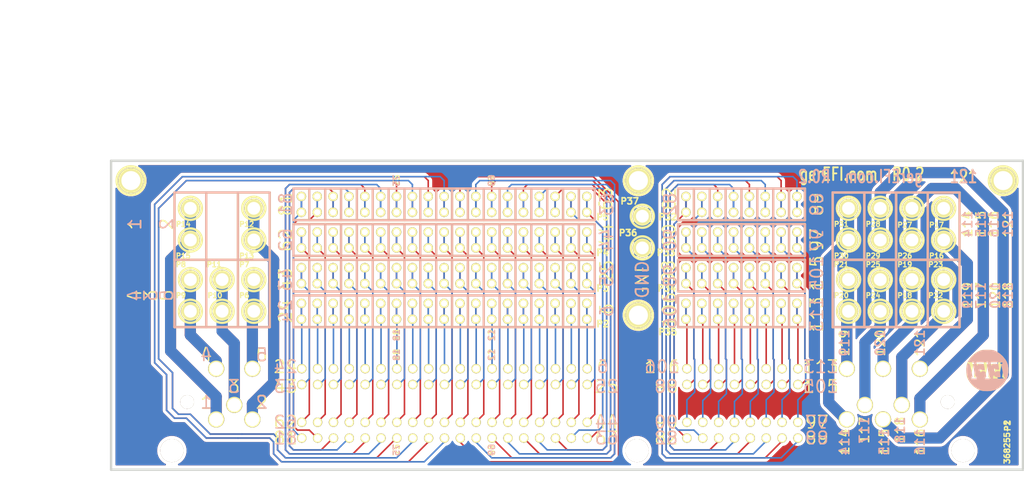
<source format=kicad_pcb>
(kicad_pcb (version 4) (host pcbnew 4.0.7)
  (title_block (title "368255-2 connector break out board") (date 2019-01-08) (rev R0.2) (company rsuEFI.com))
  (layers (0 F.Cu signal) (31 B.Cu signal) (34 B.Paste user) (35 F.Paste user) (36 B.SilkS user) (37 F.SilkS user) (38 B.Mask user) (39 F.Mask user) (44 Edge.Cuts user))
  (net 0 "")
  (net 1 GND)
  (net 2 N-000001)
  (net 3 N-0000010)
  (net 4 N-00000100)
  (net 5 N-00000101)
  (net 6 N-00000102)
  (net 7 N-00000103)
  (net 8 N-00000104)
  (net 9 N-00000105)
  (net 10 N-00000106)
  (net 11 N-00000107)
  (net 12 N-00000108)
  (net 13 N-00000109)
  (net 14 N-0000011)
  (net 15 N-00000110)
  (net 16 N-00000111)
  (net 17 N-00000112)
  (net 18 N-00000113)
  (net 19 N-00000114)
  (net 20 N-00000115)
  (net 21 N-00000116)
  (net 22 N-00000117)
  (net 23 N-00000118)
  (net 24 N-00000119)
  (net 25 N-0000012)
  (net 26 N-00000120)
  (net 27 N-00000121)
  (net 28 N-00000122)
  (net 29 N-0000013)
  (net 30 N-0000014)
  (net 31 N-0000015)
  (net 32 N-0000016)
  (net 33 N-0000017)
  (net 34 N-0000018)
  (net 35 N-0000019)
  (net 36 N-000002)
  (net 37 N-0000020)
  (net 38 N-0000021)
  (net 39 N-0000022)
  (net 40 N-0000023)
  (net 41 N-0000024)
  (net 42 N-0000025)
  (net 43 N-0000026)
  (net 44 N-0000027)
  (net 45 N-0000028)
  (net 46 N-0000029)
  (net 47 N-000003)
  (net 48 N-0000030)
  (net 49 N-0000031)
  (net 50 N-0000032)
  (net 51 N-0000033)
  (net 52 N-0000034)
  (net 53 N-0000035)
  (net 54 N-0000036)
  (net 55 N-0000037)
  (net 56 N-0000038)
  (net 57 N-0000039)
  (net 58 N-000004)
  (net 59 N-0000040)
  (net 60 N-0000041)
  (net 61 N-0000042)
  (net 62 N-0000043)
  (net 63 N-0000044)
  (net 64 N-0000045)
  (net 65 N-0000046)
  (net 66 N-0000047)
  (net 67 N-0000048)
  (net 68 N-0000049)
  (net 69 N-000005)
  (net 70 N-0000050)
  (net 71 N-0000051)
  (net 72 N-0000052)
  (net 73 N-0000053)
  (net 74 N-0000054)
  (net 75 N-0000055)
  (net 76 N-0000056)
  (net 77 N-0000057)
  (net 78 N-0000058)
  (net 79 N-0000059)
  (net 80 N-000006)
  (net 81 N-0000060)
  (net 82 N-0000061)
  (net 83 N-0000062)
  (net 84 N-0000063)
  (net 85 N-0000064)
  (net 86 N-0000065)
  (net 87 N-0000066)
  (net 88 N-0000067)
  (net 89 N-0000068)
  (net 90 N-0000069)
  (net 91 N-000007)
  (net 92 N-0000070)
  (net 93 N-0000071)
  (net 94 N-0000072)
  (net 95 N-0000073)
  (net 96 N-0000074)
  (net 97 N-0000075)
  (net 98 N-0000076)
  (net 99 N-0000077)
  (net 100 N-0000078)
  (net 101 N-0000079)
  (net 102 N-000008)
  (net 103 N-0000080)
  (net 104 N-0000081)
  (net 105 N-0000082)
  (net 106 N-0000083)
  (net 107 N-0000084)
  (net 108 N-0000085)
  (net 109 N-0000086)
  (net 110 N-0000087)
  (net 111 N-0000088)
  (net 112 N-0000089)
  (net 113 N-000009)
  (net 114 N-0000090)
  (net 115 N-0000091)
  (net 116 N-0000092)
  (net 117 N-0000093)
  (net 118 N-0000094)
  (net 119 N-0000096)
  (net 120 N-0000097)
  (net 121 N-0000098)
  (net 122 N-0000099)
  (module "1pin(m)" (layer F.Cu) (at 172.72 66.04)
    (fp_text reference P31 (at -1.143 2.54) (layer F.SilkS) (effects (font (size 0.8 0.8) (thickness 0.2))))
    (fp_text value CONN_1 hide)
    (pad 1 thru_hole circle (at 0 0) (size 3.064 3.064) (drill 2.048) (layers *.Cu *.Mask F.SilkS) (net 111 N-0000088))
  )
  (module 19dpad (layer F.Cu) (at 106.68 82.55 180)
    (fp_text reference P2 (at -26.67 -2.032 180) (layer F.SilkS) (effects (font (size 1.016 1.016) (thickness 0.27432))))
    (fp_text value CONN_19 hide)
    (pad 1 thru_hole circle (at -24.13 1.27 180) (size 1.524 1.524) (drill 1.016) (layers *.Cu *.Mask F.SilkS) (net 105 N-0000082))
    (pad 2 thru_hole circle (at -21.59 1.27 180) (size 1.524 1.524) (drill 1.016) (layers *.Cu *.Mask F.SilkS) (net 104 N-0000081))
    (pad 3 thru_hole circle (at -19.05 1.27 180) (size 1.524 1.524) (drill 1.016) (layers *.Cu *.Mask F.SilkS) (net 103 N-0000080))
    (pad 4 thru_hole circle (at -16.51 1.27 180) (size 1.524 1.524) (drill 1.016) (layers *.Cu *.Mask F.SilkS) (net 59 N-0000040))
    (pad 5 thru_hole circle (at -13.97 1.27 180) (size 1.524 1.524) (drill 1.016) (layers *.Cu *.Mask F.SilkS) (net 43 N-0000026))
    (pad 6 thru_hole circle (at -11.43 1.27 180) (size 1.524 1.524) (drill 1.016) (layers *.Cu *.Mask F.SilkS) (net 42 N-0000025))
    (pad 7 thru_hole circle (at -8.89 1.27 180) (size 1.524 1.524) (drill 1.016) (layers *.Cu *.Mask F.SilkS) (net 41 N-0000024))
    (pad 8 thru_hole circle (at -6.35 1.27 180) (size 1.524 1.524) (drill 1.016) (layers *.Cu *.Mask F.SilkS) (net 40 N-0000023))
    (pad 9 thru_hole circle (at -3.81 1.27 180) (size 1.524 1.524) (drill 1.016) (layers *.Cu *.Mask F.SilkS) (net 39 N-0000022))
    (pad 10 thru_hole circle (at -1.27 1.27 180) (size 1.524 1.524) (drill 1.016) (layers *.Cu *.Mask F.SilkS) (net 38 N-0000021))
    (pad 11 thru_hole circle (at 1.27 1.27 180) (size 1.524 1.524) (drill 1.016) (layers *.Cu *.Mask F.SilkS) (net 37 N-0000020))
    (pad 12 thru_hole circle (at 3.81 1.27 180) (size 1.524 1.524) (drill 1.016) (layers *.Cu *.Mask F.SilkS) (net 35 N-0000019))
    (pad 13 thru_hole circle (at 6.35 1.27 180) (size 1.524 1.524) (drill 1.016) (layers *.Cu *.Mask F.SilkS) (net 34 N-0000018))
    (pad 14 thru_hole circle (at 8.89 1.27 180) (size 1.524 1.524) (drill 1.016) (layers *.Cu *.Mask F.SilkS) (net 33 N-0000017))
    (pad 15 thru_hole circle (at 11.43 1.27 180) (size 1.524 1.524) (drill 1.016) (layers *.Cu *.Mask F.SilkS) (net 32 N-0000016))
    (pad 16 thru_hole circle (at 13.97 1.27 180) (size 1.524 1.524) (drill 1.016) (layers *.Cu *.Mask F.SilkS) (net 31 N-0000015))
    (pad 17 thru_hole circle (at 16.51 1.27 180) (size 1.524 1.524) (drill 1.016) (layers *.Cu *.Mask F.SilkS) (net 2 N-000001))
    (pad 18 thru_hole circle (at 19.05 1.27 180) (size 1.524 1.524) (drill 1.016) (layers *.Cu *.Mask F.SilkS) (net 29 N-0000013))
    (pad 19 thru_hole circle (at 21.59 1.27 180) (size 1.524 1.524) (drill 1.016) (layers *.Cu *.Mask F.SilkS) (net 25 N-0000012))
    (pad 1 thru_hole circle (at -24.13 -1.27 180) (size 1.524 1.524) (drill 1.016) (layers *.Cu *.Mask F.SilkS) (net 105 N-0000082))
    (pad 2 thru_hole circle (at -21.59 -1.27 180) (size 1.524 1.524) (drill 1.016) (layers *.Cu *.Mask F.SilkS) (net 104 N-0000081))
    (pad 3 thru_hole circle (at -19.05 -1.27 180) (size 1.524 1.524) (drill 1.016) (layers *.Cu *.Mask F.SilkS) (net 103 N-0000080))
    (pad 4 thru_hole circle (at -16.51 -1.27 180) (size 1.524 1.524) (drill 1.016) (layers *.Cu *.Mask F.SilkS) (net 59 N-0000040))
    (pad 5 thru_hole circle (at -13.97 -1.27 180) (size 1.524 1.524) (drill 1.016) (layers *.Cu *.Mask F.SilkS) (net 43 N-0000026))
    (pad 6 thru_hole circle (at -11.43 -1.27 180) (size 1.524 1.524) (drill 1.016) (layers *.Cu *.Mask F.SilkS) (net 42 N-0000025))
    (pad 7 thru_hole circle (at -8.89 -1.27 180) (size 1.524 1.524) (drill 1.016) (layers *.Cu *.Mask F.SilkS) (net 41 N-0000024))
    (pad 8 thru_hole circle (at -6.35 -1.27 180) (size 1.524 1.524) (drill 1.016) (layers *.Cu *.Mask F.SilkS) (net 40 N-0000023))
    (pad 9 thru_hole circle (at -3.81 -1.27 180) (size 1.524 1.524) (drill 1.016) (layers *.Cu *.Mask F.SilkS) (net 39 N-0000022))
    (pad 10 thru_hole circle (at -1.27 -1.27 180) (size 1.524 1.524) (drill 1.016) (layers *.Cu *.Mask F.SilkS) (net 38 N-0000021))
    (pad 11 thru_hole circle (at 1.27 -1.27 180) (size 1.524 1.524) (drill 1.016) (layers *.Cu *.Mask F.SilkS) (net 37 N-0000020))
    (pad 12 thru_hole circle (at 3.81 -1.27 180) (size 1.524 1.524) (drill 1.016) (layers *.Cu *.Mask F.SilkS) (net 35 N-0000019))
    (pad 13 thru_hole circle (at 6.35 -1.27 180) (size 1.524 1.524) (drill 1.016) (layers *.Cu *.Mask F.SilkS) (net 34 N-0000018))
    (pad 14 thru_hole circle (at 8.89 -1.27 180) (size 1.524 1.524) (drill 1.016) (layers *.Cu *.Mask F.SilkS) (net 33 N-0000017))
    (pad 15 thru_hole circle (at 11.43 -1.27 180) (size 1.524 1.524) (drill 1.016) (layers *.Cu *.Mask F.SilkS) (net 32 N-0000016))
    (pad 16 thru_hole circle (at 13.97 -1.27 180) (size 1.524 1.524) (drill 1.016) (layers *.Cu *.Mask F.SilkS) (net 31 N-0000015))
    (pad 17 thru_hole circle (at 16.51 -1.27 180) (size 1.524 1.524) (drill 1.016) (layers *.Cu *.Mask F.SilkS) (net 2 N-000001))
    (pad 18 thru_hole circle (at 19.05 -1.27 180) (size 1.524 1.524) (drill 1.016) (layers *.Cu *.Mask F.SilkS) (net 29 N-0000013))
    (pad 19 thru_hole circle (at 21.59 -1.27 180) (size 1.524 1.524) (drill 1.016) (layers *.Cu *.Mask F.SilkS) (net 25 N-0000012))
  )
  (module 19dpad (layer F.Cu) (at 106.68 76.835 180)
    (fp_text reference P3 (at -26.67 -2.032 180) (layer F.SilkS) (effects (font (size 1.016 1.016) (thickness 0.27432))))
    (fp_text value CONN_19 hide)
    (pad 1 thru_hole circle (at -24.13 1.27 180) (size 1.524 1.524) (drill 1.016) (layers *.Cu *.Mask F.SilkS) (net 14 N-0000011))
    (pad 2 thru_hole circle (at -21.59 1.27 180) (size 1.524 1.524) (drill 1.016) (layers *.Cu *.Mask F.SilkS) (net 3 N-0000010))
    (pad 3 thru_hole circle (at -19.05 1.27 180) (size 1.524 1.524) (drill 1.016) (layers *.Cu *.Mask F.SilkS) (net 113 N-000009))
    (pad 4 thru_hole circle (at -16.51 1.27 180) (size 1.524 1.524) (drill 1.016) (layers *.Cu *.Mask F.SilkS) (net 102 N-000008))
    (pad 5 thru_hole circle (at -13.97 1.27 180) (size 1.524 1.524) (drill 1.016) (layers *.Cu *.Mask F.SilkS) (net 91 N-000007))
    (pad 6 thru_hole circle (at -11.43 1.27 180) (size 1.524 1.524) (drill 1.016) (layers *.Cu *.Mask F.SilkS) (net 80 N-000006))
    (pad 7 thru_hole circle (at -8.89 1.27 180) (size 1.524 1.524) (drill 1.016) (layers *.Cu *.Mask F.SilkS) (net 69 N-000005))
    (pad 8 thru_hole circle (at -6.35 1.27 180) (size 1.524 1.524) (drill 1.016) (layers *.Cu *.Mask F.SilkS) (net 58 N-000004))
    (pad 9 thru_hole circle (at -3.81 1.27 180) (size 1.524 1.524) (drill 1.016) (layers *.Cu *.Mask F.SilkS) (net 47 N-000003))
    (pad 10 thru_hole circle (at -1.27 1.27 180) (size 1.524 1.524) (drill 1.016) (layers *.Cu *.Mask F.SilkS) (net 36 N-000002))
    (pad 11 thru_hole circle (at 1.27 1.27 180) (size 1.524 1.524) (drill 1.016) (layers *.Cu *.Mask F.SilkS) (net 30 N-0000014))
    (pad 12 thru_hole circle (at 3.81 1.27 180) (size 1.524 1.524) (drill 1.016) (layers *.Cu *.Mask F.SilkS) (net 72 N-0000052))
    (pad 13 thru_hole circle (at 6.35 1.27 180) (size 1.524 1.524) (drill 1.016) (layers *.Cu *.Mask F.SilkS) (net 71 N-0000051))
    (pad 14 thru_hole circle (at 8.89 1.27 180) (size 1.524 1.524) (drill 1.016) (layers *.Cu *.Mask F.SilkS) (net 70 N-0000050))
    (pad 15 thru_hole circle (at 11.43 1.27 180) (size 1.524 1.524) (drill 1.016) (layers *.Cu *.Mask F.SilkS) (net 68 N-0000049))
    (pad 16 thru_hole circle (at 13.97 1.27 180) (size 1.524 1.524) (drill 1.016) (layers *.Cu *.Mask F.SilkS) (net 67 N-0000048))
    (pad 17 thru_hole circle (at 16.51 1.27 180) (size 1.524 1.524) (drill 1.016) (layers *.Cu *.Mask F.SilkS) (net 66 N-0000047))
    (pad 18 thru_hole circle (at 19.05 1.27 180) (size 1.524 1.524) (drill 1.016) (layers *.Cu *.Mask F.SilkS) (net 65 N-0000046))
    (pad 19 thru_hole circle (at 21.59 1.27 180) (size 1.524 1.524) (drill 1.016) (layers *.Cu *.Mask F.SilkS) (net 64 N-0000045))
    (pad 1 thru_hole circle (at -24.13 -1.27 180) (size 1.524 1.524) (drill 1.016) (layers *.Cu *.Mask F.SilkS) (net 14 N-0000011))
    (pad 2 thru_hole circle (at -21.59 -1.27 180) (size 1.524 1.524) (drill 1.016) (layers *.Cu *.Mask F.SilkS) (net 3 N-0000010))
    (pad 3 thru_hole circle (at -19.05 -1.27 180) (size 1.524 1.524) (drill 1.016) (layers *.Cu *.Mask F.SilkS) (net 113 N-000009))
    (pad 4 thru_hole circle (at -16.51 -1.27 180) (size 1.524 1.524) (drill 1.016) (layers *.Cu *.Mask F.SilkS) (net 102 N-000008))
    (pad 5 thru_hole circle (at -13.97 -1.27 180) (size 1.524 1.524) (drill 1.016) (layers *.Cu *.Mask F.SilkS) (net 91 N-000007))
    (pad 6 thru_hole circle (at -11.43 -1.27 180) (size 1.524 1.524) (drill 1.016) (layers *.Cu *.Mask F.SilkS) (net 80 N-000006))
    (pad 7 thru_hole circle (at -8.89 -1.27 180) (size 1.524 1.524) (drill 1.016) (layers *.Cu *.Mask F.SilkS) (net 69 N-000005))
    (pad 8 thru_hole circle (at -6.35 -1.27 180) (size 1.524 1.524) (drill 1.016) (layers *.Cu *.Mask F.SilkS) (net 58 N-000004))
    (pad 9 thru_hole circle (at -3.81 -1.27 180) (size 1.524 1.524) (drill 1.016) (layers *.Cu *.Mask F.SilkS) (net 47 N-000003))
    (pad 10 thru_hole circle (at -1.27 -1.27 180) (size 1.524 1.524) (drill 1.016) (layers *.Cu *.Mask F.SilkS) (net 36 N-000002))
    (pad 11 thru_hole circle (at 1.27 -1.27 180) (size 1.524 1.524) (drill 1.016) (layers *.Cu *.Mask F.SilkS) (net 30 N-0000014))
    (pad 12 thru_hole circle (at 3.81 -1.27 180) (size 1.524 1.524) (drill 1.016) (layers *.Cu *.Mask F.SilkS) (net 72 N-0000052))
    (pad 13 thru_hole circle (at 6.35 -1.27 180) (size 1.524 1.524) (drill 1.016) (layers *.Cu *.Mask F.SilkS) (net 71 N-0000051))
    (pad 14 thru_hole circle (at 8.89 -1.27 180) (size 1.524 1.524) (drill 1.016) (layers *.Cu *.Mask F.SilkS) (net 70 N-0000050))
    (pad 15 thru_hole circle (at 11.43 -1.27 180) (size 1.524 1.524) (drill 1.016) (layers *.Cu *.Mask F.SilkS) (net 68 N-0000049))
    (pad 16 thru_hole circle (at 13.97 -1.27 180) (size 1.524 1.524) (drill 1.016) (layers *.Cu *.Mask F.SilkS) (net 67 N-0000048))
    (pad 17 thru_hole circle (at 16.51 -1.27 180) (size 1.524 1.524) (drill 1.016) (layers *.Cu *.Mask F.SilkS) (net 66 N-0000047))
    (pad 18 thru_hole circle (at 19.05 -1.27 180) (size 1.524 1.524) (drill 1.016) (layers *.Cu *.Mask F.SilkS) (net 65 N-0000046))
    (pad 19 thru_hole circle (at 21.59 -1.27 180) (size 1.524 1.524) (drill 1.016) (layers *.Cu *.Mask F.SilkS) (net 64 N-0000045))
  )
  (module 19dpad (layer F.Cu) (at 106.68 71.12 180)
    (fp_text reference P4 (at -26.67 -2.032 180) (layer F.SilkS) (effects (font (size 1.016 1.016) (thickness 0.27432))))
    (fp_text value CONN_19 hide)
    (pad 1 thru_hole circle (at -24.13 1.27 180) (size 1.524 1.524) (drill 1.016) (layers *.Cu *.Mask F.SilkS) (net 63 N-0000044))
    (pad 2 thru_hole circle (at -21.59 1.27 180) (size 1.524 1.524) (drill 1.016) (layers *.Cu *.Mask F.SilkS) (net 62 N-0000043))
    (pad 3 thru_hole circle (at -19.05 1.27 180) (size 1.524 1.524) (drill 1.016) (layers *.Cu *.Mask F.SilkS) (net 61 N-0000042))
    (pad 4 thru_hole circle (at -16.51 1.27 180) (size 1.524 1.524) (drill 1.016) (layers *.Cu *.Mask F.SilkS) (net 60 N-0000041))
    (pad 5 thru_hole circle (at -13.97 1.27 180) (size 1.524 1.524) (drill 1.016) (layers *.Cu *.Mask F.SilkS) (net 44 N-0000027))
    (pad 6 thru_hole circle (at -11.43 1.27 180) (size 1.524 1.524) (drill 1.016) (layers *.Cu *.Mask F.SilkS) (net 57 N-0000039))
    (pad 7 thru_hole circle (at -8.89 1.27 180) (size 1.524 1.524) (drill 1.016) (layers *.Cu *.Mask F.SilkS) (net 56 N-0000038))
    (pad 8 thru_hole circle (at -6.35 1.27 180) (size 1.524 1.524) (drill 1.016) (layers *.Cu *.Mask F.SilkS) (net 55 N-0000037))
    (pad 9 thru_hole circle (at -3.81 1.27 180) (size 1.524 1.524) (drill 1.016) (layers *.Cu *.Mask F.SilkS) (net 54 N-0000036))
    (pad 10 thru_hole circle (at -1.27 1.27 180) (size 1.524 1.524) (drill 1.016) (layers *.Cu *.Mask F.SilkS) (net 53 N-0000035))
    (pad 11 thru_hole circle (at 1.27 1.27 180) (size 1.524 1.524) (drill 1.016) (layers *.Cu *.Mask F.SilkS) (net 52 N-0000034))
    (pad 12 thru_hole circle (at 3.81 1.27 180) (size 1.524 1.524) (drill 1.016) (layers *.Cu *.Mask F.SilkS) (net 51 N-0000033))
    (pad 13 thru_hole circle (at 6.35 1.27 180) (size 1.524 1.524) (drill 1.016) (layers *.Cu *.Mask F.SilkS) (net 50 N-0000032))
    (pad 14 thru_hole circle (at 8.89 1.27 180) (size 1.524 1.524) (drill 1.016) (layers *.Cu *.Mask F.SilkS) (net 49 N-0000031))
    (pad 15 thru_hole circle (at 11.43 1.27 180) (size 1.524 1.524) (drill 1.016) (layers *.Cu *.Mask F.SilkS) (net 48 N-0000030))
    (pad 16 thru_hole circle (at 13.97 1.27 180) (size 1.524 1.524) (drill 1.016) (layers *.Cu *.Mask F.SilkS) (net 46 N-0000029))
    (pad 17 thru_hole circle (at 16.51 1.27 180) (size 1.524 1.524) (drill 1.016) (layers *.Cu *.Mask F.SilkS) (net 45 N-0000028))
    (pad 18 thru_hole circle (at 19.05 1.27 180) (size 1.524 1.524) (drill 1.016) (layers *.Cu *.Mask F.SilkS) (net 108 N-0000085))
    (pad 19 thru_hole circle (at 21.59 1.27 180) (size 1.524 1.524) (drill 1.016) (layers *.Cu *.Mask F.SilkS) (net 22 N-00000117))
    (pad 1 thru_hole circle (at -24.13 -1.27 180) (size 1.524 1.524) (drill 1.016) (layers *.Cu *.Mask F.SilkS) (net 63 N-0000044))
    (pad 2 thru_hole circle (at -21.59 -1.27 180) (size 1.524 1.524) (drill 1.016) (layers *.Cu *.Mask F.SilkS) (net 62 N-0000043))
    (pad 3 thru_hole circle (at -19.05 -1.27 180) (size 1.524 1.524) (drill 1.016) (layers *.Cu *.Mask F.SilkS) (net 61 N-0000042))
    (pad 4 thru_hole circle (at -16.51 -1.27 180) (size 1.524 1.524) (drill 1.016) (layers *.Cu *.Mask F.SilkS) (net 60 N-0000041))
    (pad 5 thru_hole circle (at -13.97 -1.27 180) (size 1.524 1.524) (drill 1.016) (layers *.Cu *.Mask F.SilkS) (net 44 N-0000027))
    (pad 6 thru_hole circle (at -11.43 -1.27 180) (size 1.524 1.524) (drill 1.016) (layers *.Cu *.Mask F.SilkS) (net 57 N-0000039))
    (pad 7 thru_hole circle (at -8.89 -1.27 180) (size 1.524 1.524) (drill 1.016) (layers *.Cu *.Mask F.SilkS) (net 56 N-0000038))
    (pad 8 thru_hole circle (at -6.35 -1.27 180) (size 1.524 1.524) (drill 1.016) (layers *.Cu *.Mask F.SilkS) (net 55 N-0000037))
    (pad 9 thru_hole circle (at -3.81 -1.27 180) (size 1.524 1.524) (drill 1.016) (layers *.Cu *.Mask F.SilkS) (net 54 N-0000036))
    (pad 10 thru_hole circle (at -1.27 -1.27 180) (size 1.524 1.524) (drill 1.016) (layers *.Cu *.Mask F.SilkS) (net 53 N-0000035))
    (pad 11 thru_hole circle (at 1.27 -1.27 180) (size 1.524 1.524) (drill 1.016) (layers *.Cu *.Mask F.SilkS) (net 52 N-0000034))
    (pad 12 thru_hole circle (at 3.81 -1.27 180) (size 1.524 1.524) (drill 1.016) (layers *.Cu *.Mask F.SilkS) (net 51 N-0000033))
    (pad 13 thru_hole circle (at 6.35 -1.27 180) (size 1.524 1.524) (drill 1.016) (layers *.Cu *.Mask F.SilkS) (net 50 N-0000032))
    (pad 14 thru_hole circle (at 8.89 -1.27 180) (size 1.524 1.524) (drill 1.016) (layers *.Cu *.Mask F.SilkS) (net 49 N-0000031))
    (pad 15 thru_hole circle (at 11.43 -1.27 180) (size 1.524 1.524) (drill 1.016) (layers *.Cu *.Mask F.SilkS) (net 48 N-0000030))
    (pad 16 thru_hole circle (at 13.97 -1.27 180) (size 1.524 1.524) (drill 1.016) (layers *.Cu *.Mask F.SilkS) (net 46 N-0000029))
    (pad 17 thru_hole circle (at 16.51 -1.27 180) (size 1.524 1.524) (drill 1.016) (layers *.Cu *.Mask F.SilkS) (net 45 N-0000028))
    (pad 18 thru_hole circle (at 19.05 -1.27 180) (size 1.524 1.524) (drill 1.016) (layers *.Cu *.Mask F.SilkS) (net 108 N-0000085))
    (pad 19 thru_hole circle (at 21.59 -1.27 180) (size 1.524 1.524) (drill 1.016) (layers *.Cu *.Mask F.SilkS) (net 22 N-00000117))
  )
  (module 19dpad (layer F.Cu) (at 106.68 65.405 180)
    (fp_text reference P5 (at -26.67 -2.032 180) (layer F.SilkS) (effects (font (thickness 0.25))))
    (fp_text value CONN_19 hide)
    (pad 1 thru_hole circle (at -24.13 1.27 180) (size 1.524 1.524) (drill 1.016) (layers *.Cu *.Mask F.SilkS) (net 21 N-00000116))
    (pad 2 thru_hole circle (at -21.59 1.27 180) (size 1.524 1.524) (drill 1.016) (layers *.Cu *.Mask F.SilkS) (net 20 N-00000115))
    (pad 3 thru_hole circle (at -19.05 1.27 180) (size 1.524 1.524) (drill 1.016) (layers *.Cu *.Mask F.SilkS) (net 19 N-00000114))
    (pad 4 thru_hole circle (at -16.51 1.27 180) (size 1.524 1.524) (drill 1.016) (layers *.Cu *.Mask F.SilkS) (net 18 N-00000113))
    (pad 5 thru_hole circle (at -13.97 1.27 180) (size 1.524 1.524) (drill 1.016) (layers *.Cu *.Mask F.SilkS) (net 17 N-00000112))
    (pad 6 thru_hole circle (at -11.43 1.27 180) (size 1.524 1.524) (drill 1.016) (layers *.Cu *.Mask F.SilkS) (net 16 N-00000111))
    (pad 7 thru_hole circle (at -8.89 1.27 180) (size 1.524 1.524) (drill 1.016) (layers *.Cu *.Mask F.SilkS) (net 15 N-00000110))
    (pad 8 thru_hole circle (at -6.35 1.27 180) (size 1.524 1.524) (drill 1.016) (layers *.Cu *.Mask F.SilkS) (net 13 N-00000109))
    (pad 9 thru_hole circle (at -3.81 1.27 180) (size 1.524 1.524) (drill 1.016) (layers *.Cu *.Mask F.SilkS) (net 12 N-00000108))
    (pad 10 thru_hole circle (at -1.27 1.27 180) (size 1.524 1.524) (drill 1.016) (layers *.Cu *.Mask F.SilkS) (net 11 N-00000107))
    (pad 11 thru_hole circle (at 1.27 1.27 180) (size 1.524 1.524) (drill 1.016) (layers *.Cu *.Mask F.SilkS) (net 10 N-00000106))
    (pad 12 thru_hole circle (at 3.81 1.27 180) (size 1.524 1.524) (drill 1.016) (layers *.Cu *.Mask F.SilkS) (net 121 N-0000098))
    (pad 13 thru_hole circle (at 6.35 1.27 180) (size 1.524 1.524) (drill 1.016) (layers *.Cu *.Mask F.SilkS) (net 9 N-00000105))
    (pad 14 thru_hole circle (at 8.89 1.27 180) (size 1.524 1.524) (drill 1.016) (layers *.Cu *.Mask F.SilkS) (net 8 N-00000104))
    (pad 15 thru_hole circle (at 11.43 1.27 180) (size 1.524 1.524) (drill 1.016) (layers *.Cu *.Mask F.SilkS) (net 7 N-00000103))
    (pad 16 thru_hole circle (at 13.97 1.27 180) (size 1.524 1.524) (drill 1.016) (layers *.Cu *.Mask F.SilkS) (net 6 N-00000102))
    (pad 17 thru_hole circle (at 16.51 1.27 180) (size 1.524 1.524) (drill 1.016) (layers *.Cu *.Mask F.SilkS) (net 5 N-00000101))
    (pad 18 thru_hole circle (at 19.05 1.27 180) (size 1.524 1.524) (drill 1.016) (layers *.Cu *.Mask F.SilkS) (net 4 N-00000100))
    (pad 19 thru_hole circle (at 21.59 1.27 180) (size 1.524 1.524) (drill 1.016) (layers *.Cu *.Mask F.SilkS) (net 122 N-0000099))
    (pad 1 thru_hole circle (at -24.13 -1.27 180) (size 1.524 1.524) (drill 1.016) (layers *.Cu *.Mask F.SilkS) (net 21 N-00000116))
    (pad 2 thru_hole circle (at -21.59 -1.27 180) (size 1.524 1.524) (drill 1.016) (layers *.Cu *.Mask F.SilkS) (net 20 N-00000115))
    (pad 3 thru_hole circle (at -19.05 -1.27 180) (size 1.524 1.524) (drill 1.016) (layers *.Cu *.Mask F.SilkS) (net 19 N-00000114))
    (pad 4 thru_hole circle (at -16.51 -1.27 180) (size 1.524 1.524) (drill 1.016) (layers *.Cu *.Mask F.SilkS) (net 18 N-00000113))
    (pad 5 thru_hole circle (at -13.97 -1.27 180) (size 1.524 1.524) (drill 1.016) (layers *.Cu *.Mask F.SilkS) (net 17 N-00000112))
    (pad 6 thru_hole circle (at -11.43 -1.27 180) (size 1.524 1.524) (drill 1.016) (layers *.Cu *.Mask F.SilkS) (net 16 N-00000111))
    (pad 7 thru_hole circle (at -8.89 -1.27 180) (size 1.524 1.524) (drill 1.016) (layers *.Cu *.Mask F.SilkS) (net 15 N-00000110))
    (pad 8 thru_hole circle (at -6.35 -1.27 180) (size 1.524 1.524) (drill 1.016) (layers *.Cu *.Mask F.SilkS) (net 13 N-00000109))
    (pad 9 thru_hole circle (at -3.81 -1.27 180) (size 1.524 1.524) (drill 1.016) (layers *.Cu *.Mask F.SilkS) (net 12 N-00000108))
    (pad 10 thru_hole circle (at -1.27 -1.27 180) (size 1.524 1.524) (drill 1.016) (layers *.Cu *.Mask F.SilkS) (net 11 N-00000107))
    (pad 11 thru_hole circle (at 1.27 -1.27 180) (size 1.524 1.524) (drill 1.016) (layers *.Cu *.Mask F.SilkS) (net 10 N-00000106))
    (pad 12 thru_hole circle (at 3.81 -1.27 180) (size 1.524 1.524) (drill 1.016) (layers *.Cu *.Mask F.SilkS) (net 121 N-0000098))
    (pad 13 thru_hole circle (at 6.35 -1.27 180) (size 1.524 1.524) (drill 1.016) (layers *.Cu *.Mask F.SilkS) (net 9 N-00000105))
    (pad 14 thru_hole circle (at 8.89 -1.27 180) (size 1.524 1.524) (drill 1.016) (layers *.Cu *.Mask F.SilkS) (net 8 N-00000104))
    (pad 15 thru_hole circle (at 11.43 -1.27 180) (size 1.524 1.524) (drill 1.016) (layers *.Cu *.Mask F.SilkS) (net 7 N-00000103))
    (pad 16 thru_hole circle (at 13.97 -1.27 180) (size 1.524 1.524) (drill 1.016) (layers *.Cu *.Mask F.SilkS) (net 6 N-00000102))
    (pad 17 thru_hole circle (at 16.51 -1.27 180) (size 1.524 1.524) (drill 1.016) (layers *.Cu *.Mask F.SilkS) (net 5 N-00000101))
    (pad 18 thru_hole circle (at 19.05 -1.27 180) (size 1.524 1.524) (drill 1.016) (layers *.Cu *.Mask F.SilkS) (net 4 N-00000100))
    (pad 19 thru_hole circle (at 21.59 -1.27 180) (size 1.524 1.524) (drill 1.016) (layers *.Cu *.Mask F.SilkS) (net 122 N-0000099))
  )
  (module "1pin(m)" (layer F.Cu) (at 67.31 71.12)
    (fp_text reference P15 (at -1.143 2.54) (layer F.SilkS) (effects (font (size 0.8 0.8) (thickness 0.2))))
    (fp_text value CONN_1 hide)
    (pad 1 thru_hole circle (at 0 0) (size 3.064 3.064) (drill 2.048) (layers *.Cu *.Mask F.SilkS) (net 28 N-00000122))
  )
  (module "1pin(m)" (layer F.Cu) (at 67.31 66.04)
    (fp_text reference P14 (at -1.143 2.54) (layer F.SilkS) (effects (font (size 0.8 0.8) (thickness 0.2))))
    (fp_text value CONN_1 hide)
    (pad 1 thru_hole circle (at 0 0) (size 3.064 3.064) (drill 2.048) (layers *.Cu *.Mask F.SilkS) (net 28 N-00000122))
  )
  (module "1pin(m)" (layer F.Cu) (at 77.47 71.12)
    (fp_text reference P13 (at -1.143 2.54) (layer F.SilkS) (effects (font (size 0.8 0.8) (thickness 0.2))))
    (fp_text value CONN_1 hide)
    (pad 1 thru_hole circle (at 0 0) (size 3.064 3.064) (drill 2.048) (layers *.Cu *.Mask F.SilkS) (net 27 N-00000121))
  )
  (module "1pin(m)" (layer F.Cu) (at 77.47 66.04)
    (fp_text reference P12 (at -1.143 2.54) (layer F.SilkS) (effects (font (size 0.8 0.8) (thickness 0.2))))
    (fp_text value CONN_1 hide)
    (pad 1 thru_hole circle (at 0 0) (size 3.064 3.064) (drill 2.048) (layers *.Cu *.Mask F.SilkS) (net 27 N-00000121))
  )
  (module "1pin(m)" (layer F.Cu) (at 72.39 77.47)
    (fp_text reference P11 (at -1.27 -2.413) (layer F.SilkS) (effects (font (size 0.8 0.8) (thickness 0.2))))
    (fp_text value CONN_1 hide)
    (pad 1 thru_hole circle (at 0 0) (size 3.064 3.064) (drill 2.048) (layers *.Cu *.Mask F.SilkS) (net 26 N-00000120))
  )
  (module "1pin(m)" (layer F.Cu) (at 72.39 82.55)
    (fp_text reference P10 (at -1.143 -2.54) (layer F.SilkS) (effects (font (size 0.8 0.8) (thickness 0.2))))
    (fp_text value CONN_1 hide)
    (pad 1 thru_hole circle (at 0 0) (size 3.064 3.064) (drill 2.048) (layers *.Cu *.Mask F.SilkS) (net 26 N-00000120))
  )
  (module "1pin(m)" (layer F.Cu) (at 67.31 82.55)
    (fp_text reference P9 (at -1.524 -2.54) (layer F.SilkS) (effects (font (size 0.8 0.8) (thickness 0.2))))
    (fp_text value CONN_1 hide)
    (pad 1 thru_hole circle (at 0 0) (size 3.064 3.064) (drill 2.048) (layers *.Cu *.Mask F.SilkS) (net 24 N-00000119))
  )
  (module "1pin(m)" (layer F.Cu) (at 67.31 77.47)
    (fp_text reference P8 (at -1.524 -2.413) (layer F.SilkS) (effects (font (size 0.8 0.8) (thickness 0.2))))
    (fp_text value CONN_1 hide)
    (pad 1 thru_hole circle (at 0 0) (size 3.064 3.064) (drill 2.048) (layers *.Cu *.Mask F.SilkS) (net 24 N-00000119))
  )
  (module "1pin(m)" (layer F.Cu) (at 77.47 77.47)
    (fp_text reference P7 (at -1.524 -2.413) (layer F.SilkS) (effects (font (size 0.8 0.8) (thickness 0.2))))
    (fp_text value CONN_1 hide)
    (pad 1 thru_hole circle (at 0 0) (size 3.064 3.064) (drill 2.048) (layers *.Cu *.Mask F.SilkS) (net 23 N-00000118))
  )
  (module "1pin(m)" (layer F.Cu) (at 77.47 82.55)
    (fp_text reference P6 (at -1.524 -2.54) (layer F.SilkS) (effects (font (size 0.8 0.8) (thickness 0.2))))
    (fp_text value CONN_1 hide)
    (pad 1 thru_hole circle (at 0 0) (size 3.064 3.064) (drill 2.048) (layers *.Cu *.Mask F.SilkS) (net 23 N-00000118))
  )
  (module 8dpad (layer F.Cu) (at 155.575 71.12)
    (fp_text reference P33 (at -12.065 2.032) (layer F.SilkS) (effects (font (size 1.016 1.016) (thickness 0.27432))))
    (fp_text value CONN_8 hide)
    (pad 1 thru_hole circle (at -8.89 1.27) (size 1.524 1.524) (drill 1.016) (layers *.Cu *.Mask F.SilkS) (net 92 N-0000070))
    (pad 2 thru_hole circle (at -6.35 1.27) (size 1.524 1.524) (drill 1.016) (layers *.Cu *.Mask F.SilkS) (net 90 N-0000069))
    (pad 3 thru_hole circle (at -3.81 1.27) (size 1.524 1.524) (drill 1.016) (layers *.Cu *.Mask F.SilkS) (net 89 N-0000068))
    (pad 4 thru_hole circle (at -1.27 1.27) (size 1.524 1.524) (drill 1.016) (layers *.Cu *.Mask F.SilkS) (net 88 N-0000067))
    (pad 5 thru_hole circle (at 1.27 1.27) (size 1.524 1.524) (drill 1.016) (layers *.Cu *.Mask F.SilkS) (net 73 N-0000053))
    (pad 6 thru_hole circle (at 3.81 1.27) (size 1.524 1.524) (drill 1.016) (layers *.Cu *.Mask F.SilkS) (net 86 N-0000065))
    (pad 7 thru_hole circle (at 6.35 1.27) (size 1.524 1.524) (drill 1.016) (layers *.Cu *.Mask F.SilkS) (net 85 N-0000064))
    (pad 8 thru_hole circle (at 8.89 1.27) (size 1.524 1.524) (drill 1.016) (layers *.Cu *.Mask F.SilkS) (net 84 N-0000063))
    (pad 1 thru_hole circle (at -8.89 -1.27) (size 1.524 1.524) (drill 1.016) (layers *.Cu *.Mask F.SilkS) (net 92 N-0000070))
    (pad 2 thru_hole circle (at -6.35 -1.27) (size 1.524 1.524) (drill 1.016) (layers *.Cu *.Mask F.SilkS) (net 90 N-0000069))
    (pad 3 thru_hole circle (at -3.81 -1.27) (size 1.524 1.524) (drill 1.016) (layers *.Cu *.Mask F.SilkS) (net 89 N-0000068))
    (pad 4 thru_hole circle (at -1.27 -1.27) (size 1.524 1.524) (drill 1.016) (layers *.Cu *.Mask F.SilkS) (net 88 N-0000067))
    (pad 5 thru_hole circle (at 1.27 -1.27) (size 1.524 1.524) (drill 1.016) (layers *.Cu *.Mask F.SilkS) (net 73 N-0000053))
    (pad 6 thru_hole circle (at 3.81 -1.27) (size 1.524 1.524) (drill 1.016) (layers *.Cu *.Mask F.SilkS) (net 86 N-0000065))
    (pad 7 thru_hole circle (at 6.35 -1.27) (size 1.524 1.524) (drill 1.016) (layers *.Cu *.Mask F.SilkS) (net 85 N-0000064))
    (pad 8 thru_hole circle (at 8.89 -1.27) (size 1.524 1.524) (drill 1.016) (layers *.Cu *.Mask F.SilkS) (net 84 N-0000063))
  )
  (module 8dpad (layer F.Cu) (at 155.575 76.835)
    (fp_text reference P34 (at -11.938 2.032) (layer F.SilkS) (effects (font (size 1.016 1.016) (thickness 0.27432))))
    (fp_text value CONN_8 hide)
    (pad 1 thru_hole circle (at -8.89 1.27) (size 1.524 1.524) (drill 1.016) (layers *.Cu *.Mask F.SilkS) (net 83 N-0000062))
    (pad 2 thru_hole circle (at -6.35 1.27) (size 1.524 1.524) (drill 1.016) (layers *.Cu *.Mask F.SilkS) (net 82 N-0000061))
    (pad 3 thru_hole circle (at -3.81 1.27) (size 1.524 1.524) (drill 1.016) (layers *.Cu *.Mask F.SilkS) (net 81 N-0000060))
    (pad 4 thru_hole circle (at -1.27 1.27) (size 1.524 1.524) (drill 1.016) (layers *.Cu *.Mask F.SilkS) (net 79 N-0000059))
    (pad 5 thru_hole circle (at 1.27 1.27) (size 1.524 1.524) (drill 1.016) (layers *.Cu *.Mask F.SilkS) (net 78 N-0000058))
    (pad 6 thru_hole circle (at 3.81 1.27) (size 1.524 1.524) (drill 1.016) (layers *.Cu *.Mask F.SilkS) (net 77 N-0000057))
    (pad 7 thru_hole circle (at 6.35 1.27) (size 1.524 1.524) (drill 1.016) (layers *.Cu *.Mask F.SilkS) (net 76 N-0000056))
    (pad 8 thru_hole circle (at 8.89 1.27) (size 1.524 1.524) (drill 1.016) (layers *.Cu *.Mask F.SilkS) (net 75 N-0000055))
    (pad 1 thru_hole circle (at -8.89 -1.27) (size 1.524 1.524) (drill 1.016) (layers *.Cu *.Mask F.SilkS) (net 83 N-0000062))
    (pad 2 thru_hole circle (at -6.35 -1.27) (size 1.524 1.524) (drill 1.016) (layers *.Cu *.Mask F.SilkS) (net 82 N-0000061))
    (pad 3 thru_hole circle (at -3.81 -1.27) (size 1.524 1.524) (drill 1.016) (layers *.Cu *.Mask F.SilkS) (net 81 N-0000060))
    (pad 4 thru_hole circle (at -1.27 -1.27) (size 1.524 1.524) (drill 1.016) (layers *.Cu *.Mask F.SilkS) (net 79 N-0000059))
    (pad 5 thru_hole circle (at 1.27 -1.27) (size 1.524 1.524) (drill 1.016) (layers *.Cu *.Mask F.SilkS) (net 78 N-0000058))
    (pad 6 thru_hole circle (at 3.81 -1.27) (size 1.524 1.524) (drill 1.016) (layers *.Cu *.Mask F.SilkS) (net 77 N-0000057))
    (pad 7 thru_hole circle (at 6.35 -1.27) (size 1.524 1.524) (drill 1.016) (layers *.Cu *.Mask F.SilkS) (net 76 N-0000056))
    (pad 8 thru_hole circle (at 8.89 -1.27) (size 1.524 1.524) (drill 1.016) (layers *.Cu *.Mask F.SilkS) (net 75 N-0000055))
  )
  (module 8dpad (layer F.Cu) (at 155.575 82.55)
    (fp_text reference P35 (at -11.811 3.302) (layer F.SilkS) (effects (font (size 1.016 1.016) (thickness 0.27432))))
    (fp_text value CONN_8 hide)
    (pad 1 thru_hole circle (at -8.89 1.27) (size 1.524 1.524) (drill 1.016) (layers *.Cu *.Mask F.SilkS) (net 74 N-0000054))
    (pad 2 thru_hole circle (at -6.35 1.27) (size 1.524 1.524) (drill 1.016) (layers *.Cu *.Mask F.SilkS) (net 87 N-0000066))
    (pad 3 thru_hole circle (at -3.81 1.27) (size 1.524 1.524) (drill 1.016) (layers *.Cu *.Mask F.SilkS) (net 118 N-0000094))
    (pad 4 thru_hole circle (at -1.27 1.27) (size 1.524 1.524) (drill 1.016) (layers *.Cu *.Mask F.SilkS) (net 117 N-0000093))
    (pad 5 thru_hole circle (at 1.27 1.27) (size 1.524 1.524) (drill 1.016) (layers *.Cu *.Mask F.SilkS) (net 116 N-0000092))
    (pad 6 thru_hole circle (at 3.81 1.27) (size 1.524 1.524) (drill 1.016) (layers *.Cu *.Mask F.SilkS) (net 115 N-0000091))
    (pad 7 thru_hole circle (at 6.35 1.27) (size 1.524 1.524) (drill 1.016) (layers *.Cu *.Mask F.SilkS) (net 114 N-0000090))
    (pad 8 thru_hole circle (at 8.89 1.27) (size 1.524 1.524) (drill 1.016) (layers *.Cu *.Mask F.SilkS) (net 112 N-0000089))
    (pad 1 thru_hole circle (at -8.89 -1.27) (size 1.524 1.524) (drill 1.016) (layers *.Cu *.Mask F.SilkS) (net 74 N-0000054))
    (pad 2 thru_hole circle (at -6.35 -1.27) (size 1.524 1.524) (drill 1.016) (layers *.Cu *.Mask F.SilkS) (net 87 N-0000066))
    (pad 3 thru_hole circle (at -3.81 -1.27) (size 1.524 1.524) (drill 1.016) (layers *.Cu *.Mask F.SilkS) (net 118 N-0000094))
    (pad 4 thru_hole circle (at -1.27 -1.27) (size 1.524 1.524) (drill 1.016) (layers *.Cu *.Mask F.SilkS) (net 117 N-0000093))
    (pad 5 thru_hole circle (at 1.27 -1.27) (size 1.524 1.524) (drill 1.016) (layers *.Cu *.Mask F.SilkS) (net 116 N-0000092))
    (pad 6 thru_hole circle (at 3.81 -1.27) (size 1.524 1.524) (drill 1.016) (layers *.Cu *.Mask F.SilkS) (net 115 N-0000091))
    (pad 7 thru_hole circle (at 6.35 -1.27) (size 1.524 1.524) (drill 1.016) (layers *.Cu *.Mask F.SilkS) (net 114 N-0000090))
    (pad 8 thru_hole circle (at 8.89 -1.27) (size 1.524 1.524) (drill 1.016) (layers *.Cu *.Mask F.SilkS) (net 112 N-0000089))
  )
  (module 8dpad (layer F.Cu) (at 155.575 65.405)
    (fp_text reference P32 (at -11.811 2.032) (layer F.SilkS) (effects (font (size 1.016 1.016) (thickness 0.27432))))
    (fp_text value CONN_8 hide)
    (pad 1 thru_hole circle (at -8.89 1.27) (size 1.524 1.524) (drill 1.016) (layers *.Cu *.Mask F.SilkS) (net 100 N-0000078))
    (pad 2 thru_hole circle (at -6.35 1.27) (size 1.524 1.524) (drill 1.016) (layers *.Cu *.Mask F.SilkS) (net 99 N-0000077))
    (pad 3 thru_hole circle (at -3.81 1.27) (size 1.524 1.524) (drill 1.016) (layers *.Cu *.Mask F.SilkS) (net 98 N-0000076))
    (pad 4 thru_hole circle (at -1.27 1.27) (size 1.524 1.524) (drill 1.016) (layers *.Cu *.Mask F.SilkS) (net 97 N-0000075))
    (pad 5 thru_hole circle (at 1.27 1.27) (size 1.524 1.524) (drill 1.016) (layers *.Cu *.Mask F.SilkS) (net 96 N-0000074))
    (pad 6 thru_hole circle (at 3.81 1.27) (size 1.524 1.524) (drill 1.016) (layers *.Cu *.Mask F.SilkS) (net 95 N-0000073))
    (pad 7 thru_hole circle (at 6.35 1.27) (size 1.524 1.524) (drill 1.016) (layers *.Cu *.Mask F.SilkS) (net 94 N-0000072))
    (pad 8 thru_hole circle (at 8.89 1.27) (size 1.524 1.524) (drill 1.016) (layers *.Cu *.Mask F.SilkS) (net 93 N-0000071))
    (pad 1 thru_hole circle (at -8.89 -1.27) (size 1.524 1.524) (drill 1.016) (layers *.Cu *.Mask F.SilkS) (net 100 N-0000078))
    (pad 2 thru_hole circle (at -6.35 -1.27) (size 1.524 1.524) (drill 1.016) (layers *.Cu *.Mask F.SilkS) (net 99 N-0000077))
    (pad 3 thru_hole circle (at -3.81 -1.27) (size 1.524 1.524) (drill 1.016) (layers *.Cu *.Mask F.SilkS) (net 98 N-0000076))
    (pad 4 thru_hole circle (at -1.27 -1.27) (size 1.524 1.524) (drill 1.016) (layers *.Cu *.Mask F.SilkS) (net 97 N-0000075))
    (pad 5 thru_hole circle (at 1.27 -1.27) (size 1.524 1.524) (drill 1.016) (layers *.Cu *.Mask F.SilkS) (net 96 N-0000074))
    (pad 6 thru_hole circle (at 3.81 -1.27) (size 1.524 1.524) (drill 1.016) (layers *.Cu *.Mask F.SilkS) (net 95 N-0000073))
    (pad 7 thru_hole circle (at 6.35 -1.27) (size 1.524 1.524) (drill 1.016) (layers *.Cu *.Mask F.SilkS) (net 94 N-0000072))
    (pad 8 thru_hole circle (at 8.89 -1.27) (size 1.524 1.524) (drill 1.016) (layers *.Cu *.Mask F.SilkS) (net 93 N-0000071))
  )
  (module "1pin(m)" (layer F.Cu) (at 187.96 71.12)
    (fp_text reference P16 (at -1.143 2.54) (layer F.SilkS) (effects (font (size 0.8 0.8) (thickness 0.2))))
    (fp_text value CONN_1 hide)
    (pad 1 thru_hole circle (at 0 0) (size 3.064 3.064) (drill 2.048) (layers *.Cu *.Mask F.SilkS) (net 119 N-0000096))
  )
  (module "1pin(m)" (layer F.Cu) (at 187.96 66.04)
    (fp_text reference P17 (at -1.143 2.667) (layer F.SilkS) (effects (font (size 0.8 0.8) (thickness 0.2))))
    (fp_text value CONN_1 hide)
    (pad 1 thru_hole circle (at 0 0) (size 3.064 3.064) (drill 2.048) (layers *.Cu *.Mask F.SilkS) (net 119 N-0000096))
  )
  (module "1pin(m)" (layer F.Cu) (at 182.88 82.55)
    (fp_text reference P18 (at -1.143 -2.54) (layer F.SilkS) (effects (font (size 0.8 0.8) (thickness 0.2))))
    (fp_text value CONN_1 hide)
    (pad 1 thru_hole circle (at 0 0) (size 3.064 3.064) (drill 2.048) (layers *.Cu *.Mask F.SilkS) (net 106 N-0000083))
  )
  (module "1pin(m)" (layer F.Cu) (at 182.88 77.47)
    (fp_text reference P19 (at -1.143 -2.413) (layer F.SilkS) (effects (font (size 0.8 0.8) (thickness 0.2))))
    (fp_text value CONN_1 hide)
    (pad 1 thru_hole circle (at 0 0) (size 3.064 3.064) (drill 2.048) (layers *.Cu *.Mask F.SilkS) (net 106 N-0000083))
  )
  (module "1pin(m)" (layer F.Cu) (at 172.72 82.55)
    (fp_text reference P20 (at -1.143 -2.54) (layer F.SilkS) (effects (font (size 0.8 0.8) (thickness 0.2))))
    (fp_text value CONN_1 hide)
    (pad 1 thru_hole circle (at 0 0) (size 3.064 3.064) (drill 2.048) (layers *.Cu *.Mask F.SilkS) (net 120 N-0000097))
  )
  (module "1pin(m)" (layer F.Cu) (at 172.72 77.47)
    (fp_text reference P21 (at -1.143 -2.413) (layer F.SilkS) (effects (font (size 0.8 0.8) (thickness 0.2))))
    (fp_text value CONN_1 hide)
    (pad 1 thru_hole circle (at 0 0) (size 3.064 3.064) (drill 2.048) (layers *.Cu *.Mask F.SilkS) (net 120 N-0000097))
  )
  (module "1pin(m)" (layer F.Cu) (at 187.96 82.55)
    (fp_text reference P22 (at -1.27 -2.54) (layer F.SilkS) (effects (font (size 0.8 0.8) (thickness 0.2))))
    (fp_text value CONN_1 hide)
    (pad 1 thru_hole circle (at 0 0) (size 3.064 3.064) (drill 2.048) (layers *.Cu *.Mask F.SilkS) (net 107 N-0000084))
  )
  (module "1pin(m)" (layer F.Cu) (at 187.96 77.47)
    (fp_text reference P23 (at -1.27 -2.413) (layer F.SilkS) (effects (font (size 0.8 0.8) (thickness 0.2))))
    (fp_text value CONN_1 hide)
    (pad 1 thru_hole circle (at 0 0) (size 3.064 3.064) (drill 2.048) (layers *.Cu *.Mask F.SilkS) (net 107 N-0000084))
  )
  (module "1pin(m)" (layer F.Cu) (at 177.8 82.55)
    (fp_text reference P24 (at -1.143 -2.54) (layer F.SilkS) (effects (font (size 0.8 0.8) (thickness 0.2))))
    (fp_text value CONN_1 hide)
    (pad 1 thru_hole circle (at 0 0) (size 3.064 3.064) (drill 2.048) (layers *.Cu *.Mask F.SilkS) (net 101 N-0000079))
  )
  (module "1pin(m)" (layer F.Cu) (at 177.8 77.47)
    (fp_text reference P25 (at -1.143 -2.413) (layer F.SilkS) (effects (font (size 0.8 0.8) (thickness 0.2))))
    (fp_text value CONN_1 hide)
    (pad 1 thru_hole circle (at 0 0) (size 3.064 3.064) (drill 2.048) (layers *.Cu *.Mask F.SilkS) (net 101 N-0000079))
  )
  (module "1pin(m)" (layer F.Cu) (at 182.88 71.12)
    (fp_text reference P26 (at -1.143 2.54) (layer F.SilkS) (effects (font (size 0.8 0.8) (thickness 0.2))))
    (fp_text value CONN_1 hide)
    (pad 1 thru_hole circle (at 0 0) (size 3.064 3.064) (drill 2.048) (layers *.Cu *.Mask F.SilkS) (net 109 N-0000086))
  )
  (module "1pin(m)" (layer F.Cu) (at 182.88 66.04)
    (fp_text reference P27 (at -1.143 2.667) (layer F.SilkS) (effects (font (size 0.8 0.8) (thickness 0.2))))
    (fp_text value CONN_1 hide)
    (pad 1 thru_hole circle (at 0 0) (size 3.064 3.064) (drill 2.048) (layers *.Cu *.Mask F.SilkS) (net 109 N-0000086))
  )
  (module "1pin(m)" (layer F.Cu) (at 177.8 66.04)
    (fp_text reference P28 (at -1.143 2.54) (layer F.SilkS) (effects (font (size 0.8 0.8) (thickness 0.2))))
    (fp_text value CONN_1 hide)
    (pad 1 thru_hole circle (at 0 0) (size 3.064 3.064) (drill 2.048) (layers *.Cu *.Mask F.SilkS) (net 110 N-0000087))
  )
  (module "1pin(m)" (layer F.Cu) (at 177.8 71.12)
    (fp_text reference P29 (at -1.143 2.54) (layer F.SilkS) (effects (font (size 0.8 0.8) (thickness 0.2))))
    (fp_text value CONN_1 hide)
    (pad 1 thru_hole circle (at 0 0) (size 3.064 3.064) (drill 2.048) (layers *.Cu *.Mask F.SilkS) (net 110 N-0000087))
  )
  (module "1pin(m)" (layer F.Cu) (at 172.72 71.12)
    (fp_text reference P30 (at -1.143 2.54) (layer F.SilkS) (effects (font (size 0.8 0.8) (thickness 0.2))))
    (fp_text value CONN_1 hide)
    (pad 1 thru_hole circle (at 0 0) (size 3.064 3.064) (drill 2.048) (layers *.Cu *.Mask F.SilkS) (net 111 N-0000088))
  )
  (module "1pin(m)" (layer F.Cu) (at 139.7 67.31)
    (fp_text reference P37 (at -2.032 -2.413) (layer F.SilkS) (effects (font (thickness 0.25))))
    (fp_text value CONN_1 hide)
    (pad 1 thru_hole circle (at 0 0) (size 3.064 3.064) (drill 2.048) (layers *.Cu *.Mask F.SilkS) (net 1 GND))
  )
  (module "1pin(m)" (layer F.Cu) (at 139.7 72.39)
    (fp_text reference P36 (at -2.286 -2.413) (layer F.SilkS) (effects (font (thickness 0.25))))
    (fp_text value CONN_1 hide)
    (pad 1 thru_hole circle (at 0 0) (size 3.064 3.064) (drill 2.048) (layers *.Cu *.Mask F.SilkS) (net 1 GND))
  )
  (module 1pin (layer F.Cu) (at 57.785 61.595)
    (fp_text reference 1PIN hide)
    (fp_text value P*** hide)
    (pad 1 thru_hole circle (at 0 0) (size 4.064 4.064) (drill 3.048) (layers *.Cu *.Mask F.SilkS))
  )
  (module 1pin (layer F.Cu) (at 139.065 61.595)
    (fp_text reference 1PIN hide)
    (fp_text value P*** hide)
    (pad 1 thru_hole circle (at 0 0) (size 4.064 4.064) (drill 3.048) (layers *.Cu *.Mask F.SilkS))
  )
  (module 1pin (layer F.Cu) (at 197.485 61.595)
    (fp_text reference 1PIN hide)
    (fp_text value P*** hide)
    (pad 1 thru_hole circle (at 0 0) (size 4.064 4.064) (drill 3.048) (layers *.Cu *.Mask F.SilkS))
  )
  (module 1pin (layer F.Cu) (at 139.065 83.185)
    (fp_text reference 1PIN hide)
    (fp_text value P*** hide)
    (pad 1 thru_hole circle (at 0 0) (size 4.064 4.064) (drill 3.048) (layers *.Cu *.Mask F.SilkS))
  )
  (module gerEFI_Lib:LOGO (layer F.Cu) (at 194.945 92.075)
    (fp_text reference G? hide)
    (fp_text value LOGO hide)
  )
  (module gerEFI_Lib:LOGO_F (layer B.Cu) (at 194.945 92.075)
    (fp_text reference G? hide)
    (fp_text value LOGO hide)
  )
  (module gerEFI_Lib:368255-2 (layer F.Cu) (at 60.198 32.893)
    (fp_text reference P1 (at 138 68 270) (layer F.SilkS) (effects (font (size 0.889 0.889) (thickness 0.22352))))
    (fp_text value 368255-2 (at 137.922 70.612 90) (layer F.SilkS) (effects (font (size 0.889 0.889) (thickness 0.22225))))
    (pad 72 thru_hole circle (at 47.81 69.99) (size 1.5 1.5) (drill 1.1) (layers *.Cu *.Mask F.SilkS) (net 11 N-00000107))
    (pad 71 thru_hole circle (at 50.35 69.99) (size 1.5 1.5) (drill 1.1) (layers *.Cu *.Mask F.SilkS) (net 12 N-00000108))
    (pad 69 thru_hole circle (at 55.43 69.99) (size 1.5 1.5) (drill 1.1) (layers *.Cu *.Mask F.SilkS) (net 15 N-00000110))
    (pad 70 thru_hole circle (at 52.89 69.99) (size 1.5 1.5) (drill 1.1) (layers *.Cu *.Mask F.SilkS) (net 13 N-00000109))
    (pad 68 thru_hole circle (at 57.97 69.99) (size 1.5 1.5) (drill 1.1) (layers *.Cu *.Mask F.SilkS) (net 16 N-00000111))
    (pad 76 thru_hole circle (at 37.65 69.99) (size 1.5 1.5) (drill 1.1) (layers *.Cu *.Mask F.SilkS) (net 8 N-00000104))
    (pad 75 thru_hole circle (at 40.19 69.99) (size 1.5 1.5) (drill 1.1) (layers *.Cu *.Mask F.SilkS) (net 9 N-00000105))
    (pad 73 thru_hole circle (at 45.27 69.99) (size 1.5 1.5) (drill 1.1) (layers *.Cu *.Mask F.SilkS) (net 10 N-00000106))
    (pad 74 thru_hole circle (at 42.73 69.99) (size 1.5 1.5) (drill 1.1) (layers *.Cu *.Mask F.SilkS) (net 121 N-0000098))
    (pad 78 thru_hole circle (at 32.57 69.99) (size 1.5 1.5) (drill 1.1) (layers *.Cu *.Mask F.SilkS) (net 6 N-00000102))
    (pad 77 thru_hole circle (at 35.11 69.99) (size 1.5 1.5) (drill 1.1) (layers *.Cu *.Mask F.SilkS) (net 7 N-00000103))
    (pad 79 thru_hole circle (at 30.03 69.99) (size 1.5 1.5) (drill 1.1) (layers *.Cu *.Mask F.SilkS) (net 5 N-00000101))
    (pad 26 thru_hole circle (at 68.13 61.4) (size 1.5 1.5) (drill 1.1) (layers *.Cu *.Mask F.SilkS) (net 3 N-0000010))
    (pad 27 thru_hole circle (at 65.59 61.4) (size 1.5 1.5) (drill 1.1) (layers *.Cu *.Mask F.SilkS) (net 113 N-000009))
    (pad 80 thru_hole circle (at 27.49 69.99) (size 1.5 1.5) (drill 1.1) (layers *.Cu *.Mask F.SilkS) (net 4 N-00000100))
    (pad 61 thru_hole circle (at 27.49 67.45) (size 1.5 1.5) (drill 1.1) (layers *.Cu *.Mask F.SilkS) (net 108 N-0000085))
    (pad 60 thru_hole circle (at 30.03 67.45) (size 1.5 1.5) (drill 1.1) (layers *.Cu *.Mask F.SilkS) (net 45 N-0000028))
    (pad 58 thru_hole circle (at 35.11 67.45) (size 1.5 1.5) (drill 1.1) (layers *.Cu *.Mask F.SilkS) (net 48 N-0000030))
    (pad 59 thru_hole circle (at 32.57 67.45) (size 1.5 1.5) (drill 1.1) (layers *.Cu *.Mask F.SilkS) (net 46 N-0000029))
    (pad 55 thru_hole circle (at 42.73 67.45) (size 1.5 1.5) (drill 1.1) (layers *.Cu *.Mask F.SilkS) (net 51 N-0000033))
    (pad 54 thru_hole circle (at 45.27 67.45) (size 1.5 1.5) (drill 1.1) (layers *.Cu *.Mask F.SilkS) (net 52 N-0000034))
    (pad 56 thru_hole circle (at 40.19 67.45) (size 1.5 1.5) (drill 1.1) (layers *.Cu *.Mask F.SilkS) (net 50 N-0000032))
    (pad 57 thru_hole circle (at 37.65 67.45) (size 1.5 1.5) (drill 1.1) (layers *.Cu *.Mask F.SilkS) (net 49 N-0000031))
    (pad 15 thru_hole circle (at 47.81 58.86) (size 1.5 1.5) (drill 1.1) (layers *.Cu *.Mask F.SilkS) (net 38 N-0000021))
    (pad 14 thru_hole circle (at 50.35 58.86) (size 1.5 1.5) (drill 1.1) (layers *.Cu *.Mask F.SilkS) (net 39 N-0000022))
    (pad 12 thru_hole circle (at 55.43 58.86) (size 1.5 1.5) (drill 1.1) (layers *.Cu *.Mask F.SilkS) (net 41 N-0000024))
    (pad 13 thru_hole circle (at 52.89 58.86) (size 1.5 1.5) (drill 1.1) (layers *.Cu *.Mask F.SilkS) (net 40 N-0000023))
    (pad 9 thru_hole circle (at 63.05 58.86) (size 1.5 1.5) (drill 1.1) (layers *.Cu *.Mask F.SilkS) (net 59 N-0000040))
    (pad 10 thru_hole circle (at 60.51 58.86) (size 1.5 1.5) (drill 1.1) (layers *.Cu *.Mask F.SilkS) (net 43 N-0000026))
    (pad 11 thru_hole circle (at 57.97 58.86) (size 1.5 1.5) (drill 1.1) (layers *.Cu *.Mask F.SilkS) (net 42 N-0000025))
    (pad 25 thru_hole circle (at 70.67 61.4) (size 1.5 1.5) (drill 1.1) (layers *.Cu *.Mask F.SilkS) (net 14 N-0000011))
    (pad 118 thru_hole circle (at 121.05 64.66) (size 2.6 2.6) (drill 2.2) (layers *.Cu *.Mask F.SilkS) (net 107 N-0000084))
    (pad 116 thru_hole circle (at 123.95 66.99) (size 2.6 2.6) (drill 2.2) (layers *.Cu *.Mask F.SilkS) (net 109 N-0000086))
    (pad 121 thru_hole circle (at 123.95 58.86 180) (size 2.6 2.6) (drill 2.2) (layers *.Cu *.Mask F.SilkS) (net 119 N-0000096))
    (pad 119 thru_hole circle (at 112.25 58.86 180) (size 2.6 2.6) (drill 2.2) (layers *.Cu *.Mask F.SilkS) (net 120 N-0000097))
    (pad 114 thru_hole circle (at 112.25 66.99) (size 2.6 2.6) (drill 2.2) (layers *.Cu *.Mask F.SilkS) (net 111 N-0000088))
    (pad 120 thru_hole circle (at 118.05 58.86 180) (size 2.6 2.6) (drill 2.2) (layers *.Cu *.Mask F.SilkS) (net 106 N-0000083))
    (pad 115 thru_hole circle (at 118.05 66.99) (size 2.6 2.6) (drill 2.2) (layers *.Cu *.Mask F.SilkS) (net 110 N-0000087))
    (pad 117 thru_hole circle (at 115.15 64.66) (size 2.6 2.6) (drill 2.2) (layers *.Cu *.Mask F.SilkS) (net 101 N-0000079))
    (pad 112 thru_hole circle (at 101.88 58.86) (size 1.5 1.5) (drill 1.1) (layers *.Cu *.Mask F.SilkS) (net 114 N-0000090))
    (pad 108 thru_hole circle (at 91.72 58.86) (size 1.5 1.5) (drill 1.1) (layers *.Cu *.Mask F.SilkS) (net 118 N-0000094))
    (pad 109 thru_hole circle (at 94.26 58.86) (size 1.5 1.5) (drill 1.1) (layers *.Cu *.Mask F.SilkS) (net 117 N-0000093))
    (pad 111 thru_hole circle (at 99.34 58.86) (size 1.5 1.5) (drill 1.1) (layers *.Cu *.Mask F.SilkS) (net 115 N-0000091))
    (pad 110 thru_hole circle (at 96.8 58.86) (size 1.5 1.5) (drill 1.1) (layers *.Cu *.Mask F.SilkS) (net 116 N-0000092))
    (pad 106 thru_hole circle (at 86.64 58.86) (size 1.5 1.5) (drill 1.1) (layers *.Cu *.Mask F.SilkS) (net 74 N-0000054))
    (pad 107 thru_hole circle (at 89.18 58.86) (size 1.5 1.5) (drill 1.1) (layers *.Cu *.Mask F.SilkS) (net 87 N-0000066))
    (pad 113 thru_hole circle (at 104.42 58.86) (size 1.5 1.5) (drill 1.1) (layers *.Cu *.Mask F.SilkS) (net 112 N-0000089))
    (pad 105 thru_hole circle (at 104.42 61.4) (size 1.5 1.5) (drill 1.1) (layers *.Cu *.Mask F.SilkS) (net 75 N-0000055))
    (pad 99 thru_hole circle (at 89.18 61.4) (size 1.5 1.5) (drill 1.1) (layers *.Cu *.Mask F.SilkS) (net 82 N-0000061))
    (pad 98 thru_hole circle (at 86.64 61.4) (size 1.5 1.5) (drill 1.1) (layers *.Cu *.Mask F.SilkS) (net 83 N-0000062))
    (pad 102 thru_hole circle (at 96.8 61.4) (size 1.5 1.5) (drill 1.1) (layers *.Cu *.Mask F.SilkS) (net 78 N-0000058))
    (pad 103 thru_hole circle (at 99.34 61.4) (size 1.5 1.5) (drill 1.1) (layers *.Cu *.Mask F.SilkS) (net 77 N-0000057))
    (pad 101 thru_hole circle (at 94.26 61.4) (size 1.5 1.5) (drill 1.1) (layers *.Cu *.Mask F.SilkS) (net 79 N-0000059))
    (pad 100 thru_hole circle (at 91.72 61.4) (size 1.5 1.5) (drill 1.1) (layers *.Cu *.Mask F.SilkS) (net 81 N-0000060))
    (pad 104 thru_hole circle (at 101.88 61.4) (size 1.5 1.5) (drill 1.1) (layers *.Cu *.Mask F.SilkS) (net 76 N-0000056))
    (pad 88 thru_hole circle (at 101.88 69.99) (size 1.5 1.5) (drill 1.1) (layers *.Cu *.Mask F.SilkS) (net 94 N-0000072))
    (pad 84 thru_hole circle (at 91.72 69.99) (size 1.5 1.5) (drill 1.1) (layers *.Cu *.Mask F.SilkS) (net 98 N-0000076))
    (pad 85 thru_hole circle (at 94.26 69.99) (size 1.5 1.5) (drill 1.1) (layers *.Cu *.Mask F.SilkS) (net 97 N-0000075))
    (pad 87 thru_hole circle (at 99.34 69.99) (size 1.5 1.5) (drill 1.1) (layers *.Cu *.Mask F.SilkS) (net 95 N-0000073))
    (pad 86 thru_hole circle (at 96.8 69.99) (size 1.5 1.5) (drill 1.1) (layers *.Cu *.Mask F.SilkS) (net 96 N-0000074))
    (pad 82 thru_hole circle (at 86.64 69.99) (size 1.5 1.5) (drill 1.1) (layers *.Cu *.Mask F.SilkS) (net 100 N-0000078))
    (pad 83 thru_hole circle (at 89.18 69.99) (size 1.5 1.5) (drill 1.1) (layers *.Cu *.Mask F.SilkS) (net 99 N-0000077))
    (pad 89 thru_hole circle (at 104.42 69.99) (size 1.5 1.5) (drill 1.1) (layers *.Cu *.Mask F.SilkS) (net 93 N-0000071))
    (pad 97 thru_hole circle (at 104.42 67.45) (size 1.5 1.5) (drill 1.1) (layers *.Cu *.Mask F.SilkS) (net 84 N-0000063))
    (pad 91 thru_hole circle (at 89.18 67.45) (size 1.5 1.5) (drill 1.1) (layers *.Cu *.Mask F.SilkS) (net 90 N-0000069))
    (pad 90 thru_hole circle (at 86.64 67.45) (size 1.5 1.5) (drill 1.1) (layers *.Cu *.Mask F.SilkS) (net 92 N-0000070))
    (pad 94 thru_hole circle (at 96.8 67.45) (size 1.5 1.5) (drill 1.1) (layers *.Cu *.Mask F.SilkS) (net 73 N-0000053))
    (pad 95 thru_hole circle (at 99.34 67.45) (size 1.5 1.5) (drill 1.1) (layers *.Cu *.Mask F.SilkS) (net 86 N-0000065))
    (pad 93 thru_hole circle (at 94.26 67.45) (size 1.5 1.5) (drill 1.1) (layers *.Cu *.Mask F.SilkS) (net 88 N-0000067))
    (pad 92 thru_hole circle (at 91.72 67.45) (size 1.5 1.5) (drill 1.1) (layers *.Cu *.Mask F.SilkS) (net 89 N-0000068))
    (pad 96 thru_hole circle (at 101.88 67.45) (size 1.5 1.5) (drill 1.1) (layers *.Cu *.Mask F.SilkS) (net 85 N-0000064))
    (pad 62 thru_hole circle (at 24.95 67.45) (size 1.5 1.5) (drill 1.1) (layers *.Cu *.Mask F.SilkS) (net 22 N-00000117))
    (pad 45 thru_hole circle (at 68.13 67.45) (size 1.5 1.5) (drill 1.1) (layers *.Cu *.Mask F.SilkS) (net 62 N-0000043))
    (pad 49 thru_hole circle (at 57.97 67.45) (size 1.5 1.5) (drill 1.1) (layers *.Cu *.Mask F.SilkS) (net 57 N-0000039))
    (pad 48 thru_hole circle (at 60.51 67.45) (size 1.5 1.5) (drill 1.1) (layers *.Cu *.Mask F.SilkS) (net 44 N-0000027))
    (pad 46 thru_hole circle (at 65.59 67.45) (size 1.5 1.5) (drill 1.1) (layers *.Cu *.Mask F.SilkS) (net 61 N-0000042))
    (pad 47 thru_hole circle (at 63.05 67.45) (size 1.5 1.5) (drill 1.1) (layers *.Cu *.Mask F.SilkS) (net 60 N-0000041))
    (pad 51 thru_hole circle (at 52.89 67.45) (size 1.5 1.5) (drill 1.1) (layers *.Cu *.Mask F.SilkS) (net 55 N-0000037))
    (pad 50 thru_hole circle (at 55.43 67.45) (size 1.5 1.5) (drill 1.1) (layers *.Cu *.Mask F.SilkS) (net 56 N-0000038))
    (pad 52 thru_hole circle (at 50.35 67.45) (size 1.5 1.5) (drill 1.1) (layers *.Cu *.Mask F.SilkS) (net 54 N-0000036))
    (pad 53 thru_hole circle (at 47.81 67.45) (size 1.5 1.5) (drill 1.1) (layers *.Cu *.Mask F.SilkS) (net 53 N-0000035))
    (pad 44 thru_hole circle (at 70.67 67.45) (size 1.5 1.5) (drill 1.1) (layers *.Cu *.Mask F.SilkS) (net 63 N-0000044))
    (pad 63 thru_hole circle (at 70.67 69.99) (size 1.5 1.5) (drill 1.1) (layers *.Cu *.Mask F.SilkS) (net 21 N-00000116))
    (pad 66 thru_hole circle (at 63.05 69.99) (size 1.5 1.5) (drill 1.1) (layers *.Cu *.Mask F.SilkS) (net 18 N-00000113))
    (pad 65 thru_hole circle (at 65.59 69.99) (size 1.5 1.5) (drill 1.1) (layers *.Cu *.Mask F.SilkS) (net 19 N-00000114))
    (pad 67 thru_hole circle (at 60.51 69.99) (size 1.5 1.5) (drill 1.1) (layers *.Cu *.Mask F.SilkS) (net 17 N-00000112))
    (pad 64 thru_hole circle (at 68.13 69.99) (size 1.5 1.5) (drill 1.1) (layers *.Cu *.Mask F.SilkS) (net 20 N-00000115))
    (pad 81 thru_hole circle (at 24.95 69.99) (size 1.5 1.5) (drill 1.1) (layers *.Cu *.Mask F.SilkS) (net 122 N-0000099))
    (pad 43 thru_hole circle (at 24.95 61.4) (size 1.5 1.5) (drill 1.1) (layers *.Cu *.Mask F.SilkS) (net 64 N-0000045))
    (pad 42 thru_hole circle (at 27.49 61.4) (size 1.5 1.5) (drill 1.1) (layers *.Cu *.Mask F.SilkS) (net 65 N-0000046))
    (pad 40 thru_hole circle (at 32.57 61.4) (size 1.5 1.5) (drill 1.1) (layers *.Cu *.Mask F.SilkS) (net 67 N-0000048))
    (pad 41 thru_hole circle (at 30.03 61.4) (size 1.5 1.5) (drill 1.1) (layers *.Cu *.Mask F.SilkS) (net 66 N-0000047))
    (pad 37 thru_hole circle (at 40.19 61.4) (size 1.5 1.5) (drill 1.1) (layers *.Cu *.Mask F.SilkS) (net 71 N-0000051))
    (pad 36 thru_hole circle (at 42.73 61.4) (size 1.5 1.5) (drill 1.1) (layers *.Cu *.Mask F.SilkS) (net 72 N-0000052))
    (pad 38 thru_hole circle (at 37.65 61.4) (size 1.5 1.5) (drill 1.1) (layers *.Cu *.Mask F.SilkS) (net 70 N-0000050))
    (pad 39 thru_hole circle (at 35.11 61.4) (size 1.5 1.5) (drill 1.1) (layers *.Cu *.Mask F.SilkS) (net 68 N-0000049))
    (pad 35 thru_hole circle (at 45.27 61.4) (size 1.5 1.5) (drill 1.1) (layers *.Cu *.Mask F.SilkS) (net 30 N-0000014))
    (pad 30 thru_hole circle (at 57.97 61.4) (size 1.5 1.5) (drill 1.1) (layers *.Cu *.Mask F.SilkS) (net 80 N-000006))
    (pad 29 thru_hole circle (at 60.51 61.4) (size 1.5 1.5) (drill 1.1) (layers *.Cu *.Mask F.SilkS) (net 91 N-000007))
    (pad 28 thru_hole circle (at 63.05 61.4) (size 1.5 1.5) (drill 1.1) (layers *.Cu *.Mask F.SilkS) (net 102 N-000008))
    (pad 32 thru_hole circle (at 52.89 61.4) (size 1.5 1.5) (drill 1.1) (layers *.Cu *.Mask F.SilkS) (net 58 N-000004))
    (pad 31 thru_hole circle (at 55.43 61.4) (size 1.5 1.5) (drill 1.1) (layers *.Cu *.Mask F.SilkS) (net 69 N-000005))
    (pad 33 thru_hole circle (at 50.35 61.4) (size 1.5 1.5) (drill 1.1) (layers *.Cu *.Mask F.SilkS) (net 47 N-000003))
    (pad 34 thru_hole circle (at 47.81 61.4) (size 1.5 1.5) (drill 1.1) (layers *.Cu *.Mask F.SilkS) (net 36 N-000002))
    (pad 6 thru_hole circle (at 70.67 58.86) (size 1.5 1.5) (drill 1.1) (layers *.Cu *.Mask F.SilkS) (net 105 N-0000082))
    (pad 8 thru_hole circle (at 65.59 58.86) (size 1.5 1.5) (drill 1.1) (layers *.Cu *.Mask F.SilkS) (net 103 N-0000080))
    (pad 7 thru_hole circle (at 68.13 58.86) (size 1.5 1.5) (drill 1.1) (layers *.Cu *.Mask F.SilkS) (net 104 N-0000081))
    (pad 16 thru_hole circle (at 45.27 58.86) (size 1.5 1.5) (drill 1.1) (layers *.Cu *.Mask F.SilkS) (net 37 N-0000020))
    (pad 20 thru_hole circle (at 35.11 58.86) (size 1.5 1.5) (drill 1.1) (layers *.Cu *.Mask F.SilkS) (net 32 N-0000016))
    (pad 19 thru_hole circle (at 37.65 58.86) (size 1.5 1.5) (drill 1.1) (layers *.Cu *.Mask F.SilkS) (net 33 N-0000017))
    (pad 17 thru_hole circle (at 42.73 58.86) (size 1.5 1.5) (drill 1.1) (layers *.Cu *.Mask F.SilkS) (net 35 N-0000019))
    (pad 18 thru_hole circle (at 40.19 58.86) (size 1.5 1.5) (drill 1.1) (layers *.Cu *.Mask F.SilkS) (net 34 N-0000018))
    (pad 22 thru_hole circle (at 30.03 58.86) (size 1.5 1.5) (drill 1.1) (layers *.Cu *.Mask F.SilkS) (net 2 N-000001))
    (pad 21 thru_hole circle (at 32.57 58.86) (size 1.5 1.5) (drill 1.1) (layers *.Cu *.Mask F.SilkS) (net 31 N-0000015))
    (pad 23 thru_hole circle (at 27.49 58.86) (size 1.5 1.5) (drill 1.1) (layers *.Cu *.Mask F.SilkS) (net 29 N-0000013))
    (pad 24 thru_hole circle (at 24.95 58.86) (size 1.5 1.5) (drill 1.1) (layers *.Cu *.Mask F.SilkS) (net 25 N-0000012))
    (pad 3 thru_hole circle (at 14.15 64.66) (size 2.6 2.6) (drill 2.2) (layers *.Cu *.Mask F.SilkS) (net 26 N-00000120))
    (pad 2 thru_hole circle (at 17.05 66.99) (size 2.6 2.6) (drill 2.2) (layers *.Cu *.Mask F.SilkS) (net 27 N-00000121))
    (pad 5 thru_hole circle (at 17.05 58.86 180) (size 2.6 2.6) (drill 2.2) (layers *.Cu *.Mask F.SilkS) (net 23 N-00000118))
    (pad "" thru_hole circle (at 128.4 64.19) (size 2.2 2.2) (drill 2.2) (layers *.Cu *.Mask F.SilkS))
    (pad "" thru_hole circle (at 6.6 64.19) (size 2.2 2.2) (drill 2.2) (layers *.Cu *.Mask F.SilkS))
    (pad "" thru_hole circle (at 130.85 71.99) (size 3.7 3.7) (drill 3.7) (layers *.Cu *.Mask F.SilkS))
    (pad 1 thru_hole circle (at 11.25 66.99) (size 2.6 2.6) (drill 2.2) (layers *.Cu *.Mask F.SilkS) (net 28 N-00000122))
    (pad 4 thru_hole circle (at 11.25 58.86 180) (size 2.6 2.6) (drill 2.2) (layers *.Cu *.Mask F.SilkS) (net 24 N-00000119))
    (pad "" thru_hole circle (at 4.15 71.99) (size 3.7 3.7) (drill 3.7) (layers *.Cu *.Mask F.SilkS))
    (pad "" thru_hole circle (at 78.65 71.99) (size 3.7 3.7) (drill 3.7) (layers *.Cu *.Mask F.SilkS))
  )
  (gr_text 121 (at 191.135 60.96) (layer F.SilkS) (effects (font (size 2.032 1.524) (thickness 0.3048))))
  (gr_text 121 (at 191.135 60.96) (layer B.SilkS) (effects (font (size 2.032 1.524) (thickness 0.3048)) (justify mirror)))
  (gr_text 69 (at 115.57 104.775 90) (layer B.SilkS) (effects (font (size 1 1) (thickness 0.2)) (justify mirror)))
  (gr_text 69 (at 115.57 104.775 90) (layer F.SilkS) (effects (font (size 1 1) (thickness 0.2))))
  (gr_text 75 (at 100.33 104.775 90) (layer F.SilkS) (effects (font (size 1 1) (thickness 0.2))))
  (gr_text 75 (at 100.33 104.775 90) (layer B.SilkS) (effects (font (size 1 1) (thickness 0.2)) (justify mirror)))
  (gr_text 12 (at 115.57 89.535 90) (layer F.SilkS) (effects (font (size 1 1) (thickness 0.2))))
  (gr_text 12 (at 115.57 89.535 90) (layer B.SilkS) (effects (font (size 1 1) (thickness 0.2)) (justify mirror)))
  (gr_text 18 (at 100.33 89.535 90) (layer B.SilkS) (effects (font (size 1 1) (thickness 0.2)) (justify mirror)))
  (gr_text 18 (at 100.33 89.535 90) (layer F.SilkS) (effects (font (size 1 1) (thickness 0.2))))
  (gr_text 12 (at 115.57 86.36 90) (layer B.SilkS) (effects (font (size 1 1) (thickness 0.2)) (justify mirror)))
  (gr_text 12 (at 115.57 86.36 90) (layer F.SilkS) (effects (font (size 1 1) (thickness 0.2))))
  (gr_text 18 (at 100.33 86.36 90) (layer F.SilkS) (effects (font (size 1 1) (thickness 0.2))))
  (gr_text 18 (at 100.33 86.36 90) (layer B.SilkS) (effects (font (size 1 1) (thickness 0.2)) (justify mirror)))
  (gr_text 69 (at 115.57 61.595 90) (layer F.SilkS) (effects (font (size 1 1) (thickness 0.2))))
  (gr_text 69 (at 115.57 61.595 90) (layer B.SilkS) (effects (font (size 1 1) (thickness 0.2)) (justify mirror)))
  (gr_text 75 (at 100.33 61.595 90) (layer B.SilkS) (effects (font (size 1 1) (thickness 0.2)) (justify mirror)))
  (gr_text 75 (at 100.33 61.595 90) (layer F.SilkS) (effects (font (size 1 1) (thickness 0.2))))
  (gr_text 24 (at 82.55 91.44) (layer B.SilkS) (effects (font (size 2 2) (thickness 0.25)) (justify mirror)))
  (gr_text 43 (at 82.55 94.615) (layer B.SilkS) (effects (font (size 2 2) (thickness 0.25)) (justify mirror)))
  (gr_text 62 (at 82.55 100.33) (layer B.SilkS) (effects (font (size 2 2) (thickness 0.25)) (justify mirror)))
  (gr_text 81 (at 82.55 102.87) (layer B.SilkS) (effects (font (size 2 2) (thickness 0.25)) (justify mirror)))
  (gr_text 1 (at 69.85 97.155) (layer B.SilkS) (effects (font (size 2 2) (thickness 0.25)) (justify mirror)))
  (gr_text 2 (at 78.74 97.155) (layer B.SilkS) (effects (font (size 2 2) (thickness 0.25)) (justify mirror)))
  (gr_text 3 (at 74.295 94.615) (layer B.SilkS) (effects (font (size 2 2) (thickness 0.25)) (justify mirror)))
  (gr_text 4 (at 69.85 89.535) (layer B.SilkS) (effects (font (size 2 2) (thickness 0.25)) (justify mirror)))
  (gr_text 5 (at 78.74 89.535) (layer B.SilkS) (effects (font (size 2 2) (thickness 0.25)) (justify mirror)))
  (gr_text 6 (at 133.35 91.44) (layer B.SilkS) (effects (font (size 2 2) (thickness 0.25)) (justify mirror)))
  (gr_text 25 (at 133.985 94.615) (layer B.SilkS) (effects (font (size 2 2) (thickness 0.25)) (justify mirror)))
  (gr_text 44 (at 133.985 100.33) (layer B.SilkS) (effects (font (size 2 2) (thickness 0.25)) (justify mirror)))
  (gr_text 63 (at 133.985 102.87) (layer B.SilkS) (effects (font (size 2 2) (thickness 0.25)) (justify mirror)))
  (gr_text 106 (at 142.875 91.44) (layer B.SilkS) (effects (font (size 2 2) (thickness 0.25)) (justify mirror)))
  (gr_text 98 (at 143.51 94.615) (layer B.SilkS) (effects (font (size 2 2) (thickness 0.25)) (justify mirror)))
  (gr_text 90 (at 143.51 100.33) (layer B.SilkS) (effects (font (size 2 2) (thickness 0.25)) (justify mirror)))
  (gr_text 82 (at 143.51 102.87) (layer B.SilkS) (effects (font (size 2 2) (thickness 0.25)) (justify mirror)))
  (gr_text 113 (at 168.275 91.44) (layer B.SilkS) (effects (font (size 2 2) (thickness 0.25)) (justify mirror)))
  (gr_text 105 (at 168.275 94.615) (layer B.SilkS) (effects (font (size 2 2) (thickness 0.25)) (justify mirror)))
  (gr_text 97 (at 167.64 100.33) (layer B.SilkS) (effects (font (size 2 2) (thickness 0.25)) (justify mirror)))
  (gr_text 89 (at 167.64 102.87) (layer B.SilkS) (effects (font (size 2 2) (thickness 0.25)) (justify mirror)))
  (gr_text 114 (at 172.085 103.505 90) (layer B.SilkS) (effects (font (size 1.5 1.5) (thickness 0.25)) (justify mirror)))
  (gr_text 117 (at 175.26 101.6 90) (layer B.SilkS) (effects (font (size 1.5 1.5) (thickness 0.25)) (justify mirror)))
  (gr_text 120 (at 177.8 87.63 90) (layer B.SilkS) (effects (font (size 1.5 1.5) (thickness 0.25)) (justify mirror)))
  (gr_text 118 (at 180.975 101.6 90) (layer B.SilkS) (effects (font (size 1.5 1.5) (thickness 0.25)) (justify mirror)))
  (gr_text 115 (at 178.435 103.505 90) (layer B.SilkS) (effects (font (size 1.5 1.5) (thickness 0.25)) (justify mirror)))
  (gr_text 116 (at 184.15 103.505 90) (layer B.SilkS) (effects (font (size 1.5 1.5) (thickness 0.25)) (justify mirror)))
  (gr_text 121 (at 184.15 87.63 90) (layer B.SilkS) (effects (font (size 1.5 1.5) (thickness 0.25)) (justify mirror)))
  (gr_text 119 (at 172.085 87.63 90) (layer B.SilkS) (effects (font (size 1.5 1.5) (thickness 0.25)) (justify mirror)))
  (gr_text 119 (at 172.085 87.63 90) (layer F.SilkS) (effects (font (size 1.5 1.5) (thickness 0.25))))
  (gr_text 121 (at 184.15 87.63 90) (layer F.SilkS) (effects (font (size 1.5 1.5) (thickness 0.25))))
  (gr_text 116 (at 184.15 103.505 90) (layer F.SilkS) (effects (font (size 1.5 1.5) (thickness 0.25))))
  (gr_text 115 (at 178.435 103.505 90) (layer F.SilkS) (effects (font (size 1.5 1.5) (thickness 0.25))))
  (gr_text 118 (at 180.975 101.6 90) (layer F.SilkS) (effects (font (size 1.5 1.5) (thickness 0.25))))
  (gr_text 120 (at 177.8 87.63 90) (layer F.SilkS) (effects (font (size 1.5 1.5) (thickness 0.25))))
  (gr_text 117 (at 175.26 101.6 90) (layer F.SilkS) (effects (font (size 1.5 1.5) (thickness 0.25))))
  (gr_text 114 (at 172.085 103.505 90) (layer F.SilkS) (effects (font (size 1.5 1.5) (thickness 0.25))))
  (gr_text 89 (at 167.64 102.87) (layer F.SilkS) (effects (font (size 2 2) (thickness 0.25))))
  (gr_text 97 (at 167.64 100.33) (layer F.SilkS) (effects (font (size 2 2) (thickness 0.25))))
  (gr_text 105 (at 168.275 94.615) (layer F.SilkS) (effects (font (size 2 2) (thickness 0.25))))
  (gr_text 113 (at 168.275 91.44) (layer F.SilkS) (effects (font (size 2 2) (thickness 0.25))))
  (gr_text 82 (at 143.51 102.87) (layer F.SilkS) (effects (font (size 2 2) (thickness 0.25))))
  (gr_text 90 (at 143.51 100.33) (layer F.SilkS) (effects (font (size 2 2) (thickness 0.25))))
  (gr_text 98 (at 143.51 94.615) (layer F.SilkS) (effects (font (size 2 2) (thickness 0.25))))
  (gr_text 106 (at 142.875 91.44) (layer F.SilkS) (effects (font (size 2 2) (thickness 0.25))))
  (gr_text 63 (at 133.985 102.87) (layer F.SilkS) (effects (font (size 2 2) (thickness 0.25))))
  (gr_text 44 (at 133.985 100.33) (layer F.SilkS) (effects (font (size 2 2) (thickness 0.25))))
  (gr_text 25 (at 133.985 94.615) (layer F.SilkS) (effects (font (size 2 2) (thickness 0.25))))
  (gr_text 6 (at 133.35 91.44) (layer F.SilkS) (effects (font (size 2 2) (thickness 0.25))))
  (gr_text 5 (at 78.74 89.535) (layer F.SilkS) (effects (font (size 2 2) (thickness 0.25))))
  (gr_text 4 (at 69.85 89.535) (layer F.SilkS) (effects (font (size 2 2) (thickness 0.25))))
  (gr_text 3 (at 74.295 94.615) (layer F.SilkS) (effects (font (size 2 2) (thickness 0.25))))
  (gr_text 2 (at 78.74 97.155) (layer F.SilkS) (effects (font (size 2 2) (thickness 0.25))))
  (gr_text 1 (at 69.85 97.155) (layer F.SilkS) (effects (font (size 2 2) (thickness 0.25))))
  (gr_text 81 (at 82.55 102.87) (layer F.SilkS) (effects (font (size 2 2) (thickness 0.25))))
  (gr_text 62 (at 82.55 100.33) (layer F.SilkS) (effects (font (size 2 2) (thickness 0.25))))
  (gr_text 43 (at 82.55 94.615) (layer F.SilkS) (effects (font (size 2 2) (thickness 0.25))))
  (gr_text 24 (at 82.55 91.44) (layer F.SilkS) (effects (font (size 2 2) (thickness 0.25))))
  (gr_text "gerEFI.com  R0.2" (at 174.625 60.96) (layer B.SilkS) (effects (font (size 2.032 1.524) (thickness 0.3048)) (justify mirror)))
  (gr_text "gerEFI.com  R0.2" (at 174.879 60.579) (layer F.SilkS) (effects (font (size 2.032 1.524) (thickness 0.3048))))
  (gr_line (start 54.61 58.42) (end 200.66 58.42) (angle 90) (layer Edge.Cuts) (width 0.381))
  (gr_line (start 200.66 107.95) (end 54.61 107.95) (angle 90) (layer Edge.Cuts) (width 0.381))
  (gr_line (start 129.54 80.01) (end 129.54 85.09) (angle 90) (layer F.SilkS) (width 0.381))
  (gr_line (start 127 85.09) (end 127 80.01) (angle 90) (layer F.SilkS) (width 0.381))
  (gr_line (start 124.46 80.01) (end 124.46 85.09) (angle 90) (layer F.SilkS) (width 0.381))
  (gr_line (start 121.92 85.09) (end 121.92 80.01) (angle 90) (layer F.SilkS) (width 0.381))
  (gr_line (start 119.38 80.01) (end 119.38 85.09) (angle 90) (layer F.SilkS) (width 0.381))
  (gr_line (start 116.84 80.01) (end 116.84 85.09) (angle 90) (layer F.SilkS) (width 0.381))
  (gr_line (start 114.3 85.09) (end 114.3 80.01) (angle 90) (layer F.SilkS) (width 0.381))
  (gr_line (start 111.76 80.01) (end 111.76 85.09) (angle 90) (layer F.SilkS) (width 0.381))
  (gr_line (start 109.22 85.09) (end 109.22 80.01) (angle 90) (layer F.SilkS) (width 0.381))
  (gr_line (start 106.68 80.01) (end 106.68 85.09) (angle 90) (layer F.SilkS) (width 0.381))
  (gr_line (start 104.14 85.09) (end 104.14 80.01) (angle 90) (layer F.SilkS) (width 0.381))
  (gr_line (start 101.6 80.01) (end 101.6 85.09) (angle 90) (layer F.SilkS) (width 0.381))
  (gr_line (start 99.06 85.09) (end 99.06 80.01) (angle 90) (layer F.SilkS) (width 0.381))
  (gr_line (start 96.52 80.01) (end 96.52 85.09) (angle 90) (layer F.SilkS) (width 0.381))
  (gr_line (start 93.98 85.09) (end 93.98 80.01) (angle 90) (layer F.SilkS) (width 0.381))
  (gr_line (start 91.44 80.01) (end 91.44 85.09) (angle 90) (layer F.SilkS) (width 0.381))
  (gr_line (start 88.9 85.09) (end 88.9 80.01) (angle 90) (layer F.SilkS) (width 0.381))
  (gr_line (start 86.36 80.01) (end 86.36 85.09) (angle 90) (layer F.SilkS) (width 0.381))
  (gr_line (start 86.36 74.295) (end 86.36 79.375) (angle 90) (layer F.SilkS) (width 0.381))
  (gr_line (start 88.9 79.375) (end 88.9 74.295) (angle 90) (layer F.SilkS) (width 0.381))
  (gr_line (start 91.44 74.295) (end 91.44 79.375) (angle 90) (layer F.SilkS) (width 0.381))
  (gr_line (start 93.98 79.375) (end 93.98 74.295) (angle 90) (layer F.SilkS) (width 0.381))
  (gr_line (start 96.52 74.295) (end 96.52 79.375) (angle 90) (layer F.SilkS) (width 0.381))
  (gr_line (start 99.06 79.375) (end 99.06 74.295) (angle 90) (layer F.SilkS) (width 0.381))
  (gr_line (start 101.6 74.295) (end 101.6 79.375) (angle 90) (layer F.SilkS) (width 0.381))
  (gr_line (start 104.14 79.375) (end 104.14 74.295) (angle 90) (layer F.SilkS) (width 0.381))
  (gr_line (start 106.68 74.295) (end 106.68 79.375) (angle 90) (layer F.SilkS) (width 0.381))
  (gr_line (start 109.22 79.375) (end 109.22 74.295) (angle 90) (layer F.SilkS) (width 0.381))
  (gr_line (start 111.76 79.375) (end 111.76 74.295) (angle 90) (layer F.SilkS) (width 0.381))
  (gr_line (start 114.3 74.295) (end 114.3 79.375) (angle 90) (layer F.SilkS) (width 0.381))
  (gr_line (start 116.84 79.375) (end 116.84 74.295) (angle 90) (layer F.SilkS) (width 0.381))
  (gr_line (start 119.38 74.295) (end 119.38 79.375) (angle 90) (layer F.SilkS) (width 0.381))
  (gr_line (start 121.92 79.375) (end 121.92 74.295) (angle 90) (layer F.SilkS) (width 0.381))
  (gr_line (start 124.46 74.295) (end 124.46 79.375) (angle 90) (layer F.SilkS) (width 0.381))
  (gr_line (start 127 79.375) (end 127 74.295) (angle 90) (layer F.SilkS) (width 0.381))
  (gr_line (start 129.54 74.295) (end 129.54 79.375) (angle 90) (layer F.SilkS) (width 0.381))
  (gr_line (start 129.54 73.66) (end 129.54 68.58) (angle 90) (layer F.SilkS) (width 0.381))
  (gr_line (start 127 68.58) (end 127 73.66) (angle 90) (layer F.SilkS) (width 0.381))
  (gr_line (start 124.46 73.66) (end 124.46 68.58) (angle 90) (layer F.SilkS) (width 0.381))
  (gr_line (start 121.92 68.58) (end 121.92 73.66) (angle 90) (layer F.SilkS) (width 0.381))
  (gr_line (start 119.38 73.66) (end 119.38 68.58) (angle 90) (layer F.SilkS) (width 0.381))
  (gr_line (start 116.84 73.66) (end 116.84 68.58) (angle 90) (layer F.SilkS) (width 0.381))
  (gr_line (start 114.3 68.58) (end 114.3 73.66) (angle 90) (layer F.SilkS) (width 0.381))
  (gr_line (start 111.76 73.66) (end 111.76 68.58) (angle 90) (layer F.SilkS) (width 0.381))
  (gr_line (start 109.22 68.58) (end 109.22 73.66) (angle 90) (layer F.SilkS) (width 0.381))
  (gr_line (start 106.68 73.66) (end 106.68 68.58) (angle 90) (layer F.SilkS) (width 0.381))
  (gr_line (start 104.14 68.58) (end 104.14 73.66) (angle 90) (layer F.SilkS) (width 0.381))
  (gr_line (start 101.6 73.66) (end 101.6 68.58) (angle 90) (layer F.SilkS) (width 0.381))
  (gr_line (start 99.06 68.58) (end 99.06 73.66) (angle 90) (layer F.SilkS) (width 0.381))
  (gr_line (start 96.52 73.66) (end 96.52 68.58) (angle 90) (layer F.SilkS) (width 0.381))
  (gr_line (start 93.98 68.58) (end 93.98 73.66) (angle 90) (layer F.SilkS) (width 0.381))
  (gr_line (start 91.44 73.66) (end 91.44 68.58) (angle 90) (layer F.SilkS) (width 0.381))
  (gr_line (start 88.9 68.58) (end 88.9 73.66) (angle 90) (layer F.SilkS) (width 0.381))
  (gr_line (start 86.36 73.66) (end 86.36 68.58) (angle 90) (layer F.SilkS) (width 0.381))
  (gr_line (start 86.36 62.865) (end 86.36 67.945) (angle 90) (layer F.SilkS) (width 0.381))
  (gr_line (start 88.9 67.945) (end 88.9 62.865) (angle 90) (layer F.SilkS) (width 0.381))
  (gr_line (start 91.44 62.865) (end 91.44 67.945) (angle 90) (layer F.SilkS) (width 0.381))
  (gr_line (start 93.98 67.945) (end 93.98 62.865) (angle 90) (layer F.SilkS) (width 0.381))
  (gr_line (start 96.52 62.865) (end 96.52 67.945) (angle 90) (layer F.SilkS) (width 0.381))
  (gr_line (start 99.06 67.945) (end 99.06 62.865) (angle 90) (layer F.SilkS) (width 0.381))
  (gr_line (start 101.6 62.865) (end 101.6 67.945) (angle 90) (layer F.SilkS) (width 0.381))
  (gr_line (start 104.14 67.945) (end 104.14 62.865) (angle 90) (layer F.SilkS) (width 0.381))
  (gr_line (start 106.68 62.865) (end 106.68 67.945) (angle 90) (layer F.SilkS) (width 0.381))
  (gr_line (start 109.22 67.945) (end 109.22 62.865) (angle 90) (layer F.SilkS) (width 0.381))
  (gr_line (start 111.76 62.865) (end 111.76 67.945) (angle 90) (layer F.SilkS) (width 0.381))
  (gr_line (start 114.3 67.945) (end 114.3 62.865) (angle 90) (layer F.SilkS) (width 0.381))
  (gr_line (start 116.84 62.865) (end 116.84 67.945) (angle 90) (layer F.SilkS) (width 0.381))
  (gr_line (start 119.38 67.945) (end 119.38 62.865) (angle 90) (layer F.SilkS) (width 0.381))
  (gr_line (start 121.92 62.865) (end 121.92 67.945) (angle 90) (layer F.SilkS) (width 0.381))
  (gr_line (start 124.46 67.945) (end 124.46 62.865) (angle 90) (layer F.SilkS) (width 0.381))
  (gr_line (start 127 62.865) (end 127 67.945) (angle 90) (layer F.SilkS) (width 0.381))
  (gr_line (start 129.54 67.945) (end 129.54 62.865) (angle 90) (layer F.SilkS) (width 0.381))
  (gr_line (start 129.54 80.01) (end 129.54 85.09) (angle 90) (layer B.SilkS) (width 0.381))
  (gr_line (start 127 85.09) (end 127 80.01) (angle 90) (layer B.SilkS) (width 0.381))
  (gr_line (start 124.46 80.01) (end 124.46 85.09) (angle 90) (layer B.SilkS) (width 0.381))
  (gr_line (start 121.92 85.09) (end 121.92 80.01) (angle 90) (layer B.SilkS) (width 0.381))
  (gr_line (start 119.38 80.01) (end 119.38 85.09) (angle 90) (layer B.SilkS) (width 0.381))
  (gr_line (start 116.84 85.09) (end 116.84 80.01) (angle 90) (layer B.SilkS) (width 0.381))
  (gr_line (start 114.3 80.01) (end 114.3 85.09) (angle 90) (layer B.SilkS) (width 0.381))
  (gr_line (start 111.76 85.09) (end 111.76 80.01) (angle 90) (layer B.SilkS) (width 0.381))
  (gr_line (start 109.22 80.01) (end 109.22 85.09) (angle 90) (layer B.SilkS) (width 0.381))
  (gr_line (start 106.68 85.09) (end 106.68 80.01) (angle 90) (layer B.SilkS) (width 0.381))
  (gr_line (start 104.14 80.01) (end 104.14 85.09) (angle 90) (layer B.SilkS) (width 0.381))
  (gr_line (start 101.6 85.09) (end 101.6 80.01) (angle 90) (layer B.SilkS) (width 0.381))
  (gr_line (start 99.06 80.01) (end 99.06 85.09) (angle 90) (layer B.SilkS) (width 0.381))
  (gr_line (start 96.52 85.09) (end 96.52 80.01) (angle 90) (layer B.SilkS) (width 0.381))
  (gr_line (start 93.98 80.01) (end 93.98 85.09) (angle 90) (layer B.SilkS) (width 0.381))
  (gr_line (start 91.44 85.09) (end 91.44 80.01) (angle 90) (layer B.SilkS) (width 0.381))
  (gr_line (start 88.9 80.01) (end 88.9 85.09) (angle 90) (layer B.SilkS) (width 0.381))
  (gr_line (start 86.36 85.09) (end 86.36 80.01) (angle 90) (layer B.SilkS) (width 0.381))
  (gr_line (start 86.36 74.295) (end 86.36 79.375) (angle 90) (layer B.SilkS) (width 0.381))
  (gr_line (start 88.9 79.375) (end 88.9 74.295) (angle 90) (layer B.SilkS) (width 0.381))
  (gr_line (start 91.44 74.295) (end 91.44 79.375) (angle 90) (layer B.SilkS) (width 0.381))
  (gr_line (start 93.98 79.375) (end 93.98 74.295) (angle 90) (layer B.SilkS) (width 0.381))
  (gr_line (start 96.52 74.295) (end 96.52 79.375) (angle 90) (layer B.SilkS) (width 0.381))
  (gr_line (start 99.06 79.375) (end 99.06 74.295) (angle 90) (layer B.SilkS) (width 0.381))
  (gr_line (start 101.6 74.295) (end 101.6 79.375) (angle 90) (layer B.SilkS) (width 0.381))
  (gr_line (start 104.14 79.375) (end 104.14 74.295) (angle 90) (layer B.SilkS) (width 0.381))
  (gr_line (start 106.68 74.295) (end 106.68 79.375) (angle 90) (layer B.SilkS) (width 0.381))
  (gr_line (start 109.22 79.375) (end 109.22 74.295) (angle 90) (layer B.SilkS) (width 0.381))
  (gr_line (start 111.76 79.375) (end 111.76 74.295) (angle 90) (layer B.SilkS) (width 0.381))
  (gr_line (start 111.76 74.93) (end 111.76 79.375) (angle 90) (layer B.SilkS) (width 0.381))
  (gr_line (start 114.3 79.375) (end 114.3 74.295) (angle 90) (layer B.SilkS) (width 0.381))
  (gr_line (start 116.84 74.295) (end 116.84 79.375) (angle 90) (layer B.SilkS) (width 0.381))
  (gr_line (start 119.38 79.375) (end 119.38 74.295) (angle 90) (layer B.SilkS) (width 0.381))
  (gr_line (start 121.92 74.295) (end 121.92 79.375) (angle 90) (layer B.SilkS) (width 0.381))
  (gr_line (start 124.46 79.375) (end 124.46 74.295) (angle 90) (layer B.SilkS) (width 0.381))
  (gr_line (start 127 74.295) (end 127 79.375) (angle 90) (layer B.SilkS) (width 0.381))
  (gr_line (start 129.54 79.375) (end 129.54 74.295) (angle 90) (layer B.SilkS) (width 0.381))
  (gr_line (start 129.54 68.58) (end 129.54 73.66) (angle 90) (layer B.SilkS) (width 0.381))
  (gr_line (start 127 73.66) (end 127 68.58) (angle 90) (layer B.SilkS) (width 0.381))
  (gr_line (start 124.46 68.58) (end 124.46 73.66) (angle 90) (layer B.SilkS) (width 0.381))
  (gr_line (start 121.92 73.66) (end 121.92 68.58) (angle 90) (layer B.SilkS) (width 0.381))
  (gr_line (start 119.38 68.58) (end 119.38 73.66) (angle 90) (layer B.SilkS) (width 0.381))
  (gr_line (start 116.84 73.66) (end 116.84 68.58) (angle 90) (layer B.SilkS) (width 0.381))
  (gr_line (start 114.3 68.58) (end 114.3 73.66) (angle 90) (layer B.SilkS) (width 0.381))
  (gr_line (start 111.76 68.58) (end 111.76 73.66) (angle 90) (layer B.SilkS) (width 0.381))
  (gr_line (start 109.22 73.66) (end 109.22 68.58) (angle 90) (layer B.SilkS) (width 0.381))
  (gr_line (start 106.68 68.58) (end 106.68 73.66) (angle 90) (layer B.SilkS) (width 0.381))
  (gr_line (start 104.14 68.58) (end 104.14 69.215) (angle 90) (layer B.SilkS) (width 0.381))
  (gr_line (start 104.14 73.66) (end 104.14 68.58) (angle 90) (layer B.SilkS) (width 0.381))
  (gr_line (start 104.14 69.215) (end 104.14 73.66) (angle 90) (layer B.SilkS) (width 0.381))
  (gr_line (start 101.6 73.66) (end 101.6 68.58) (angle 90) (layer B.SilkS) (width 0.381))
  (gr_line (start 99.06 68.58) (end 99.06 73.66) (angle 90) (layer B.SilkS) (width 0.381))
  (gr_line (start 96.52 73.66) (end 96.52 68.58) (angle 90) (layer B.SilkS) (width 0.381))
  (gr_line (start 93.98 68.58) (end 93.98 73.66) (angle 90) (layer B.SilkS) (width 0.381))
  (gr_line (start 91.44 73.66) (end 91.44 68.58) (angle 90) (layer B.SilkS) (width 0.381))
  (gr_line (start 88.9 68.58) (end 88.9 73.66) (angle 90) (layer B.SilkS) (width 0.381))
  (gr_line (start 86.36 73.66) (end 86.36 68.58) (angle 90) (layer B.SilkS) (width 0.381))
  (gr_line (start 86.36 62.865) (end 86.36 67.945) (angle 90) (layer B.SilkS) (width 0.381))
  (gr_line (start 88.9 67.945) (end 88.9 62.865) (angle 90) (layer B.SilkS) (width 0.381))
  (gr_line (start 91.44 62.865) (end 91.44 67.945) (angle 90) (layer B.SilkS) (width 0.381))
  (gr_line (start 93.98 67.945) (end 93.98 62.865) (angle 90) (layer B.SilkS) (width 0.381))
  (gr_line (start 96.52 62.865) (end 96.52 67.945) (angle 90) (layer B.SilkS) (width 0.381))
  (gr_line (start 99.06 67.945) (end 99.06 62.865) (angle 90) (layer B.SilkS) (width 0.381))
  (gr_line (start 101.6 62.865) (end 101.6 67.945) (angle 90) (layer B.SilkS) (width 0.381))
  (gr_line (start 104.14 67.945) (end 104.14 62.865) (angle 90) (layer B.SilkS) (width 0.381))
  (gr_line (start 106.68 62.865) (end 106.68 67.945) (angle 90) (layer B.SilkS) (width 0.381))
  (gr_line (start 109.22 67.945) (end 109.22 62.865) (angle 90) (layer B.SilkS) (width 0.381))
  (gr_line (start 111.76 62.865) (end 111.76 67.945) (angle 90) (layer B.SilkS) (width 0.381))
  (gr_line (start 114.3 67.945) (end 114.3 62.865) (angle 90) (layer B.SilkS) (width 0.381))
  (gr_line (start 116.84 62.865) (end 116.84 67.945) (angle 90) (layer B.SilkS) (width 0.381))
  (gr_line (start 119.38 67.945) (end 119.38 62.865) (angle 90) (layer B.SilkS) (width 0.381))
  (gr_line (start 121.92 62.865) (end 121.92 67.945) (angle 90) (layer B.SilkS) (width 0.381))
  (gr_line (start 124.46 67.945) (end 124.46 62.865) (angle 90) (layer B.SilkS) (width 0.381))
  (gr_line (start 127 62.865) (end 127 67.945) (angle 90) (layer B.SilkS) (width 0.381))
  (gr_line (start 129.54 67.945) (end 129.54 62.865) (angle 90) (layer B.SilkS) (width 0.381))
  (gr_line (start 163.195 85.09) (end 163.195 80.01) (angle 90) (layer B.SilkS) (width 0.381))
  (gr_line (start 160.655 80.01) (end 160.655 85.09) (angle 90) (layer B.SilkS) (width 0.381))
  (gr_line (start 158.115 85.09) (end 158.115 80.01) (angle 90) (layer B.SilkS) (width 0.381))
  (gr_line (start 155.575 80.01) (end 155.575 85.09) (angle 90) (layer B.SilkS) (width 0.381))
  (gr_line (start 153.035 85.09) (end 153.035 80.01) (angle 90) (layer B.SilkS) (width 0.381))
  (gr_line (start 150.495 80.01) (end 150.495 85.09) (angle 90) (layer B.SilkS) (width 0.381))
  (gr_line (start 147.955 85.09) (end 147.955 80.01) (angle 90) (layer B.SilkS) (width 0.381))
  (gr_line (start 147.955 74.295) (end 147.955 79.375) (angle 90) (layer B.SilkS) (width 0.381))
  (gr_line (start 150.495 79.375) (end 150.495 74.295) (angle 90) (layer B.SilkS) (width 0.381))
  (gr_line (start 153.035 74.295) (end 153.035 79.375) (angle 90) (layer B.SilkS) (width 0.381))
  (gr_line (start 155.575 79.375) (end 155.575 74.295) (angle 90) (layer B.SilkS) (width 0.381))
  (gr_line (start 158.115 74.295) (end 158.115 79.375) (angle 90) (layer B.SilkS) (width 0.381))
  (gr_line (start 160.655 79.375) (end 160.655 74.295) (angle 90) (layer B.SilkS) (width 0.381))
  (gr_line (start 163.195 74.295) (end 163.195 79.375) (angle 90) (layer B.SilkS) (width 0.381))
  (gr_line (start 163.195 73.66) (end 163.195 68.58) (angle 90) (layer B.SilkS) (width 0.381))
  (gr_line (start 160.655 68.58) (end 160.655 73.66) (angle 90) (layer B.SilkS) (width 0.381))
  (gr_line (start 158.115 73.66) (end 158.115 68.58) (angle 90) (layer B.SilkS) (width 0.381))
  (gr_line (start 155.575 68.58) (end 155.575 73.66) (angle 90) (layer B.SilkS) (width 0.381))
  (gr_line (start 153.035 73.66) (end 153.035 68.58) (angle 90) (layer B.SilkS) (width 0.381))
  (gr_line (start 150.495 68.58) (end 150.495 73.66) (angle 90) (layer B.SilkS) (width 0.381))
  (gr_line (start 147.955 73.66) (end 147.955 68.58) (angle 90) (layer B.SilkS) (width 0.381))
  (gr_line (start 163.195 67.945) (end 163.195 62.865) (angle 90) (layer B.SilkS) (width 0.381))
  (gr_line (start 160.655 62.865) (end 160.655 67.945) (angle 90) (layer B.SilkS) (width 0.381))
  (gr_line (start 158.115 67.945) (end 158.115 62.865) (angle 90) (layer B.SilkS) (width 0.381))
  (gr_line (start 155.575 62.865) (end 155.575 67.945) (angle 90) (layer B.SilkS) (width 0.381))
  (gr_line (start 153.035 67.945) (end 153.035 62.865) (angle 90) (layer B.SilkS) (width 0.381))
  (gr_line (start 150.495 62.865) (end 150.495 67.945) (angle 90) (layer B.SilkS) (width 0.381))
  (gr_line (start 147.955 67.945) (end 147.955 62.865) (angle 90) (layer B.SilkS) (width 0.381))
  (gr_line (start 163.195 85.09) (end 163.195 80.01) (angle 90) (layer F.SilkS) (width 0.381))
  (gr_line (start 160.655 85.09) (end 160.655 80.01) (angle 90) (layer F.SilkS) (width 0.381))
  (gr_line (start 158.115 85.09) (end 158.115 80.01) (angle 90) (layer F.SilkS) (width 0.381))
  (gr_line (start 155.575 85.09) (end 155.575 80.01) (angle 90) (layer F.SilkS) (width 0.381))
  (gr_line (start 153.035 85.09) (end 153.035 80.01) (angle 90) (layer F.SilkS) (width 0.381))
  (gr_line (start 150.495 85.09) (end 150.495 80.01) (angle 90) (layer F.SilkS) (width 0.381))
  (gr_line (start 147.955 80.01) (end 150.495 80.01) (angle 90) (layer F.SilkS) (width 0.381))
  (gr_line (start 147.955 85.09) (end 147.955 80.01) (angle 90) (layer F.SilkS) (width 0.381))
  (gr_line (start 147.955 79.375) (end 147.955 74.295) (angle 90) (layer F.SilkS) (width 0.381))
  (gr_line (start 150.495 79.375) (end 150.495 74.295) (angle 90) (layer F.SilkS) (width 0.381))
  (gr_line (start 153.035 79.375) (end 153.035 74.295) (angle 90) (layer F.SilkS) (width 0.381))
  (gr_line (start 155.575 79.375) (end 155.575 74.295) (angle 90) (layer F.SilkS) (width 0.381))
  (gr_line (start 158.115 79.375) (end 158.115 74.295) (angle 90) (layer F.SilkS) (width 0.381))
  (gr_line (start 160.655 79.375) (end 160.655 74.295) (angle 90) (layer F.SilkS) (width 0.381))
  (gr_line (start 163.195 79.375) (end 163.195 74.295) (angle 90) (layer F.SilkS) (width 0.381))
  (gr_line (start 163.195 73.66) (end 163.195 68.58) (angle 90) (layer F.SilkS) (width 0.381))
  (gr_line (start 160.655 73.66) (end 160.655 68.58) (angle 90) (layer F.SilkS) (width 0.381))
  (gr_line (start 158.115 73.66) (end 158.115 68.58) (angle 90) (layer F.SilkS) (width 0.381))
  (gr_line (start 155.575 73.66) (end 155.575 68.58) (angle 90) (layer F.SilkS) (width 0.381))
  (gr_line (start 153.035 73.66) (end 153.035 68.58) (angle 90) (layer F.SilkS) (width 0.381))
  (gr_line (start 150.495 73.66) (end 150.495 68.58) (angle 90) (layer F.SilkS) (width 0.381))
  (gr_line (start 147.955 73.66) (end 147.955 68.58) (angle 90) (layer F.SilkS) (width 0.381))
  (gr_line (start 163.195 67.945) (end 163.195 62.865) (angle 90) (layer F.SilkS) (width 0.381))
  (gr_line (start 160.655 67.945) (end 160.655 62.865) (angle 90) (layer F.SilkS) (width 0.381))
  (gr_line (start 158.115 67.945) (end 158.115 62.865) (angle 90) (layer F.SilkS) (width 0.381))
  (gr_line (start 155.575 67.945) (end 155.575 62.865) (angle 90) (layer F.SilkS) (width 0.381))
  (gr_line (start 153.035 67.945) (end 153.035 62.865) (angle 90) (layer F.SilkS) (width 0.381))
  (gr_line (start 150.495 67.945) (end 150.495 62.865) (angle 90) (layer F.SilkS) (width 0.381))
  (gr_line (start 147.955 67.945) (end 147.955 62.865) (angle 90) (layer F.SilkS) (width 0.381))
  (gr_line (start 185.42 63.5) (end 185.42 85.09) (angle 90) (layer F.SilkS) (width 0.381))
  (gr_line (start 175.26 63.5) (end 175.26 85.09) (angle 90) (layer F.SilkS) (width 0.381))
  (gr_line (start 180.34 63.5) (end 180.34 85.09) (angle 90) (layer F.SilkS) (width 0.381))
  (gr_line (start 170.18 74.295) (end 190.5 74.295) (angle 90) (layer F.SilkS) (width 0.381))
  (gr_line (start 170.18 85.09) (end 170.18 63.5) (angle 90) (layer F.SilkS) (width 0.381))
  (gr_line (start 190.5 85.09) (end 170.18 85.09) (angle 90) (layer F.SilkS) (width 0.381))
  (gr_line (start 190.5 63.5) (end 190.5 85.09) (angle 90) (layer F.SilkS) (width 0.381))
  (gr_line (start 170.18 63.5) (end 190.5 63.5) (angle 90) (layer F.SilkS) (width 0.381))
  (gr_line (start 175.26 63.5) (end 175.26 85.09) (angle 90) (layer B.SilkS) (width 0.381))
  (gr_line (start 185.42 85.09) (end 185.42 63.5) (angle 90) (layer B.SilkS) (width 0.381))
  (gr_line (start 180.34 63.5) (end 180.34 85.09) (angle 90) (layer B.SilkS) (width 0.381))
  (gr_line (start 170.18 74.295) (end 190.5 74.295) (angle 90) (layer B.SilkS) (width 0.381))
  (gr_line (start 170.18 85.09) (end 170.18 63.5) (angle 90) (layer B.SilkS) (width 0.381))
  (gr_line (start 190.5 85.09) (end 170.18 85.09) (angle 90) (layer B.SilkS) (width 0.381))
  (gr_line (start 190.5 63.5) (end 190.5 85.09) (angle 90) (layer B.SilkS) (width 0.381))
  (gr_line (start 170.18 63.5) (end 190.5 63.5) (angle 90) (layer B.SilkS) (width 0.381))
  (gr_line (start 74.93 85.09) (end 74.93 63.5) (angle 90) (layer B.SilkS) (width 0.381))
  (gr_line (start 69.85 85.09) (end 69.85 63.5) (angle 90) (layer B.SilkS) (width 0.381))
  (gr_line (start 64.77 74.295) (end 80.01 74.295) (angle 90) (layer B.SilkS) (width 0.381))
  (gr_line (start 80.01 85.09) (end 64.77 85.09) (angle 90) (layer B.SilkS) (width 0.381))
  (gr_line (start 80.01 63.5) (end 80.01 85.09) (angle 90) (layer B.SilkS) (width 0.381))
  (gr_line (start 64.77 63.5) (end 80.01 63.5) (angle 90) (layer B.SilkS) (width 0.381))
  (gr_line (start 64.77 85.09) (end 64.77 63.5) (angle 90) (layer B.SilkS) (width 0.381))
  (gr_line (start 69.85 85.09) (end 69.85 63.5) (angle 90) (layer F.SilkS) (width 0.381))
  (gr_line (start 74.93 85.09) (end 74.93 63.5) (angle 90) (layer F.SilkS) (width 0.381))
  (gr_line (start 64.77 74.295) (end 80.01 74.295) (angle 90) (layer F.SilkS) (width 0.381))
  (gr_line (start 80.01 85.09) (end 80.01 63.5) (angle 90) (layer F.SilkS) (width 0.381))
  (gr_line (start 64.77 85.09) (end 80.01 85.09) (angle 90) (layer F.SilkS) (width 0.381))
  (gr_line (start 64.77 63.5) (end 64.77 85.09) (angle 90) (layer F.SilkS) (width 0.381))
  (gr_line (start 80.01 63.5) (end 64.77 63.5) (angle 90) (layer F.SilkS) (width 0.381))
  (gr_text 81 (at 82.55 65.405 90) (layer F.SilkS) (effects (font (size 2 2) (thickness 0.25))))
  (gr_text 62 (at 82.55 71.12 90) (layer F.SilkS) (effects (font (size 2 2) (thickness 0.25))))
  (gr_text 43 (at 82.55 77.47 90) (layer F.SilkS) (effects (font (size 2 2) (thickness 0.25))))
  (gr_text 81 (at 82.55 65.405 90) (layer B.SilkS) (effects (font (size 2 2) (thickness 0.25)) (justify mirror)))
  (gr_text 62 (at 82.55 71.12 90) (layer B.SilkS) (effects (font (size 2 2) (thickness 0.25)) (justify mirror)))
  (gr_text 43 (at 82.55 77.47 90) (layer B.SilkS) (effects (font (size 2 2) (thickness 0.25)) (justify mirror)))
  (gr_text 24 (at 82.55 82.55 90) (layer B.SilkS) (effects (font (size 2 2) (thickness 0.25)) (justify mirror)))
  (gr_text 24 (at 82.55 82.55 90) (layer F.SilkS) (effects (font (size 2 2) (thickness 0.25))))
  (gr_text GND (at 139.7 77.47 90) (layer F.SilkS) (effects (font (size 2 2) (thickness 0.25))))
  (gr_text GND (at 139.7 77.47 90) (layer B.SilkS) (effects (font (size 2 2) (thickness 0.25)) (justify mirror)))
  (gr_text 63 (at 133.985 65.405 90) (layer B.SilkS) (effects (font (size 2 2) (thickness 0.25)) (justify mirror)))
  (gr_text 63 (at 133.858 64.516 90) (layer F.SilkS) (effects (font (size 2 2) (thickness 0.25))))
  (gr_text 44 (at 133.985 71.12 90) (layer B.SilkS) (effects (font (size 2 2) (thickness 0.25)) (justify mirror)))
  (gr_text 44 (at 133.985 70.358 90) (layer F.SilkS) (effects (font (size 2 2) (thickness 0.25))))
  (gr_text 25 (at 133.985 76.835 90) (layer B.SilkS) (effects (font (size 2 2) (thickness 0.25)) (justify mirror)))
  (gr_text 25 (at 133.985 76.2 90) (layer F.SilkS) (effects (font (size 2 2) (thickness 0.25))))
  (gr_text 6 (at 133.985 82.55 90) (layer B.SilkS) (effects (font (size 2 2) (thickness 0.25)) (justify mirror)))
  (gr_text 6 (at 133.985 82.169 90) (layer F.SilkS) (effects (font (size 2 2) (thickness 0.25))))
  (gr_text 82 (at 144.145 65.405 90) (layer B.SilkS) (effects (font (size 2 2) (thickness 0.25)) (justify mirror)))
  (gr_text 82 (at 144.018 64.516 90) (layer F.SilkS) (effects (font (size 2 2) (thickness 0.25))))
  (gr_text 98 (at 144.145 76.835 90) (layer B.SilkS) (effects (font (size 2 2) (thickness 0.25)) (justify mirror)))
  (gr_text 90 (at 144.145 71.12 90) (layer B.SilkS) (effects (font (size 2 2) (thickness 0.25)) (justify mirror)))
  (gr_text 90 (at 144.018 70.358 90) (layer F.SilkS) (effects (font (size 2 2) (thickness 0.25))))
  (gr_text 98 (at 143.891 76.2 90) (layer F.SilkS) (effects (font (size 2 2) (thickness 0.25))))
  (gr_text 106 (at 144.145 82.55 90) (layer B.SilkS) (effects (font (size 2 2) (thickness 0.25)) (justify mirror)))
  (gr_text 106 (at 144.018 82.296 90) (layer F.SilkS) (effects (font (size 2 2) (thickness 0.25))))
  (gr_text 89 (at 167.64 65.405 90) (layer B.SilkS) (effects (font (size 2 2) (thickness 0.25)) (justify mirror)))
  (gr_text 89 (at 167.64 65.405 90) (layer F.SilkS) (effects (font (size 2 2) (thickness 0.25))))
  (gr_text 97 (at 167.64 71.12 90) (layer B.SilkS) (effects (font (size 2 2) (thickness 0.25)) (justify mirror)))
  (gr_text 97 (at 167.64 71.12 90) (layer F.SilkS) (effects (font (size 2 2) (thickness 0.25))))
  (gr_text 105 (at 167.64 76.454 90) (layer F.SilkS) (effects (font (size 2 2) (thickness 0.25))))
  (gr_text 105 (at 167.64 76.454 90) (layer B.SilkS) (effects (font (size 2 2) (thickness 0.25)) (justify mirror)))
  (gr_text 113 (at 167.64 83.058 90) (layer F.SilkS) (effects (font (size 2 2) (thickness 0.25))))
  (gr_text 113 (at 167.64 83.058 90) (layer B.SilkS) (effects (font (size 2 2) (thickness 0.25)) (justify mirror)))
  (gr_line (start 145.415 85.09) (end 145.415 80.01) (angle 90) (layer B.SilkS) (width 0.381))
  (gr_line (start 165.735 85.09) (end 145.415 85.09) (angle 90) (layer B.SilkS) (width 0.381))
  (gr_line (start 165.735 80.01) (end 165.735 85.09) (angle 90) (layer B.SilkS) (width 0.381))
  (gr_line (start 145.415 80.01) (end 165.735 80.01) (angle 90) (layer B.SilkS) (width 0.381))
  (gr_line (start 165.735 79.375) (end 165.735 74.295) (angle 90) (layer B.SilkS) (width 0.381))
  (gr_line (start 145.415 79.375) (end 165.735 79.375) (angle 90) (layer B.SilkS) (width 0.381))
  (gr_line (start 145.415 74.295) (end 145.415 79.375) (angle 90) (layer B.SilkS) (width 0.381))
  (gr_line (start 165.735 74.295) (end 145.415 74.295) (angle 90) (layer B.SilkS) (width 0.381))
  (gr_line (start 145.415 73.66) (end 165.735 73.66) (angle 90) (layer B.SilkS) (width 0.381))
  (gr_line (start 145.415 68.58) (end 145.415 73.66) (angle 90) (layer B.SilkS) (width 0.381))
  (gr_line (start 165.735 68.58) (end 145.415 68.58) (angle 90) (layer B.SilkS) (width 0.381))
  (gr_line (start 165.735 73.66) (end 165.735 68.58) (angle 90) (layer B.SilkS) (width 0.381))
  (gr_line (start 145.415 62.865) (end 165.735 62.865) (angle 90) (layer B.SilkS) (width 0.381))
  (gr_line (start 145.415 67.945) (end 145.415 62.865) (angle 90) (layer B.SilkS) (width 0.381))
  (gr_line (start 165.735 67.945) (end 145.415 67.945) (angle 90) (layer B.SilkS) (width 0.381))
  (gr_line (start 165.735 62.865) (end 165.735 67.945) (angle 90) (layer B.SilkS) (width 0.381))
  (gr_line (start 145.415 62.865) (end 165.735 62.865) (angle 90) (layer B.SilkS) (width 0.381))
  (gr_line (start 83.82 67.945) (end 132.08 67.945) (angle 90) (layer B.SilkS) (width 0.381))
  (gr_line (start 83.82 62.865) (end 83.82 67.945) (angle 90) (layer B.SilkS) (width 0.381))
  (gr_line (start 132.08 62.865) (end 83.82 62.865) (angle 90) (layer B.SilkS) (width 0.381))
  (gr_line (start 132.08 67.945) (end 132.08 62.865) (angle 90) (layer B.SilkS) (width 0.381))
  (gr_line (start 83.82 73.66) (end 132.08 73.66) (angle 90) (layer B.SilkS) (width 0.381))
  (gr_line (start 83.82 68.58) (end 83.82 73.66) (angle 90) (layer B.SilkS) (width 0.381))
  (gr_line (start 132.08 68.58) (end 83.82 68.58) (angle 90) (layer B.SilkS) (width 0.381))
  (gr_line (start 132.08 73.66) (end 132.08 68.58) (angle 90) (layer B.SilkS) (width 0.381))
  (gr_line (start 83.82 79.375) (end 132.08 79.375) (angle 90) (layer B.SilkS) (width 0.381))
  (gr_line (start 83.82 74.295) (end 83.82 79.375) (angle 90) (layer B.SilkS) (width 0.381))
  (gr_line (start 132.08 74.295) (end 83.82 74.295) (angle 90) (layer B.SilkS) (width 0.381))
  (gr_line (start 132.08 79.375) (end 132.08 74.295) (angle 90) (layer B.SilkS) (width 0.381))
  (gr_line (start 83.82 80.01) (end 132.08 80.01) (angle 90) (layer B.SilkS) (width 0.381))
  (gr_line (start 83.82 85.09) (end 83.82 80.01) (angle 90) (layer B.SilkS) (width 0.381))
  (gr_line (start 132.08 85.09) (end 83.82 85.09) (angle 90) (layer B.SilkS) (width 0.381))
  (gr_line (start 132.08 80.01) (end 132.08 85.09) (angle 90) (layer B.SilkS) (width 0.381))
  (gr_text 5 (at 63.5 80.01 90) (layer B.SilkS) (effects (font (size 2 2) (thickness 0.25)) (justify mirror)))
  (gr_text 3 (at 60.96 80.01 90) (layer B.SilkS) (effects (font (size 2 2) (thickness 0.25)) (justify mirror)))
  (gr_text 4 (at 58.42 80.01 90) (layer B.SilkS) (effects (font (size 2 2) (thickness 0.25)) (justify mirror)))
  (gr_text 2 (at 63.5 68.58 90) (layer B.SilkS) (effects (font (size 2 2) (thickness 0.25)) (justify mirror)))
  (gr_text 1 (at 58.42 68.58 90) (layer B.SilkS) (effects (font (size 2 2) (thickness 0.25)) (justify mirror)))
  (gr_text 5 (at 63.5 80.01 90) (layer F.SilkS) (effects (font (size 2 2) (thickness 0.25))))
  (gr_text 3 (at 60.96 80.01 90) (layer F.SilkS) (effects (font (size 2 2) (thickness 0.25))))
  (gr_text 4 (at 58.42 80.01 90) (layer F.SilkS) (effects (font (size 2 2) (thickness 0.25))))
  (gr_text 2 (at 63.5 68.58 90) (layer F.SilkS) (effects (font (size 2 2) (thickness 0.25))))
  (gr_text 1 (at 58.42 68.58 90) (layer F.SilkS) (effects (font (size 2 2) (thickness 0.25))))
  (gr_text 119 (at 191.77 80.01 90) (layer B.SilkS) (effects (font (size 1.5 1.5) (thickness 0.25)) (justify mirror)))
  (gr_text 117 (at 193.929 80.01 90) (layer B.SilkS) (effects (font (size 1.5 1.5) (thickness 0.25)) (justify mirror)))
  (gr_text 120 (at 196.215 80.01 90) (layer B.SilkS) (effects (font (size 1.5 1.5) (thickness 0.25)) (justify mirror)))
  (gr_text 118 (at 198.247 80.01 90) (layer B.SilkS) (effects (font (size 1.5 1.5) (thickness 0.25)) (justify mirror)))
  (gr_text 121 (at 198.247 68.58 90) (layer B.SilkS) (effects (font (size 1.5 1.5) (thickness 0.25)) (justify mirror)))
  (gr_text 116 (at 195.961 68.58 90) (layer B.SilkS) (effects (font (size 1.5 1.5) (thickness 0.25)) (justify mirror)))
  (gr_text 115 (at 193.929 68.58 90) (layer B.SilkS) (effects (font (size 1.5 1.5) (thickness 0.25)) (justify mirror)))
  (gr_text 114 (at 191.77 68.58 90) (layer B.SilkS) (effects (font (size 1.5 1.5) (thickness 0.25)) (justify mirror)))
  (gr_text 121 (at 198.247 68.58 90) (layer F.SilkS) (effects (font (size 1.5 1.5) (thickness 0.25))))
  (gr_text 116 (at 195.961 68.58 90) (layer F.SilkS) (effects (font (size 1.5 1.5) (thickness 0.25))))
  (gr_text 115 (at 193.929 68.58 90) (layer F.SilkS) (effects (font (size 1.5 1.5) (thickness 0.25))))
  (gr_text 114 (at 191.77 68.58 90) (layer F.SilkS) (effects (font (size 1.5 1.5) (thickness 0.25))))
  (gr_text 118 (at 198.247 80.01 90) (layer F.SilkS) (effects (font (size 1.5 1.5) (thickness 0.25))))
  (gr_text 120 (at 196.215 80.01 90) (layer F.SilkS) (effects (font (size 1.5 1.5) (thickness 0.25))))
  (gr_text 117 (at 193.929 80.01 90) (layer F.SilkS) (effects (font (size 1.5 1.5) (thickness 0.25))))
  (gr_text 119 (at 191.77 80.01 90) (layer F.SilkS) (effects (font (size 1.5 1.5) (thickness 0.25))))
  (gr_line (start 200.66 107.95) (end 200.66 58.42) (angle 90) (layer Edge.Cuts) (width 0.381))
  (gr_line (start 54.61 107.95) (end 54.61 58.42) (angle 90) (layer Edge.Cuts) (width 0.381))
  (segment (start 139.7 72.39) (end 139.7 67.31) (width 1.778) (layer B.Cu) (net 1))
  (segment (start 139.7 67.31) (end 139.7 72.39) (width 1.778) (layer B.Cu) (net 1))
  (segment (start 139.7 72.39) (end 139.7 67.31) (width 0.254) (layer B.Cu) (net 1))
  (segment (start 90.17 83.82) (end 90.17 81.28) (width 0.254) (layer F.Cu) (net 2))
  (segment (start 90.228 91.753) (end 90.228 83.878) (width 0.254) (layer B.Cu) (net 2))
  (segment (start 90.228 83.878) (end 90.17 83.82) (width 0.254) (layer B.Cu) (net 2))
  (segment (start 90.17 83.82) (end 90.17 81.28) (width 0.254) (layer B.Cu) (net 2))
  (segment (start 128.27 78.105) (end 128.27 75.565) (width 0.254) (layer F.Cu) (net 3))
  (segment (start 128.328 94.293) (end 128.592 94.293) (width 0.254) (layer B.Cu) (net 3))
  (segment (start 129.54 79.375) (end 128.27 78.105) (width 0.254) (layer B.Cu) (net 3))
  (segment (start 129.54 93.345) (end 129.54 79.375) (width 0.254) (layer B.Cu) (net 3))
  (segment (start 128.592 94.293) (end 129.54 93.345) (width 0.254) (layer B.Cu) (net 3))
  (segment (start 128.27 78.105) (end 128.27 75.565) (width 0.254) (layer B.Cu) (net 3))
  (segment (start 87.63 66.675) (end 87.63 64.135) (width 0.254) (layer B.Cu) (net 4))
  (segment (start 87.63 66.675) (end 87.63 64.135) (width 0.254) (layer F.Cu) (net 4))
  (segment (start 87.688 102.883) (end 87.643 102.883) (width 0.254) (layer F.Cu) (net 4))
  (segment (start 86.36 67.945) (end 87.63 66.675) (width 0.254) (layer F.Cu) (net 4))
  (segment (start 84.455 67.945) (end 86.36 67.945) (width 0.254) (layer F.Cu) (net 4))
  (segment (start 83.82 68.58) (end 84.455 67.945) (width 0.254) (layer F.Cu) (net 4))
  (segment (start 83.82 100.965) (end 83.82 68.58) (width 0.254) (layer F.Cu) (net 4))
  (segment (start 84.455 101.6) (end 83.82 100.965) (width 0.254) (layer F.Cu) (net 4))
  (segment (start 86.36 101.6) (end 84.455 101.6) (width 0.254) (layer F.Cu) (net 4))
  (segment (start 87.643 102.883) (end 86.36 101.6) (width 0.254) (layer F.Cu) (net 4))
  (segment (start 90.17 66.675) (end 90.17 64.135) (width 0.254) (layer B.Cu) (net 5))
  (segment (start 88.9 104.14) (end 88.265 104.775) (width 0.254) (layer F.Cu) (net 5))
  (segment (start 83.185 104.14) (end 83.185 103.505) (width 0.254) (layer F.Cu) (net 5))
  (segment (start 83.82 104.775) (end 83.185 104.14) (width 0.254) (layer F.Cu) (net 5))
  (segment (start 88.265 104.775) (end 83.82 104.775) (width 0.254) (layer F.Cu) (net 5))
  (segment (start 83.185 103.505) (end 83.185 102.87) (width 0.254) (layer F.Cu) (net 5))
  (segment (start 89.535 62.865) (end 90.17 63.5) (width 0.254) (layer F.Cu) (net 5))
  (segment (start 83.82 62.865) (end 89.535 62.865) (width 0.254) (layer F.Cu) (net 5))
  (segment (start 83.185 63.5) (end 83.82 62.865) (width 0.254) (layer F.Cu) (net 5))
  (segment (start 83.185 102.87) (end 83.185 63.5) (width 0.254) (layer F.Cu) (net 5))
  (segment (start 90.17 63.5) (end 90.17 66.675) (width 0.254) (layer F.Cu) (net 5))
  (segment (start 90.228 102.883) (end 90.157 102.883) (width 0.254) (layer F.Cu) (net 5))
  (segment (start 90.157 102.883) (end 88.9 104.14) (width 0.254) (layer F.Cu) (net 5))
  (segment (start 92.71 66.675) (end 92.71 64.135) (width 0.254) (layer F.Cu) (net 6))
  (segment (start 91.44 104.14) (end 90.805 104.775) (width 0.254) (layer B.Cu) (net 6))
  (segment (start 83.185 104.14) (end 83.185 103.505) (width 0.254) (layer B.Cu) (net 6))
  (segment (start 83.82 104.775) (end 83.185 104.14) (width 0.254) (layer B.Cu) (net 6))
  (segment (start 90.805 104.775) (end 83.82 104.775) (width 0.254) (layer B.Cu) (net 6))
  (segment (start 92.71 66.675) (end 92.71 64.135) (width 0.254) (layer B.Cu) (net 6))
  (segment (start 92.768 102.883) (end 92.697 102.883) (width 0.254) (layer B.Cu) (net 6))
  (segment (start 92.71 63.5) (end 92.71 64.135) (width 0.254) (layer B.Cu) (net 6))
  (segment (start 83.185 103.505) (end 83.185 63.5) (width 0.254) (layer B.Cu) (net 6))
  (segment (start 83.185 63.5) (end 83.82 62.865) (width 0.254) (layer B.Cu) (net 6))
  (segment (start 83.82 62.865) (end 92.075 62.865) (width 0.254) (layer B.Cu) (net 6))
  (segment (start 92.075 62.865) (end 92.71 63.5) (width 0.254) (layer B.Cu) (net 6))
  (segment (start 92.697 102.883) (end 91.44 104.14) (width 0.254) (layer B.Cu) (net 6))
  (segment (start 95.25 66.675) (end 95.25 64.135) (width 0.254) (layer B.Cu) (net 7))
  (segment (start 93.98 104.775) (end 93.345 105.41) (width 0.254) (layer F.Cu) (net 7))
  (segment (start 82.55 104.775) (end 82.55 104.14) (width 0.254) (layer F.Cu) (net 7))
  (segment (start 83.185 105.41) (end 82.55 104.775) (width 0.254) (layer F.Cu) (net 7))
  (segment (start 93.345 105.41) (end 83.185 105.41) (width 0.254) (layer F.Cu) (net 7))
  (segment (start 95.308 102.883) (end 95.308 103.447) (width 0.254) (layer F.Cu) (net 7))
  (segment (start 95.25 62.865) (end 95.25 66.675) (width 0.254) (layer F.Cu) (net 7))
  (segment (start 82.55 104.14) (end 82.55 62.865) (width 0.254) (layer F.Cu) (net 7))
  (segment (start 82.55 62.865) (end 83.185 62.23) (width 0.254) (layer F.Cu) (net 7))
  (segment (start 83.185 62.23) (end 94.615 62.23) (width 0.254) (layer F.Cu) (net 7))
  (segment (start 94.615 62.23) (end 95.25 62.865) (width 0.254) (layer F.Cu) (net 7))
  (segment (start 95.308 103.447) (end 93.98 104.775) (width 0.254) (layer F.Cu) (net 7))
  (segment (start 97.79 66.675) (end 97.79 64.135) (width 0.254) (layer F.Cu) (net 8))
  (segment (start 97.79 66.675) (end 97.79 64.135) (width 0.254) (layer B.Cu) (net 8))
  (segment (start 96.52 104.775) (end 95.885 105.41) (width 0.254) (layer B.Cu) (net 8))
  (segment (start 82.55 104.775) (end 82.55 104.14) (width 0.254) (layer B.Cu) (net 8))
  (segment (start 83.185 105.41) (end 82.55 104.775) (width 0.254) (layer B.Cu) (net 8))
  (segment (start 95.885 105.41) (end 83.185 105.41) (width 0.254) (layer B.Cu) (net 8))
  (segment (start 97.848 102.883) (end 97.848 103.447) (width 0.254) (layer B.Cu) (net 8))
  (segment (start 97.79 62.865) (end 97.79 66.675) (width 0.254) (layer B.Cu) (net 8))
  (segment (start 82.55 104.14) (end 82.55 62.865) (width 0.254) (layer B.Cu) (net 8))
  (segment (start 82.55 62.865) (end 83.185 62.23) (width 0.254) (layer B.Cu) (net 8))
  (segment (start 83.185 62.23) (end 97.155 62.23) (width 0.254) (layer B.Cu) (net 8))
  (segment (start 97.155 62.23) (end 97.79 62.865) (width 0.254) (layer B.Cu) (net 8))
  (segment (start 97.848 103.447) (end 96.52 104.775) (width 0.254) (layer B.Cu) (net 8))
  (segment (start 100.33 66.675) (end 100.33 64.135) (width 0.254) (layer B.Cu) (net 9))
  (segment (start 64.4525 98.1075) (end 64.4525 92.3925) (width 0.254) (layer F.Cu) (net 9))
  (segment (start 64.4525 92.3925) (end 62.23 90.17) (width 0.254) (layer F.Cu) (net 9))
  (segment (start 70.485 102.235) (end 67.31 99.06) (width 0.254) (layer F.Cu) (net 9))
  (segment (start 67.31 99.06) (end 65.405 99.06) (width 0.254) (layer F.Cu) (net 9))
  (segment (start 82.55 106.045) (end 81.28 104.775) (width 0.254) (layer F.Cu) (net 9))
  (segment (start 80.645 102.235) (end 75.565 102.235) (width 0.254) (layer F.Cu) (net 9))
  (segment (start 81.28 102.87) (end 80.645 102.235) (width 0.254) (layer F.Cu) (net 9))
  (segment (start 81.28 104.775) (end 81.28 102.87) (width 0.254) (layer F.Cu) (net 9))
  (segment (start 97.79 105.41) (end 97.155 106.045) (width 0.254) (layer F.Cu) (net 9))
  (segment (start 97.155 106.045) (end 82.55 106.045) (width 0.254) (layer F.Cu) (net 9))
  (segment (start 100.388 102.883) (end 100.317 102.883) (width 0.254) (layer F.Cu) (net 9))
  (segment (start 100.33 62.23) (end 100.33 66.675) (width 0.254) (layer F.Cu) (net 9))
  (segment (start 75.565 102.235) (end 70.485 102.235) (width 0.254) (layer F.Cu) (net 9))
  (segment (start 65.405 99.06) (end 64.4525 98.1075) (width 0.254) (layer F.Cu) (net 9))
  (segment (start 62.23 90.17) (end 62.23 66.04) (width 0.254) (layer F.Cu) (net 9))
  (segment (start 62.23 66.04) (end 66.675 61.595) (width 0.254) (layer F.Cu) (net 9))
  (segment (start 66.675 61.595) (end 99.695 61.595) (width 0.254) (layer F.Cu) (net 9))
  (segment (start 99.695 61.595) (end 100.33 62.23) (width 0.254) (layer F.Cu) (net 9))
  (segment (start 100.317 102.883) (end 97.79 105.41) (width 0.254) (layer F.Cu) (net 9))
  (segment (start 105.41 66.675) (end 105.41 64.135) (width 0.254) (layer B.Cu) (net 10))
  (segment (start 63.5 98.425) (end 63.5 92.71) (width 0.254) (layer F.Cu) (net 10))
  (segment (start 63.5 92.71) (end 61.595 90.805) (width 0.254) (layer F.Cu) (net 10))
  (segment (start 69.85 102.87) (end 66.675 99.695) (width 0.254) (layer F.Cu) (net 10))
  (segment (start 66.675 99.695) (end 64.77 99.695) (width 0.254) (layer F.Cu) (net 10))
  (segment (start 81.915 106.68) (end 80.645 105.41) (width 0.254) (layer F.Cu) (net 10))
  (segment (start 80.01 102.87) (end 74.93 102.87) (width 0.254) (layer F.Cu) (net 10))
  (segment (start 80.645 103.505) (end 80.01 102.87) (width 0.254) (layer F.Cu) (net 10))
  (segment (start 80.645 105.41) (end 80.645 103.505) (width 0.254) (layer F.Cu) (net 10))
  (segment (start 102.87 106.045) (end 102.235 106.68) (width 0.254) (layer F.Cu) (net 10))
  (segment (start 102.235 106.68) (end 81.915 106.68) (width 0.254) (layer F.Cu) (net 10))
  (segment (start 105.468 102.883) (end 105.468 103.447) (width 0.254) (layer F.Cu) (net 10))
  (segment (start 105.41 61.595) (end 105.41 66.675) (width 0.254) (layer F.Cu) (net 10))
  (segment (start 74.93 102.87) (end 69.85 102.87) (width 0.254) (layer F.Cu) (net 10))
  (segment (start 64.77 99.695) (end 63.5 98.425) (width 0.254) (layer F.Cu) (net 10))
  (segment (start 61.595 90.805) (end 61.595 65.405) (width 0.254) (layer F.Cu) (net 10))
  (segment (start 61.595 65.405) (end 66.04 60.96) (width 0.254) (layer F.Cu) (net 10))
  (segment (start 66.04 60.96) (end 104.775 60.96) (width 0.254) (layer F.Cu) (net 10))
  (segment (start 104.775 60.96) (end 105.41 61.595) (width 0.254) (layer F.Cu) (net 10))
  (segment (start 105.468 103.447) (end 102.87 106.045) (width 0.254) (layer F.Cu) (net 10))
  (segment (start 107.95 66.675) (end 107.95 64.135) (width 0.254) (layer F.Cu) (net 11))
  (segment (start 63.5 98.425) (end 63.5 92.71) (width 0.254) (layer B.Cu) (net 11))
  (segment (start 63.5 92.71) (end 61.595 90.805) (width 0.254) (layer B.Cu) (net 11))
  (segment (start 69.85 102.87) (end 66.675 99.695) (width 0.254) (layer B.Cu) (net 11))
  (segment (start 66.675 99.695) (end 64.77 99.695) (width 0.254) (layer B.Cu) (net 11))
  (segment (start 82.55 106.68) (end 81.915 106.68) (width 0.254) (layer B.Cu) (net 11))
  (segment (start 80.01 102.87) (end 74.93 102.87) (width 0.254) (layer B.Cu) (net 11))
  (segment (start 80.645 103.505) (end 80.01 102.87) (width 0.254) (layer B.Cu) (net 11))
  (segment (start 80.645 105.41) (end 80.645 103.505) (width 0.254) (layer B.Cu) (net 11))
  (segment (start 81.915 106.68) (end 80.645 105.41) (width 0.254) (layer B.Cu) (net 11))
  (segment (start 105.41 106.045) (end 104.775 106.68) (width 0.254) (layer B.Cu) (net 11))
  (segment (start 104.775 106.68) (end 82.55 106.68) (width 0.254) (layer B.Cu) (net 11))
  (segment (start 108.008 102.883) (end 108.008 103.447) (width 0.254) (layer B.Cu) (net 11))
  (segment (start 107.95 61.595) (end 107.95 64.135) (width 0.254) (layer B.Cu) (net 11))
  (segment (start 74.93 102.87) (end 69.85 102.87) (width 0.254) (layer B.Cu) (net 11))
  (segment (start 64.77 99.695) (end 63.5 98.425) (width 0.254) (layer B.Cu) (net 11))
  (segment (start 61.595 90.805) (end 61.595 65.405) (width 0.254) (layer B.Cu) (net 11))
  (segment (start 61.595 65.405) (end 66.04 60.96) (width 0.254) (layer B.Cu) (net 11))
  (segment (start 66.04 60.96) (end 107.315 60.96) (width 0.254) (layer B.Cu) (net 11))
  (segment (start 107.315 60.96) (end 107.95 61.595) (width 0.254) (layer B.Cu) (net 11))
  (segment (start 108.008 103.447) (end 105.41 106.045) (width 0.254) (layer B.Cu) (net 11))
  (segment (start 107.95 64.135) (end 107.95 66.675) (width 0.254) (layer B.Cu) (net 11))
  (segment (start 110.49 61.595) (end 110.49 66.675) (width 0.254) (layer F.Cu) (net 12))
  (segment (start 135.255 106.68) (end 135.89 106.045) (width 0.254) (layer F.Cu) (net 12))
  (segment (start 110.548 102.883) (end 110.548 103.563) (width 0.254) (layer F.Cu) (net 12))
  (segment (start 110.548 103.563) (end 113.665 106.68) (width 0.254) (layer F.Cu) (net 12))
  (segment (start 135.89 106.045) (end 135.89 65.02019) (width 0.254) (layer F.Cu) (net 12))
  (segment (start 113.665 106.68) (end 135.255 106.68) (width 0.254) (layer F.Cu) (net 12))
  (segment (start 135.89 65.02019) (end 131.82981 60.96) (width 0.254) (layer F.Cu) (net 12))
  (segment (start 131.82981 60.96) (end 111.125 60.96) (width 0.254) (layer F.Cu) (net 12))
  (segment (start 111.125 60.96) (end 110.49 61.595) (width 0.254) (layer F.Cu) (net 12))
  (segment (start 110.49 66.675) (end 110.49 64.135) (width 0.254) (layer B.Cu) (net 12))
  (segment (start 113.03 66.675) (end 113.03 64.135) (width 0.254) (layer F.Cu) (net 13))
  (segment (start 113.03 66.675) (end 113.03 64.135) (width 0.254) (layer B.Cu) (net 13))
  (segment (start 113.088 102.883) (end 113.088 103.563) (width 0.254) (layer B.Cu) (net 13))
  (segment (start 113.03 62.23) (end 113.03 66.675) (width 0.254) (layer B.Cu) (net 13))
  (segment (start 113.665 61.595) (end 113.03 62.23) (width 0.254) (layer B.Cu) (net 13))
  (segment (start 134.62 61.595) (end 113.665 61.595) (width 0.254) (layer B.Cu) (net 13))
  (segment (start 135.255 62.23) (end 134.62 61.595) (width 0.254) (layer B.Cu) (net 13))
  (segment (start 135.255 105.41) (end 135.255 62.23) (width 0.254) (layer B.Cu) (net 13))
  (segment (start 134.62 106.045) (end 135.255 105.41) (width 0.254) (layer B.Cu) (net 13))
  (segment (start 115.57 106.045) (end 134.62 106.045) (width 0.254) (layer B.Cu) (net 13))
  (segment (start 113.088 103.563) (end 115.57 106.045) (width 0.254) (layer B.Cu) (net 13))
  (segment (start 130.81 78.105) (end 130.81 75.565) (width 0.254) (layer F.Cu) (net 14))
  (segment (start 130.81 75.565) (end 130.81 78.105) (width 0.254) (layer B.Cu) (net 14))
  (segment (start 130.868 94.293) (end 131.132 94.293) (width 0.254) (layer B.Cu) (net 14))
  (segment (start 132.08 79.375) (end 130.81 78.105) (width 0.254) (layer B.Cu) (net 14))
  (segment (start 132.08 93.345) (end 132.08 79.375) (width 0.254) (layer B.Cu) (net 14))
  (segment (start 131.132 94.293) (end 132.08 93.345) (width 0.254) (layer B.Cu) (net 14))
  (segment (start 116.205 61.595) (end 115.57 62.23) (width 0.254) (layer F.Cu) (net 15))
  (segment (start 115.57 65.59737) (end 115.57 66.675) (width 0.254) (layer F.Cu) (net 15))
  (segment (start 135.255 105.41) (end 135.255 65.103626) (width 0.254) (layer F.Cu) (net 15))
  (segment (start 134.62 106.045) (end 135.255 105.41) (width 0.254) (layer F.Cu) (net 15))
  (segment (start 118.79 106.045) (end 134.62 106.045) (width 0.254) (layer F.Cu) (net 15))
  (segment (start 135.255 65.103626) (end 131.746374 61.595) (width 0.254) (layer F.Cu) (net 15))
  (segment (start 115.628 102.883) (end 118.79 106.045) (width 0.254) (layer F.Cu) (net 15))
  (segment (start 131.746374 61.595) (end 116.205 61.595) (width 0.254) (layer F.Cu) (net 15))
  (segment (start 115.57 62.23) (end 115.57 65.59737) (width 0.254) (layer F.Cu) (net 15))
  (segment (start 115.57 66.675) (end 115.57 64.135) (width 0.254) (layer B.Cu) (net 15))
  (segment (start 118.11 66.675) (end 118.11 64.135) (width 0.254) (layer F.Cu) (net 16))
  (segment (start 118.11 66.675) (end 118.11 64.135) (width 0.254) (layer B.Cu) (net 16))
  (segment (start 118.168 102.883) (end 118.168 103.563) (width 0.254) (layer B.Cu) (net 16))
  (segment (start 118.11 62.865) (end 118.11 66.675) (width 0.254) (layer B.Cu) (net 16))
  (segment (start 118.745 62.23) (end 118.11 62.865) (width 0.254) (layer B.Cu) (net 16))
  (segment (start 133.985 62.23) (end 118.745 62.23) (width 0.254) (layer B.Cu) (net 16))
  (segment (start 134.62 62.865) (end 133.985 62.23) (width 0.254) (layer B.Cu) (net 16))
  (segment (start 134.62 104.775) (end 134.62 62.865) (width 0.254) (layer B.Cu) (net 16))
  (segment (start 133.985 105.41) (end 134.62 104.775) (width 0.254) (layer B.Cu) (net 16))
  (segment (start 120.015 105.41) (end 133.985 105.41) (width 0.254) (layer B.Cu) (net 16))
  (segment (start 118.168 103.563) (end 120.015 105.41) (width 0.254) (layer B.Cu) (net 16))
  (segment (start 121.285 62.23) (end 120.65 62.865) (width 0.254) (layer F.Cu) (net 17))
  (segment (start 123.235 105.41) (end 133.985 105.41) (width 0.254) (layer F.Cu) (net 17))
  (segment (start 120.65 62.865) (end 120.65 65.59737) (width 0.254) (layer F.Cu) (net 17))
  (segment (start 120.65 65.59737) (end 120.65 66.675) (width 0.254) (layer F.Cu) (net 17))
  (segment (start 134.62 104.775) (end 134.62 65.187062) (width 0.254) (layer F.Cu) (net 17))
  (segment (start 134.62 65.187062) (end 131.662938 62.23) (width 0.254) (layer F.Cu) (net 17))
  (segment (start 120.708 102.883) (end 123.235 105.41) (width 0.254) (layer F.Cu) (net 17))
  (segment (start 133.985 105.41) (end 134.62 104.775) (width 0.254) (layer F.Cu) (net 17))
  (segment (start 131.662938 62.23) (end 121.285 62.23) (width 0.254) (layer F.Cu) (net 17))
  (segment (start 120.65 66.675) (end 120.65 64.135) (width 0.254) (layer B.Cu) (net 17))
  (segment (start 123.19 66.675) (end 123.19 64.135) (width 0.254) (layer F.Cu) (net 18))
  (segment (start 123.248 102.883) (end 123.248 103.563) (width 0.254) (layer B.Cu) (net 18))
  (segment (start 124.46 62.865) (end 123.19 64.135) (width 0.254) (layer B.Cu) (net 18))
  (segment (start 133.35 62.865) (end 124.46 62.865) (width 0.254) (layer B.Cu) (net 18))
  (segment (start 133.985 63.5) (end 133.35 62.865) (width 0.254) (layer B.Cu) (net 18))
  (segment (start 133.985 104.14) (end 133.985 63.5) (width 0.254) (layer B.Cu) (net 18))
  (segment (start 133.35 104.775) (end 133.985 104.14) (width 0.254) (layer B.Cu) (net 18))
  (segment (start 124.46 104.775) (end 133.35 104.775) (width 0.254) (layer B.Cu) (net 18))
  (segment (start 123.248 103.563) (end 124.46 104.775) (width 0.254) (layer B.Cu) (net 18))
  (segment (start 123.19 64.135) (end 123.19 66.675) (width 0.254) (layer B.Cu) (net 18))
  (segment (start 126.491999 63.373001) (end 125.73 64.135) (width 0.254) (layer F.Cu) (net 19))
  (segment (start 131.579502 62.865) (end 127 62.865) (width 0.254) (layer F.Cu) (net 19))
  (segment (start 133.985 65.270498) (end 131.579502 62.865) (width 0.254) (layer F.Cu) (net 19))
  (segment (start 133.985 104.14) (end 133.985 65.270498) (width 0.254) (layer F.Cu) (net 19))
  (segment (start 127 62.865) (end 126.491999 63.373001) (width 0.254) (layer F.Cu) (net 19))
  (segment (start 133.35 104.775) (end 133.985 104.14) (width 0.254) (layer F.Cu) (net 19))
  (segment (start 127.68 104.775) (end 133.35 104.775) (width 0.254) (layer F.Cu) (net 19))
  (segment (start 125.788 102.883) (end 127.68 104.775) (width 0.254) (layer F.Cu) (net 19))
  (segment (start 125.73 66.675) (end 125.73 64.135) (width 0.254) (layer B.Cu) (net 19))
  (segment (start 125.73 64.135) (end 125.73 66.675) (width 0.254) (layer F.Cu) (net 19))
  (segment (start 128.27 66.675) (end 128.27 64.135) (width 0.254) (layer F.Cu) (net 20))
  (segment (start 128.328 102.883) (end 128.328 102.812) (width 0.254) (layer B.Cu) (net 20))
  (segment (start 129.54 67.945) (end 128.27 66.675) (width 0.254) (layer B.Cu) (net 20))
  (segment (start 132.08 67.945) (end 129.54 67.945) (width 0.254) (layer B.Cu) (net 20))
  (segment (start 133.35 69.215) (end 132.08 67.945) (width 0.254) (layer B.Cu) (net 20))
  (segment (start 133.35 100.965) (end 133.35 69.215) (width 0.254) (layer B.Cu) (net 20))
  (segment (start 132.715 101.6) (end 133.35 100.965) (width 0.254) (layer B.Cu) (net 20))
  (segment (start 129.54 101.6) (end 132.715 101.6) (width 0.254) (layer B.Cu) (net 20))
  (segment (start 128.328 102.812) (end 129.54 101.6) (width 0.254) (layer B.Cu) (net 20))
  (segment (start 128.27 66.675) (end 128.27 64.135) (width 0.254) (layer B.Cu) (net 20))
  (segment (start 130.81 66.675) (end 130.81 64.135) (width 0.254) (layer B.Cu) (net 21))
  (segment (start 130.81 64.135) (end 130.81 66.675) (width 0.254) (layer F.Cu) (net 21))
  (segment (start 130.868 102.883) (end 131.432 102.883) (width 0.254) (layer F.Cu) (net 21))
  (segment (start 133.35 69.215) (end 130.81 66.675) (width 0.254) (layer F.Cu) (net 21))
  (segment (start 133.35 100.965) (end 133.35 69.215) (width 0.254) (layer F.Cu) (net 21))
  (segment (start 131.432 102.883) (end 133.35 100.965) (width 0.254) (layer F.Cu) (net 21))
  (segment (start 85.09 72.39) (end 85.09 69.85) (width 0.254) (layer B.Cu) (net 22))
  (segment (start 85.148 100.343) (end 85.148 100.272) (width 0.254) (layer F.Cu) (net 22))
  (segment (start 86.36 73.66) (end 85.09 72.39) (width 0.254) (layer F.Cu) (net 22))
  (segment (start 86.36 99.06) (end 86.36 73.66) (width 0.254) (layer F.Cu) (net 22))
  (segment (start 85.148 100.272) (end 86.36 99.06) (width 0.254) (layer F.Cu) (net 22))
  (segment (start 85.09 72.39) (end 85.09 69.85) (width 0.254) (layer F.Cu) (net 22))
  (segment (start 77.47 77.47) (end 77.47 82.55) (width 1.778) (layer B.Cu) (net 23))
  (segment (start 77.248 91.753) (end 77.248 82.772) (width 1.778) (layer B.Cu) (net 23))
  (segment (start 77.248 82.772) (end 77.47 82.55) (width 1.778) (layer B.Cu) (net 23))
  (segment (start 77.248 91.753) (end 77.248 82.772) (width 1.778) (layer F.Cu) (net 23))
  (segment (start 77.248 82.772) (end 77.47 82.55) (width 1.778) (layer F.Cu) (net 23))
  (segment (start 77.47 82.55) (end 77.47 77.47) (width 1.778) (layer F.Cu) (net 23))
  (segment (start 71.448 91.753) (end 71.448 90.498) (width 1.778) (layer B.Cu) (net 24))
  (segment (start 67.31 86.36) (end 67.31 77.47) (width 1.778) (layer B.Cu) (net 24))
  (segment (start 71.448 90.498) (end 67.31 86.36) (width 1.778) (layer B.Cu) (net 24))
  (segment (start 67.31 82.55) (end 67.31 86.36) (width 1.778) (layer F.Cu) (net 24))
  (segment (start 71.448 91.753) (end 71.448 90.498) (width 1.778) (layer F.Cu) (net 24))
  (segment (start 67.31 86.36) (end 67.31 77.47) (width 1.778) (layer F.Cu) (net 24))
  (segment (start 71.448 90.498) (end 67.31 86.36) (width 1.778) (layer F.Cu) (net 24))
  (segment (start 85.09 83.82) (end 85.09 81.28) (width 0.254) (layer F.Cu) (net 25))
  (segment (start 85.148 91.753) (end 85.148 83.878) (width 0.254) (layer B.Cu) (net 25))
  (segment (start 85.148 83.878) (end 85.09 83.82) (width 0.254) (layer B.Cu) (net 25))
  (segment (start 85.09 83.82) (end 85.09 81.28) (width 0.254) (layer B.Cu) (net 25))
  (segment (start 74.348 97.553) (end 74.348 87.683) (width 1.778) (layer F.Cu) (net 26))
  (segment (start 74.348 87.683) (end 72.39 85.725) (width 1.778) (layer F.Cu) (net 26))
  (segment (start 72.39 85.725) (end 72.39 82.55) (width 1.778) (layer F.Cu) (net 26))
  (segment (start 74.348 97.553) (end 74.348 87.683) (width 1.778) (layer B.Cu) (net 26))
  (segment (start 72.39 85.725) (end 72.39 77.47) (width 1.778) (layer B.Cu) (net 26))
  (segment (start 74.348 87.683) (end 72.39 85.725) (width 1.778) (layer B.Cu) (net 26))
  (segment (start 72.39 82.55) (end 72.39 77.47) (width 1.778) (layer F.Cu) (net 26))
  (segment (start 77.248 99.883) (end 77.248 97.377) (width 1.778) (layer B.Cu) (net 27))
  (segment (start 77.248 97.377) (end 80.645 93.98) (width 1.778) (layer B.Cu) (net 27))
  (segment (start 80.645 93.98) (end 80.645 74.295) (width 1.778) (layer B.Cu) (net 27))
  (segment (start 80.645 74.295) (end 77.47 71.12) (width 1.778) (layer B.Cu) (net 27))
  (segment (start 77.47 71.12) (end 77.47 66.04) (width 1.778) (layer B.Cu) (net 27))
  (segment (start 77.248 99.883) (end 77.248 97.377) (width 1.778) (layer F.Cu) (net 27))
  (segment (start 80.645 74.295) (end 77.47 71.12) (width 1.778) (layer F.Cu) (net 27))
  (segment (start 80.645 93.98) (end 80.645 74.295) (width 1.778) (layer F.Cu) (net 27))
  (segment (start 77.248 97.377) (end 80.645 93.98) (width 1.778) (layer F.Cu) (net 27))
  (segment (start 77.47 71.12) (end 77.47 66.04) (width 1.778) (layer F.Cu) (net 27))
  (segment (start 71.448 99.883) (end 71.448 96.213) (width 1.778) (layer B.Cu) (net 28))
  (segment (start 71.448 96.213) (end 64.135 88.9) (width 1.778) (layer B.Cu) (net 28))
  (segment (start 64.135 88.9) (end 64.135 74.295) (width 1.778) (layer B.Cu) (net 28))
  (segment (start 64.135 74.295) (end 67.31 71.12) (width 1.778) (layer B.Cu) (net 28))
  (segment (start 67.31 71.12) (end 67.31 66.04) (width 1.778) (layer B.Cu) (net 28))
  (segment (start 71.448 99.883) (end 71.448 96.213) (width 1.778) (layer F.Cu) (net 28))
  (segment (start 64.135 74.295) (end 67.31 71.12) (width 1.778) (layer F.Cu) (net 28))
  (segment (start 64.135 88.9) (end 64.135 74.295) (width 1.778) (layer F.Cu) (net 28))
  (segment (start 71.448 96.213) (end 64.135 88.9) (width 1.778) (layer F.Cu) (net 28))
  (segment (start 67.31 71.12) (end 67.31 66.04) (width 1.778) (layer F.Cu) (net 28))
  (segment (start 87.63 83.82) (end 87.63 81.28) (width 0.254) (layer F.Cu) (net 29))
  (segment (start 87.688 91.753) (end 87.688 83.878) (width 0.254) (layer B.Cu) (net 29))
  (segment (start 87.688 83.878) (end 87.63 83.82) (width 0.254) (layer B.Cu) (net 29))
  (segment (start 87.63 83.82) (end 87.63 81.28) (width 0.254) (layer B.Cu) (net 29))
  (segment (start 105.41 78.105) (end 105.41 75.565) (width 0.254) (layer F.Cu) (net 30))
  (segment (start 105.41 75.565) (end 105.41 78.105) (width 0.254) (layer B.Cu) (net 30))
  (segment (start 105.468 94.293) (end 105.732 94.293) (width 0.254) (layer B.Cu) (net 30))
  (segment (start 106.68 79.375) (end 105.41 78.105) (width 0.254) (layer B.Cu) (net 30))
  (segment (start 106.68 93.345) (end 106.68 79.375) (width 0.254) (layer B.Cu) (net 30))
  (segment (start 105.732 94.293) (end 106.68 93.345) (width 0.254) (layer B.Cu) (net 30))
  (segment (start 92.71 83.82) (end 92.71 81.28) (width 0.254) (layer F.Cu) (net 31))
  (segment (start 92.768 91.753) (end 92.768 83.878) (width 0.254) (layer B.Cu) (net 31))
  (segment (start 92.768 83.878) (end 92.71 83.82) (width 0.254) (layer B.Cu) (net 31))
  (segment (start 92.71 83.82) (end 92.71 81.28) (width 0.254) (layer B.Cu) (net 31))
  (segment (start 95.25 83.82) (end 95.25 81.28) (width 0.254) (layer F.Cu) (net 32))
  (segment (start 95.308 91.753) (end 95.308 83.878) (width 0.254) (layer B.Cu) (net 32))
  (segment (start 95.308 83.878) (end 95.25 83.82) (width 0.254) (layer B.Cu) (net 32))
  (segment (start 95.25 83.82) (end 95.25 81.28) (width 0.254) (layer B.Cu) (net 32))
  (segment (start 97.79 83.82) (end 97.79 81.28) (width 0.254) (layer F.Cu) (net 33))
  (segment (start 97.848 91.753) (end 97.848 83.878) (width 0.254) (layer B.Cu) (net 33))
  (segment (start 97.848 83.878) (end 97.79 83.82) (width 0.254) (layer B.Cu) (net 33))
  (segment (start 97.79 83.82) (end 97.79 81.28) (width 0.254) (layer B.Cu) (net 33))
  (segment (start 100.33 83.82) (end 100.33 81.28) (width 0.254) (layer F.Cu) (net 34))
  (segment (start 100.388 91.753) (end 100.388 83.878) (width 0.254) (layer B.Cu) (net 34))
  (segment (start 100.388 83.878) (end 100.33 83.82) (width 0.254) (layer B.Cu) (net 34))
  (segment (start 100.33 83.82) (end 100.33 81.28) (width 0.254) (layer B.Cu) (net 34))
  (segment (start 102.87 83.82) (end 102.87 81.28) (width 0.254) (layer F.Cu) (net 35))
  (segment (start 102.928 91.753) (end 102.928 83.878) (width 0.254) (layer B.Cu) (net 35))
  (segment (start 102.928 83.878) (end 102.87 83.82) (width 0.254) (layer B.Cu) (net 35))
  (segment (start 102.87 83.82) (end 102.87 81.28) (width 0.254) (layer B.Cu) (net 35))
  (segment (start 107.95 78.105) (end 107.95 75.565) (width 0.254) (layer F.Cu) (net 36))
  (segment (start 107.95 75.565) (end 107.95 78.105) (width 0.254) (layer B.Cu) (net 36))
  (segment (start 108.008 94.293) (end 108.272 94.293) (width 0.254) (layer B.Cu) (net 36))
  (segment (start 109.22 79.375) (end 107.95 78.105) (width 0.254) (layer B.Cu) (net 36))
  (segment (start 109.22 93.345) (end 109.22 79.375) (width 0.254) (layer B.Cu) (net 36))
  (segment (start 108.272 94.293) (end 109.22 93.345) (width 0.254) (layer B.Cu) (net 36))
  (segment (start 105.41 83.82) (end 105.41 81.28) (width 0.254) (layer F.Cu) (net 37))
  (segment (start 105.468 91.753) (end 105.468 83.878) (width 0.254) (layer B.Cu) (net 37))
  (segment (start 105.468 83.878) (end 105.41 83.82) (width 0.254) (layer B.Cu) (net 37))
  (segment (start 105.41 83.82) (end 105.41 81.28) (width 0.254) (layer B.Cu) (net 37))
  (segment (start 107.95 83.82) (end 107.95 81.28) (width 0.254) (layer F.Cu) (net 38))
  (segment (start 108.008 91.753) (end 108.008 83.878) (width 0.254) (layer B.Cu) (net 38))
  (segment (start 108.008 83.878) (end 107.95 83.82) (width 0.254) (layer B.Cu) (net 38))
  (segment (start 107.95 83.82) (end 107.95 81.28) (width 0.254) (layer B.Cu) (net 38))
  (segment (start 110.49 83.82) (end 110.49 81.28) (width 0.254) (layer F.Cu) (net 39))
  (segment (start 110.548 91.753) (end 110.548 83.878) (width 0.254) (layer B.Cu) (net 39))
  (segment (start 110.548 83.878) (end 110.49 83.82) (width 0.254) (layer B.Cu) (net 39))
  (segment (start 110.49 83.82) (end 110.49 81.28) (width 0.254) (layer B.Cu) (net 39))
  (segment (start 113.03 83.82) (end 113.03 81.28) (width 0.254) (layer F.Cu) (net 40))
  (segment (start 113.088 91.753) (end 113.088 83.878) (width 0.254) (layer B.Cu) (net 40))
  (segment (start 113.088 83.878) (end 113.03 83.82) (width 0.254) (layer B.Cu) (net 40))
  (segment (start 113.03 83.82) (end 113.03 81.28) (width 0.254) (layer B.Cu) (net 40))
  (segment (start 115.57 83.82) (end 115.57 81.28) (width 0.254) (layer F.Cu) (net 41))
  (segment (start 115.628 91.753) (end 115.628 83.878) (width 0.254) (layer B.Cu) (net 41))
  (segment (start 115.628 83.878) (end 115.57 83.82) (width 0.254) (layer B.Cu) (net 41))
  (segment (start 115.57 83.82) (end 115.57 81.28) (width 0.254) (layer B.Cu) (net 41))
  (segment (start 118.11 83.82) (end 118.11 81.28) (width 0.254) (layer F.Cu) (net 42))
  (segment (start 118.168 91.753) (end 118.168 83.878) (width 0.254) (layer B.Cu) (net 42))
  (segment (start 118.168 83.878) (end 118.11 83.82) (width 0.254) (layer B.Cu) (net 42))
  (segment (start 118.11 83.82) (end 118.11 81.28) (width 0.254) (layer B.Cu) (net 42))
  (segment (start 120.65 83.82) (end 120.65 81.28) (width 0.254) (layer F.Cu) (net 43))
  (segment (start 120.708 91.753) (end 120.708 83.878) (width 0.254) (layer B.Cu) (net 43))
  (segment (start 120.708 83.878) (end 120.65 83.82) (width 0.254) (layer B.Cu) (net 43))
  (segment (start 120.65 83.82) (end 120.65 81.28) (width 0.254) (layer B.Cu) (net 43))
  (segment (start 120.65 72.39) (end 120.65 69.85) (width 0.254) (layer B.Cu) (net 44))
  (segment (start 120.708 100.343) (end 120.708 100.272) (width 0.254) (layer F.Cu) (net 44))
  (segment (start 121.92 73.66) (end 120.65 72.39) (width 0.254) (layer F.Cu) (net 44))
  (segment (start 121.92 99.06) (end 121.92 73.66) (width 0.254) (layer F.Cu) (net 44))
  (segment (start 120.708 100.272) (end 121.92 99.06) (width 0.254) (layer F.Cu) (net 44))
  (segment (start 120.65 72.39) (end 120.65 69.85) (width 0.254) (layer F.Cu) (net 44))
  (segment (start 90.17 72.39) (end 90.17 69.85) (width 0.254) (layer B.Cu) (net 45))
  (segment (start 90.228 100.343) (end 90.228 100.272) (width 0.254) (layer F.Cu) (net 45))
  (segment (start 91.44 73.66) (end 90.17 72.39) (width 0.254) (layer F.Cu) (net 45))
  (segment (start 91.44 99.06) (end 91.44 73.66) (width 0.254) (layer F.Cu) (net 45))
  (segment (start 90.228 100.272) (end 91.44 99.06) (width 0.254) (layer F.Cu) (net 45))
  (segment (start 90.17 72.39) (end 90.17 69.85) (width 0.254) (layer F.Cu) (net 45))
  (segment (start 92.71 69.85) (end 92.71 72.39) (width 0.254) (layer B.Cu) (net 46))
  (segment (start 92.768 100.343) (end 92.768 100.272) (width 0.254) (layer F.Cu) (net 46))
  (segment (start 93.98 73.66) (end 92.71 72.39) (width 0.254) (layer F.Cu) (net 46))
  (segment (start 93.98 99.06) (end 93.98 73.66) (width 0.254) (layer F.Cu) (net 46))
  (segment (start 92.768 100.272) (end 93.98 99.06) (width 0.254) (layer F.Cu) (net 46))
  (segment (start 92.71 72.39) (end 92.71 69.85) (width 0.254) (layer F.Cu) (net 46))
  (segment (start 110.49 78.105) (end 110.49 75.565) (width 0.254) (layer F.Cu) (net 47))
  (segment (start 110.49 75.565) (end 110.49 78.105) (width 0.254) (layer B.Cu) (net 47))
  (segment (start 110.548 94.293) (end 110.812 94.293) (width 0.254) (layer B.Cu) (net 47))
  (segment (start 111.76 79.375) (end 110.49 78.105) (width 0.254) (layer B.Cu) (net 47))
  (segment (start 111.76 93.345) (end 111.76 79.375) (width 0.254) (layer B.Cu) (net 47))
  (segment (start 110.812 94.293) (end 111.76 93.345) (width 0.254) (layer B.Cu) (net 47))
  (segment (start 95.25 72.39) (end 95.25 69.85) (width 0.254) (layer B.Cu) (net 48))
  (segment (start 95.308 100.343) (end 95.308 100.272) (width 0.254) (layer F.Cu) (net 48))
  (segment (start 96.52 73.66) (end 95.25 72.39) (width 0.254) (layer F.Cu) (net 48))
  (segment (start 96.52 99.06) (end 96.52 73.66) (width 0.254) (layer F.Cu) (net 48))
  (segment (start 95.308 100.272) (end 96.52 99.06) (width 0.254) (layer F.Cu) (net 48))
  (segment (start 95.25 72.39) (end 95.25 69.85) (width 0.254) (layer F.Cu) (net 48))
  (segment (start 97.79 69.85) (end 97.79 72.39) (width 0.254) (layer B.Cu) (net 49))
  (segment (start 97.848 100.343) (end 97.848 100.272) (width 0.254) (layer F.Cu) (net 49))
  (segment (start 99.06 73.66) (end 97.79 72.39) (width 0.254) (layer F.Cu) (net 49))
  (segment (start 99.06 99.06) (end 99.06 73.66) (width 0.254) (layer F.Cu) (net 49))
  (segment (start 97.848 100.272) (end 99.06 99.06) (width 0.254) (layer F.Cu) (net 49))
  (segment (start 97.79 72.39) (end 97.79 69.85) (width 0.254) (layer F.Cu) (net 49))
  (segment (start 100.33 72.39) (end 100.33 69.85) (width 0.254) (layer B.Cu) (net 50))
  (segment (start 100.388 100.343) (end 100.388 100.272) (width 0.254) (layer F.Cu) (net 50))
  (segment (start 101.6 73.66) (end 100.33 72.39) (width 0.254) (layer F.Cu) (net 50))
  (segment (start 101.6 99.06) (end 101.6 73.66) (width 0.254) (layer F.Cu) (net 50))
  (segment (start 100.388 100.272) (end 101.6 99.06) (width 0.254) (layer F.Cu) (net 50))
  (segment (start 100.33 72.39) (end 100.33 69.85) (width 0.254) (layer F.Cu) (net 50))
  (segment (start 102.87 69.85) (end 102.87 72.39) (width 0.254) (layer B.Cu) (net 51))
  (segment (start 102.928 100.343) (end 102.928 100.272) (width 0.254) (layer F.Cu) (net 51))
  (segment (start 104.14 73.66) (end 102.87 72.39) (width 0.254) (layer F.Cu) (net 51))
  (segment (start 104.14 99.06) (end 104.14 73.66) (width 0.254) (layer F.Cu) (net 51))
  (segment (start 102.928 100.272) (end 104.14 99.06) (width 0.254) (layer F.Cu) (net 51))
  (segment (start 102.87 72.39) (end 102.87 69.85) (width 0.254) (layer F.Cu) (net 51))
  (segment (start 105.41 72.39) (end 105.41 69.85) (width 0.254) (layer B.Cu) (net 52))
  (segment (start 105.468 100.343) (end 105.468 100.272) (width 0.254) (layer F.Cu) (net 52))
  (segment (start 106.68 73.66) (end 105.41 72.39) (width 0.254) (layer F.Cu) (net 52))
  (segment (start 106.68 99.06) (end 106.68 73.66) (width 0.254) (layer F.Cu) (net 52))
  (segment (start 105.468 100.272) (end 106.68 99.06) (width 0.254) (layer F.Cu) (net 52))
  (segment (start 105.41 72.39) (end 105.41 69.85) (width 0.254) (layer F.Cu) (net 52))
  (segment (start 107.95 69.85) (end 107.95 72.39) (width 0.254) (layer B.Cu) (net 53))
  (segment (start 108.008 100.343) (end 108.008 100.272) (width 0.254) (layer F.Cu) (net 53))
  (segment (start 109.22 73.66) (end 107.95 72.39) (width 0.254) (layer F.Cu) (net 53))
  (segment (start 109.22 99.06) (end 109.22 73.66) (width 0.254) (layer F.Cu) (net 53))
  (segment (start 108.008 100.272) (end 109.22 99.06) (width 0.254) (layer F.Cu) (net 53))
  (segment (start 107.95 72.39) (end 107.95 69.85) (width 0.254) (layer F.Cu) (net 53))
  (segment (start 110.49 72.39) (end 110.49 69.85) (width 0.254) (layer B.Cu) (net 54))
  (segment (start 110.548 100.343) (end 110.548 100.272) (width 0.254) (layer F.Cu) (net 54))
  (segment (start 111.76 73.66) (end 110.49 72.39) (width 0.254) (layer F.Cu) (net 54))
  (segment (start 111.76 99.06) (end 111.76 73.66) (width 0.254) (layer F.Cu) (net 54))
  (segment (start 110.548 100.272) (end 111.76 99.06) (width 0.254) (layer F.Cu) (net 54))
  (segment (start 110.49 72.39) (end 110.49 69.85) (width 0.254) (layer F.Cu) (net 54))
  (segment (start 113.03 69.85) (end 113.03 72.39) (width 0.254) (layer B.Cu) (net 55))
  (segment (start 113.088 100.343) (end 113.088 100.272) (width 0.254) (layer F.Cu) (net 55))
  (segment (start 114.3 73.66) (end 113.03 72.39) (width 0.254) (layer F.Cu) (net 55))
  (segment (start 114.3 99.06) (end 114.3 73.66) (width 0.254) (layer F.Cu) (net 55))
  (segment (start 113.088 100.272) (end 114.3 99.06) (width 0.254) (layer F.Cu) (net 55))
  (segment (start 113.03 72.39) (end 113.03 69.85) (width 0.254) (layer F.Cu) (net 55))
  (segment (start 115.57 72.39) (end 115.57 69.85) (width 0.254) (layer B.Cu) (net 56))
  (segment (start 115.628 100.343) (end 115.628 100.272) (width 0.254) (layer F.Cu) (net 56))
  (segment (start 116.84 73.66) (end 115.57 72.39) (width 0.254) (layer F.Cu) (net 56))
  (segment (start 116.84 99.06) (end 116.84 73.66) (width 0.254) (layer F.Cu) (net 56))
  (segment (start 115.628 100.272) (end 116.84 99.06) (width 0.254) (layer F.Cu) (net 56))
  (segment (start 115.57 72.39) (end 115.57 69.85) (width 0.254) (layer F.Cu) (net 56))
  (segment (start 118.11 69.85) (end 118.11 72.39) (width 0.254) (layer B.Cu) (net 57))
  (segment (start 118.168 100.343) (end 118.168 100.272) (width 0.254) (layer F.Cu) (net 57))
  (segment (start 119.38 73.66) (end 118.11 72.39) (width 0.254) (layer F.Cu) (net 57))
  (segment (start 119.38 99.06) (end 119.38 73.66) (width 0.254) (layer F.Cu) (net 57))
  (segment (start 118.168 100.272) (end 119.38 99.06) (width 0.254) (layer F.Cu) (net 57))
  (segment (start 118.11 72.39) (end 118.11 69.85) (width 0.254) (layer F.Cu) (net 57))
  (segment (start 113.03 78.105) (end 113.03 75.565) (width 0.254) (layer F.Cu) (net 58))
  (segment (start 113.088 94.293) (end 113.352 94.293) (width 0.254) (layer B.Cu) (net 58))
  (segment (start 114.3 79.375) (end 113.03 78.105) (width 0.254) (layer B.Cu) (net 58))
  (segment (start 114.3 93.345) (end 114.3 79.375) (width 0.254) (layer B.Cu) (net 58))
  (segment (start 113.352 94.293) (end 114.3 93.345) (width 0.254) (layer B.Cu) (net 58))
  (segment (start 113.03 78.105) (end 113.03 75.565) (width 0.254) (layer B.Cu) (net 58))
  (segment (start 123.19 83.82) (end 123.19 81.28) (width 0.254) (layer F.Cu) (net 59))
  (segment (start 123.248 91.753) (end 123.248 83.878) (width 0.254) (layer B.Cu) (net 59))
  (segment (start 123.248 83.878) (end 123.19 83.82) (width 0.254) (layer B.Cu) (net 59))
  (segment (start 123.19 83.82) (end 123.19 81.28) (width 0.254) (layer B.Cu) (net 59))
  (segment (start 123.19 69.85) (end 123.19 72.39) (width 0.254) (layer B.Cu) (net 60))
  (segment (start 123.248 100.343) (end 123.248 100.272) (width 0.254) (layer F.Cu) (net 60))
  (segment (start 124.46 73.66) (end 123.19 72.39) (width 0.254) (layer F.Cu) (net 60))
  (segment (start 124.46 99.06) (end 124.46 73.66) (width 0.254) (layer F.Cu) (net 60))
  (segment (start 123.248 100.272) (end 124.46 99.06) (width 0.254) (layer F.Cu) (net 60))
  (segment (start 123.19 72.39) (end 123.19 69.85) (width 0.254) (layer F.Cu) (net 60))
  (segment (start 125.73 72.39) (end 125.73 69.85) (width 0.254) (layer B.Cu) (net 61))
  (segment (start 125.788 100.343) (end 125.788 100.272) (width 0.254) (layer F.Cu) (net 61))
  (segment (start 127 73.66) (end 125.73 72.39) (width 0.254) (layer F.Cu) (net 61))
  (segment (start 127 99.06) (end 127 73.66) (width 0.254) (layer F.Cu) (net 61))
  (segment (start 125.788 100.272) (end 127 99.06) (width 0.254) (layer F.Cu) (net 61))
  (segment (start 125.73 72.39) (end 125.73 69.85) (width 0.254) (layer F.Cu) (net 61))
  (segment (start 128.27 69.85) (end 128.27 72.39) (width 0.254) (layer B.Cu) (net 62))
  (segment (start 128.328 100.343) (end 128.328 100.272) (width 0.254) (layer F.Cu) (net 62))
  (segment (start 129.54 73.66) (end 128.27 72.39) (width 0.254) (layer F.Cu) (net 62))
  (segment (start 129.54 99.06) (end 129.54 73.66) (width 0.254) (layer F.Cu) (net 62))
  (segment (start 128.328 100.272) (end 129.54 99.06) (width 0.254) (layer F.Cu) (net 62))
  (segment (start 128.27 72.39) (end 128.27 69.85) (width 0.254) (layer F.Cu) (net 62))
  (segment (start 130.81 72.39) (end 130.81 69.85) (width 0.254) (layer B.Cu) (net 63))
  (segment (start 130.868 100.343) (end 130.868 100.272) (width 0.254) (layer F.Cu) (net 63))
  (segment (start 132.08 73.66) (end 130.81 72.39) (width 0.254) (layer F.Cu) (net 63))
  (segment (start 132.08 99.06) (end 132.08 73.66) (width 0.254) (layer F.Cu) (net 63))
  (segment (start 130.868 100.272) (end 132.08 99.06) (width 0.254) (layer F.Cu) (net 63))
  (segment (start 130.81 72.39) (end 130.81 69.85) (width 0.254) (layer F.Cu) (net 63))
  (segment (start 85.09 78.105) (end 85.09 75.565) (width 0.254) (layer F.Cu) (net 64))
  (segment (start 85.09 75.565) (end 85.09 78.105) (width 0.254) (layer B.Cu) (net 64))
  (segment (start 85.148 94.293) (end 85.412 94.293) (width 0.254) (layer B.Cu) (net 64))
  (segment (start 86.36 79.375) (end 85.09 78.105) (width 0.254) (layer B.Cu) (net 64))
  (segment (start 86.36 93.345) (end 86.36 79.375) (width 0.254) (layer B.Cu) (net 64))
  (segment (start 85.412 94.293) (end 86.36 93.345) (width 0.254) (layer B.Cu) (net 64))
  (segment (start 87.63 78.105) (end 87.63 75.565) (width 0.254) (layer F.Cu) (net 65))
  (segment (start 87.63 75.565) (end 87.63 78.105) (width 0.254) (layer B.Cu) (net 65))
  (segment (start 87.688 94.293) (end 87.952 94.293) (width 0.254) (layer B.Cu) (net 65))
  (segment (start 88.9 79.375) (end 87.63 78.105) (width 0.254) (layer B.Cu) (net 65))
  (segment (start 88.9 93.345) (end 88.9 79.375) (width 0.254) (layer B.Cu) (net 65))
  (segment (start 87.952 94.293) (end 88.9 93.345) (width 0.254) (layer B.Cu) (net 65))
  (segment (start 90.17 78.105) (end 90.17 75.565) (width 0.254) (layer F.Cu) (net 66))
  (segment (start 90.17 75.565) (end 90.17 78.105) (width 0.254) (layer B.Cu) (net 66))
  (segment (start 90.228 94.293) (end 90.492 94.293) (width 0.254) (layer B.Cu) (net 66))
  (segment (start 91.44 79.375) (end 90.17 78.105) (width 0.254) (layer B.Cu) (net 66))
  (segment (start 91.44 93.345) (end 91.44 79.375) (width 0.254) (layer B.Cu) (net 66))
  (segment (start 90.492 94.293) (end 91.44 93.345) (width 0.254) (layer B.Cu) (net 66))
  (segment (start 92.71 78.105) (end 92.71 75.565) (width 0.254) (layer F.Cu) (net 67))
  (segment (start 92.71 75.565) (end 92.71 78.105) (width 0.254) (layer B.Cu) (net 67))
  (segment (start 92.768 94.293) (end 93.032 94.293) (width 0.254) (layer B.Cu) (net 67))
  (segment (start 93.98 79.375) (end 92.71 78.105) (width 0.254) (layer B.Cu) (net 67))
  (segment (start 93.98 93.345) (end 93.98 79.375) (width 0.254) (layer B.Cu) (net 67))
  (segment (start 93.032 94.293) (end 93.98 93.345) (width 0.254) (layer B.Cu) (net 67))
  (segment (start 95.25 78.105) (end 95.25 75.565) (width 0.254) (layer F.Cu) (net 68))
  (segment (start 95.25 75.565) (end 95.25 78.105) (width 0.254) (layer B.Cu) (net 68))
  (segment (start 95.308 94.293) (end 95.572 94.293) (width 0.254) (layer B.Cu) (net 68))
  (segment (start 96.52 79.375) (end 95.25 78.105) (width 0.254) (layer B.Cu) (net 68))
  (segment (start 96.52 93.345) (end 96.52 79.375) (width 0.254) (layer B.Cu) (net 68))
  (segment (start 95.572 94.293) (end 96.52 93.345) (width 0.254) (layer B.Cu) (net 68))
  (segment (start 115.57 78.105) (end 115.57 75.565) (width 0.254) (layer F.Cu) (net 69))
  (segment (start 115.628 94.293) (end 115.892 94.293) (width 0.254) (layer B.Cu) (net 69))
  (segment (start 116.84 79.375) (end 115.57 78.105) (width 0.254) (layer B.Cu) (net 69))
  (segment (start 116.84 93.345) (end 116.84 79.375) (width 0.254) (layer B.Cu) (net 69))
  (segment (start 115.892 94.293) (end 116.84 93.345) (width 0.254) (layer B.Cu) (net 69))
  (segment (start 115.57 78.105) (end 115.57 75.565) (width 0.254) (layer B.Cu) (net 69))
  (segment (start 97.79 78.105) (end 97.79 75.565) (width 0.254) (layer F.Cu) (net 70))
  (segment (start 97.79 75.565) (end 97.79 78.105) (width 0.254) (layer B.Cu) (net 70))
  (segment (start 97.848 94.293) (end 98.112 94.293) (width 0.254) (layer B.Cu) (net 70))
  (segment (start 99.06 79.375) (end 97.79 78.105) (width 0.254) (layer B.Cu) (net 70))
  (segment (start 99.06 93.345) (end 99.06 79.375) (width 0.254) (layer B.Cu) (net 70))
  (segment (start 98.112 94.293) (end 99.06 93.345) (width 0.254) (layer B.Cu) (net 70))
  (segment (start 100.33 78.105) (end 100.33 75.565) (width 0.254) (layer F.Cu) (net 71))
  (segment (start 100.33 75.565) (end 100.33 78.105) (width 0.254) (layer B.Cu) (net 71))
  (segment (start 100.388 94.293) (end 100.652 94.293) (width 0.254) (layer B.Cu) (net 71))
  (segment (start 101.6 79.375) (end 100.33 78.105) (width 0.254) (layer B.Cu) (net 71))
  (segment (start 101.6 93.345) (end 101.6 79.375) (width 0.254) (layer B.Cu) (net 71))
  (segment (start 100.652 94.293) (end 101.6 93.345) (width 0.254) (layer B.Cu) (net 71))
  (segment (start 102.87 78.105) (end 102.87 75.565) (width 0.254) (layer F.Cu) (net 72))
  (segment (start 102.87 75.565) (end 102.87 78.105) (width 0.254) (layer B.Cu) (net 72))
  (segment (start 102.928 94.293) (end 103.192 94.293) (width 0.254) (layer B.Cu) (net 72))
  (segment (start 104.14 79.375) (end 102.87 78.105) (width 0.254) (layer B.Cu) (net 72))
  (segment (start 104.14 93.345) (end 104.14 79.375) (width 0.254) (layer B.Cu) (net 72))
  (segment (start 103.192 94.293) (end 104.14 93.345) (width 0.254) (layer B.Cu) (net 72))
  (segment (start 156.845 72.39) (end 156.845 69.85) (width 0.254) (layer F.Cu) (net 73))
  (segment (start 158.242 90.297) (end 158.115 90.17) (width 0.254) (layer B.Cu) (net 73))
  (segment (start 156.998 97.002) (end 158.242 95.758) (width 0.254) (layer B.Cu) (net 73))
  (segment (start 158.242 95.758) (end 158.242 90.297) (width 0.254) (layer B.Cu) (net 73))
  (segment (start 156.998 100.343) (end 156.998 97.002) (width 0.254) (layer B.Cu) (net 73))
  (segment (start 158.115 73.66) (end 158.115 90.17) (width 0.254) (layer B.Cu) (net 73))
  (segment (start 158.115 73.66) (end 156.845 72.39) (width 0.254) (layer B.Cu) (net 73))
  (segment (start 156.845 69.85) (end 156.845 72.39) (width 0.254) (layer B.Cu) (net 73))
  (segment (start 146.685 83.82) (end 146.685 81.28) (width 0.254) (layer B.Cu) (net 74))
  (segment (start 146.685 81.28) (end 146.685 83.82) (width 0.254) (layer F.Cu) (net 74))
  (segment (start 146.838 91.753) (end 146.838 83.973) (width 0.254) (layer F.Cu) (net 74))
  (segment (start 146.838 83.973) (end 146.685 83.82) (width 0.254) (layer F.Cu) (net 74))
  (segment (start 164.465 78.105) (end 164.465 75.565) (width 0.254) (layer B.Cu) (net 75))
  (segment (start 165.862 90.424) (end 165.862 90.297) (width 0.254) (layer F.Cu) (net 75))
  (segment (start 165.168 94.293) (end 165.862 93.599) (width 0.254) (layer F.Cu) (net 75))
  (segment (start 165.862 93.599) (end 165.862 90.424) (width 0.254) (layer F.Cu) (net 75))
  (segment (start 164.618 94.293) (end 165.168 94.293) (width 0.254) (layer F.Cu) (net 75))
  (segment (start 165.735 79.375) (end 164.465 78.105) (width 0.254) (layer F.Cu) (net 75))
  (segment (start 165.735 90.17) (end 165.735 79.375) (width 0.254) (layer F.Cu) (net 75))
  (segment (start 165.862 90.297) (end 165.735 90.17) (width 0.254) (layer F.Cu) (net 75))
  (segment (start 164.465 78.105) (end 164.465 75.565) (width 0.254) (layer F.Cu) (net 75))
  (segment (start 161.925 78.105) (end 161.925 75.565) (width 0.254) (layer B.Cu) (net 76))
  (segment (start 163.322 90.424) (end 163.322 90.297) (width 0.254) (layer F.Cu) (net 76))
  (segment (start 162.501 94.293) (end 163.322 93.472) (width 0.254) (layer F.Cu) (net 76))
  (segment (start 163.322 93.472) (end 163.322 90.424) (width 0.254) (layer F.Cu) (net 76))
  (segment (start 162.078 94.293) (end 162.501 94.293) (width 0.254) (layer F.Cu) (net 76))
  (segment (start 163.195 79.375) (end 161.925 78.105) (width 0.254) (layer F.Cu) (net 76))
  (segment (start 163.195 90.17) (end 163.195 79.375) (width 0.254) (layer F.Cu) (net 76))
  (segment (start 163.322 90.297) (end 163.195 90.17) (width 0.254) (layer F.Cu) (net 76))
  (segment (start 161.925 78.105) (end 161.925 75.565) (width 0.254) (layer F.Cu) (net 76))
  (segment (start 159.385 78.105) (end 159.385 75.565) (width 0.254) (layer B.Cu) (net 77))
  (segment (start 160.782 90.424) (end 160.782 90.297) (width 0.254) (layer F.Cu) (net 77))
  (segment (start 160.088 94.293) (end 160.782 93.599) (width 0.254) (layer F.Cu) (net 77))
  (segment (start 160.782 93.599) (end 160.782 90.424) (width 0.254) (layer F.Cu) (net 77))
  (segment (start 159.538 94.293) (end 160.088 94.293) (width 0.254) (layer F.Cu) (net 77))
  (segment (start 160.655 79.375) (end 159.385 78.105) (width 0.254) (layer F.Cu) (net 77))
  (segment (start 160.655 90.17) (end 160.655 79.375) (width 0.254) (layer F.Cu) (net 77))
  (segment (start 160.782 90.297) (end 160.655 90.17) (width 0.254) (layer F.Cu) (net 77))
  (segment (start 159.385 78.105) (end 159.385 75.565) (width 0.254) (layer F.Cu) (net 77))
  (segment (start 156.845 78.105) (end 156.845 75.565) (width 0.254) (layer B.Cu) (net 78))
  (segment (start 158.242 90.424) (end 158.242 90.297) (width 0.254) (layer F.Cu) (net 78))
  (segment (start 157.548 94.293) (end 158.242 93.599) (width 0.254) (layer F.Cu) (net 78))
  (segment (start 158.242 93.599) (end 158.242 90.424) (width 0.254) (layer F.Cu) (net 78))
  (segment (start 156.998 94.293) (end 157.548 94.293) (width 0.254) (layer F.Cu) (net 78))
  (segment (start 158.115 79.375) (end 156.845 78.105) (width 0.254) (layer F.Cu) (net 78))
  (segment (start 158.115 90.17) (end 158.115 79.375) (width 0.254) (layer F.Cu) (net 78))
  (segment (start 158.242 90.297) (end 158.115 90.17) (width 0.254) (layer F.Cu) (net 78))
  (segment (start 156.845 78.105) (end 156.845 75.565) (width 0.254) (layer F.Cu) (net 78))
  (segment (start 154.305 78.105) (end 154.305 75.565) (width 0.254) (layer B.Cu) (net 79))
  (segment (start 155.702 90.424) (end 155.702 90.297) (width 0.254) (layer F.Cu) (net 79))
  (segment (start 154.881 94.293) (end 155.702 93.472) (width 0.254) (layer F.Cu) (net 79))
  (segment (start 155.702 93.472) (end 155.702 90.424) (width 0.254) (layer F.Cu) (net 79))
  (segment (start 154.458 94.293) (end 154.881 94.293) (width 0.254) (layer F.Cu) (net 79))
  (segment (start 155.575 79.375) (end 154.305 78.105) (width 0.254) (layer F.Cu) (net 79))
  (segment (start 155.575 90.17) (end 155.575 79.375) (width 0.254) (layer F.Cu) (net 79))
  (segment (start 155.702 90.297) (end 155.575 90.17) (width 0.254) (layer F.Cu) (net 79))
  (segment (start 154.305 78.105) (end 154.305 75.565) (width 0.254) (layer F.Cu) (net 79))
  (segment (start 118.11 78.105) (end 118.11 75.565) (width 0.254) (layer F.Cu) (net 80))
  (segment (start 118.168 94.293) (end 118.432 94.293) (width 0.254) (layer B.Cu) (net 80))
  (segment (start 119.38 79.375) (end 118.11 78.105) (width 0.254) (layer B.Cu) (net 80))
  (segment (start 119.38 93.345) (end 119.38 79.375) (width 0.254) (layer B.Cu) (net 80))
  (segment (start 118.432 94.293) (end 119.38 93.345) (width 0.254) (layer B.Cu) (net 80))
  (segment (start 118.11 78.105) (end 118.11 75.565) (width 0.254) (layer B.Cu) (net 80))
  (segment (start 151.765 78.105) (end 151.765 75.565) (width 0.254) (layer B.Cu) (net 81))
  (segment (start 153.162 90.424) (end 153.162 90.297) (width 0.254) (layer F.Cu) (net 81))
  (segment (start 152.341 94.293) (end 153.162 93.472) (width 0.254) (layer F.Cu) (net 81))
  (segment (start 153.162 93.472) (end 153.162 90.424) (width 0.254) (layer F.Cu) (net 81))
  (segment (start 151.918 94.293) (end 152.341 94.293) (width 0.254) (layer F.Cu) (net 81))
  (segment (start 153.035 79.375) (end 151.765 78.105) (width 0.254) (layer F.Cu) (net 81))
  (segment (start 153.035 90.17) (end 153.035 79.375) (width 0.254) (layer F.Cu) (net 81))
  (segment (start 153.162 90.297) (end 153.035 90.17) (width 0.254) (layer F.Cu) (net 81))
  (segment (start 151.765 78.105) (end 151.765 75.565) (width 0.254) (layer F.Cu) (net 81))
  (segment (start 149.225 78.105) (end 149.225 75.565) (width 0.254) (layer B.Cu) (net 82))
  (segment (start 150.622 90.424) (end 150.622 90.297) (width 0.254) (layer F.Cu) (net 82))
  (segment (start 149.801 94.293) (end 150.622 93.472) (width 0.254) (layer F.Cu) (net 82))
  (segment (start 150.622 93.472) (end 150.622 90.424) (width 0.254) (layer F.Cu) (net 82))
  (segment (start 149.378 94.293) (end 149.801 94.293) (width 0.254) (layer F.Cu) (net 82))
  (segment (start 150.495 79.375) (end 149.225 78.105) (width 0.254) (layer F.Cu) (net 82))
  (segment (start 150.495 90.17) (end 150.495 79.375) (width 0.254) (layer F.Cu) (net 82))
  (segment (start 150.622 90.297) (end 150.495 90.17) (width 0.254) (layer F.Cu) (net 82))
  (segment (start 149.225 78.105) (end 149.225 75.565) (width 0.254) (layer F.Cu) (net 82))
  (segment (start 146.685 78.105) (end 146.685 75.565) (width 0.254) (layer B.Cu) (net 83))
  (segment (start 146.685 75.565) (end 146.685 78.105) (width 0.254) (layer F.Cu) (net 83))
  (segment (start 148.082 90.424) (end 148.082 90.297) (width 0.254) (layer F.Cu) (net 83))
  (segment (start 147.261 94.293) (end 148.082 93.472) (width 0.254) (layer F.Cu) (net 83))
  (segment (start 148.082 93.472) (end 148.082 90.424) (width 0.254) (layer F.Cu) (net 83))
  (segment (start 146.838 94.293) (end 147.261 94.293) (width 0.254) (layer F.Cu) (net 83))
  (segment (start 147.955 79.375) (end 147.955 90.17) (width 0.254) (layer F.Cu) (net 83))
  (segment (start 147.955 79.375) (end 146.685 78.105) (width 0.254) (layer F.Cu) (net 83))
  (segment (start 148.082 90.297) (end 147.955 90.17) (width 0.254) (layer F.Cu) (net 83))
  (segment (start 164.465 72.39) (end 164.465 69.85) (width 0.254) (layer F.Cu) (net 84))
  (segment (start 165.862 90.297) (end 165.735 90.17) (width 0.254) (layer B.Cu) (net 84))
  (segment (start 164.618 96.748) (end 165.862 95.504) (width 0.254) (layer B.Cu) (net 84))
  (segment (start 165.862 95.504) (end 165.862 90.297) (width 0.254) (layer B.Cu) (net 84))
  (segment (start 164.618 100.343) (end 164.618 96.748) (width 0.254) (layer B.Cu) (net 84))
  (segment (start 165.735 73.66) (end 165.735 90.17) (width 0.254) (layer B.Cu) (net 84))
  (segment (start 165.735 73.66) (end 164.465 72.39) (width 0.254) (layer B.Cu) (net 84))
  (segment (start 164.465 69.85) (end 164.465 72.39) (width 0.254) (layer B.Cu) (net 84))
  (segment (start 161.925 72.39) (end 161.925 69.85) (width 0.254) (layer F.Cu) (net 85))
  (segment (start 163.322 90.297) (end 163.195 90.17) (width 0.254) (layer B.Cu) (net 85))
  (segment (start 162.078 96.748) (end 163.322 95.504) (width 0.254) (layer B.Cu) (net 85))
  (segment (start 163.322 95.504) (end 163.322 90.297) (width 0.254) (layer B.Cu) (net 85))
  (segment (start 162.078 100.343) (end 162.078 96.748) (width 0.254) (layer B.Cu) (net 85))
  (segment (start 163.195 73.66) (end 163.195 90.17) (width 0.254) (layer B.Cu) (net 85))
  (segment (start 163.195 73.66) (end 161.925 72.39) (width 0.254) (layer B.Cu) (net 85))
  (segment (start 161.925 69.85) (end 161.925 72.39) (width 0.254) (layer B.Cu) (net 85))
  (segment (start 159.385 72.39) (end 159.385 69.85) (width 0.254) (layer F.Cu) (net 86))
  (segment (start 160.782 90.297) (end 160.655 90.17) (width 0.254) (layer B.Cu) (net 86))
  (segment (start 159.538 96.748) (end 160.782 95.504) (width 0.254) (layer B.Cu) (net 86))
  (segment (start 160.782 95.504) (end 160.782 90.297) (width 0.254) (layer B.Cu) (net 86))
  (segment (start 159.538 100.343) (end 159.538 96.748) (width 0.254) (layer B.Cu) (net 86))
  (segment (start 160.655 73.66) (end 160.655 90.17) (width 0.254) (layer B.Cu) (net 86))
  (segment (start 160.655 73.66) (end 159.385 72.39) (width 0.254) (layer B.Cu) (net 86))
  (segment (start 159.385 69.85) (end 159.385 72.39) (width 0.254) (layer B.Cu) (net 86))
  (segment (start 149.225 83.82) (end 149.225 81.28) (width 0.254) (layer B.Cu) (net 87))
  (segment (start 149.378 91.753) (end 149.378 83.973) (width 0.254) (layer F.Cu) (net 87))
  (segment (start 149.378 83.973) (end 149.225 83.82) (width 0.254) (layer F.Cu) (net 87))
  (segment (start 149.225 83.82) (end 149.225 81.28) (width 0.254) (layer F.Cu) (net 87))
  (segment (start 154.305 72.39) (end 154.305 69.85) (width 0.254) (layer F.Cu) (net 88))
  (segment (start 155.702 90.297) (end 155.575 90.17) (width 0.254) (layer B.Cu) (net 88))
  (segment (start 154.458 97.002) (end 155.702 95.758) (width 0.254) (layer B.Cu) (net 88))
  (segment (start 155.702 95.758) (end 155.702 90.297) (width 0.254) (layer B.Cu) (net 88))
  (segment (start 154.458 100.343) (end 154.458 97.002) (width 0.254) (layer B.Cu) (net 88))
  (segment (start 155.575 73.66) (end 155.575 90.17) (width 0.254) (layer B.Cu) (net 88))
  (segment (start 155.575 73.66) (end 154.305 72.39) (width 0.254) (layer B.Cu) (net 88))
  (segment (start 154.305 69.85) (end 154.305 72.39) (width 0.254) (layer B.Cu) (net 88))
  (segment (start 151.765 72.39) (end 151.765 69.85) (width 0.254) (layer F.Cu) (net 89))
  (segment (start 153.162 90.297) (end 153.035 90.17) (width 0.254) (layer B.Cu) (net 89))
  (segment (start 151.918 97.002) (end 153.162 95.758) (width 0.254) (layer B.Cu) (net 89))
  (segment (start 153.162 95.758) (end 153.162 90.297) (width 0.254) (layer B.Cu) (net 89))
  (segment (start 151.918 100.343) (end 151.918 97.002) (width 0.254) (layer B.Cu) (net 89))
  (segment (start 153.035 73.66) (end 153.035 90.17) (width 0.254) (layer B.Cu) (net 89))
  (segment (start 153.035 73.66) (end 151.765 72.39) (width 0.254) (layer B.Cu) (net 89))
  (segment (start 151.765 69.85) (end 151.765 72.39) (width 0.254) (layer B.Cu) (net 89))
  (segment (start 149.225 72.39) (end 149.225 69.85) (width 0.254) (layer F.Cu) (net 90))
  (segment (start 150.622 90.297) (end 150.495 90.17) (width 0.254) (layer B.Cu) (net 90))
  (segment (start 149.378 96.875) (end 150.622 95.631) (width 0.254) (layer B.Cu) (net 90))
  (segment (start 150.622 95.631) (end 150.622 90.297) (width 0.254) (layer B.Cu) (net 90))
  (segment (start 149.378 100.343) (end 149.378 96.875) (width 0.254) (layer B.Cu) (net 90))
  (segment (start 150.495 73.66) (end 150.495 90.17) (width 0.254) (layer B.Cu) (net 90))
  (segment (start 150.495 73.66) (end 149.225 72.39) (width 0.254) (layer B.Cu) (net 90))
  (segment (start 149.225 69.85) (end 149.225 72.39) (width 0.254) (layer B.Cu) (net 90))
  (segment (start 120.65 78.105) (end 120.65 75.565) (width 0.254) (layer F.Cu) (net 91))
  (segment (start 120.708 94.293) (end 120.972 94.293) (width 0.254) (layer B.Cu) (net 91))
  (segment (start 121.92 79.375) (end 120.65 78.105) (width 0.254) (layer B.Cu) (net 91))
  (segment (start 121.92 93.345) (end 121.92 79.375) (width 0.254) (layer B.Cu) (net 91))
  (segment (start 120.972 94.293) (end 121.92 93.345) (width 0.254) (layer B.Cu) (net 91))
  (segment (start 120.65 78.105) (end 120.65 75.565) (width 0.254) (layer B.Cu) (net 91))
  (segment (start 146.685 72.39) (end 146.685 69.85) (width 0.254) (layer F.Cu) (net 92))
  (segment (start 148.082 90.297) (end 147.955 90.17) (width 0.254) (layer B.Cu) (net 92))
  (segment (start 146.838 96.748) (end 148.082 95.504) (width 0.254) (layer B.Cu) (net 92))
  (segment (start 148.082 95.504) (end 148.082 90.297) (width 0.254) (layer B.Cu) (net 92))
  (segment (start 146.838 100.343) (end 146.838 96.748) (width 0.254) (layer B.Cu) (net 92))
  (segment (start 147.955 73.66) (end 147.955 90.17) (width 0.254) (layer B.Cu) (net 92))
  (segment (start 147.955 73.66) (end 146.685 72.39) (width 0.254) (layer B.Cu) (net 92))
  (segment (start 146.685 69.85) (end 146.685 72.39) (width 0.254) (layer B.Cu) (net 92))
  (segment (start 164.465 66.675) (end 164.465 64.135) (width 0.254) (layer F.Cu) (net 93))
  (segment (start 164.465 66.675) (end 164.465 64.135) (width 0.254) (layer B.Cu) (net 93))
  (segment (start 164.618 102.883) (end 164.618 103.352) (width 0.254) (layer B.Cu) (net 93))
  (segment (start 164.465 61.595) (end 164.465 66.675) (width 0.254) (layer B.Cu) (net 93))
  (segment (start 163.83 60.96) (end 164.465 61.595) (width 0.254) (layer B.Cu) (net 93))
  (segment (start 144.145 60.96) (end 163.83 60.96) (width 0.254) (layer B.Cu) (net 93))
  (segment (start 142.875 62.23) (end 144.145 60.96) (width 0.254) (layer B.Cu) (net 93))
  (segment (start 142.875 105.41) (end 142.875 62.23) (width 0.254) (layer B.Cu) (net 93))
  (segment (start 143.51 106.045) (end 142.875 105.41) (width 0.254) (layer B.Cu) (net 93))
  (segment (start 161.925 106.045) (end 143.51 106.045) (width 0.254) (layer B.Cu) (net 93))
  (segment (start 164.618 103.352) (end 161.925 106.045) (width 0.254) (layer B.Cu) (net 93))
  (segment (start 161.925 66.675) (end 161.925 64.135) (width 0.254) (layer B.Cu) (net 94))
  (segment (start 162.078 102.883) (end 162.078 103.352) (width 0.254) (layer F.Cu) (net 94))
  (segment (start 161.925 61.595) (end 161.925 66.675) (width 0.254) (layer F.Cu) (net 94))
  (segment (start 161.29 60.96) (end 161.925 61.595) (width 0.254) (layer F.Cu) (net 94))
  (segment (start 144.145 60.96) (end 161.29 60.96) (width 0.254) (layer F.Cu) (net 94))
  (segment (start 142.875 62.23) (end 144.145 60.96) (width 0.254) (layer F.Cu) (net 94))
  (segment (start 142.875 105.41) (end 142.875 62.23) (width 0.254) (layer F.Cu) (net 94))
  (segment (start 143.51 106.045) (end 142.875 105.41) (width 0.254) (layer F.Cu) (net 94))
  (segment (start 159.385 106.045) (end 143.51 106.045) (width 0.254) (layer F.Cu) (net 94))
  (segment (start 162.078 103.352) (end 159.385 106.045) (width 0.254) (layer F.Cu) (net 94))
  (segment (start 159.385 66.675) (end 159.385 64.135) (width 0.254) (layer F.Cu) (net 95))
  (segment (start 159.385 66.675) (end 159.385 64.135) (width 0.254) (layer B.Cu) (net 95))
  (segment (start 159.538 102.883) (end 159.538 103.352) (width 0.254) (layer B.Cu) (net 95))
  (segment (start 159.385 62.23) (end 159.385 66.675) (width 0.254) (layer B.Cu) (net 95))
  (segment (start 158.75 61.595) (end 159.385 62.23) (width 0.254) (layer B.Cu) (net 95))
  (segment (start 144.78 61.595) (end 158.75 61.595) (width 0.254) (layer B.Cu) (net 95))
  (segment (start 143.51 62.865) (end 144.78 61.595) (width 0.254) (layer B.Cu) (net 95))
  (segment (start 143.51 104.775) (end 143.51 62.865) (width 0.254) (layer B.Cu) (net 95))
  (segment (start 144.145 105.41) (end 143.51 104.775) (width 0.254) (layer B.Cu) (net 95))
  (segment (start 157.48 105.41) (end 144.145 105.41) (width 0.254) (layer B.Cu) (net 95))
  (segment (start 159.538 103.352) (end 157.48 105.41) (width 0.254) (layer B.Cu) (net 95))
  (segment (start 156.845 66.675) (end 156.845 64.135) (width 0.254) (layer B.Cu) (net 96))
  (segment (start 156.998 102.883) (end 156.998 103.352) (width 0.254) (layer F.Cu) (net 96))
  (segment (start 156.845 62.23) (end 156.845 66.675) (width 0.254) (layer F.Cu) (net 96))
  (segment (start 156.21 61.595) (end 156.845 62.23) (width 0.254) (layer F.Cu) (net 96))
  (segment (start 144.78 61.595) (end 156.21 61.595) (width 0.254) (layer F.Cu) (net 96))
  (segment (start 143.51 62.865) (end 144.78 61.595) (width 0.254) (layer F.Cu) (net 96))
  (segment (start 143.51 104.775) (end 143.51 62.865) (width 0.254) (layer F.Cu) (net 96))
  (segment (start 144.145 105.41) (end 143.51 104.775) (width 0.254) (layer F.Cu) (net 96))
  (segment (start 154.94 105.41) (end 144.145 105.41) (width 0.254) (layer F.Cu) (net 96))
  (segment (start 156.998 103.352) (end 154.94 105.41) (width 0.254) (layer F.Cu) (net 96))
  (segment (start 154.305 66.675) (end 154.305 64.135) (width 0.254) (layer F.Cu) (net 97))
  (segment (start 154.305 66.675) (end 154.305 64.135) (width 0.254) (layer B.Cu) (net 97))
  (segment (start 154.458 102.883) (end 154.458 103.352) (width 0.254) (layer B.Cu) (net 97))
  (segment (start 154.305 62.865) (end 154.305 66.675) (width 0.254) (layer B.Cu) (net 97))
  (segment (start 153.67 62.23) (end 154.305 62.865) (width 0.254) (layer B.Cu) (net 97))
  (segment (start 145.415 62.23) (end 153.67 62.23) (width 0.254) (layer B.Cu) (net 97))
  (segment (start 144.145 63.5) (end 145.415 62.23) (width 0.254) (layer B.Cu) (net 97))
  (segment (start 144.145 104.14) (end 144.145 63.5) (width 0.254) (layer B.Cu) (net 97))
  (segment (start 144.78 104.775) (end 144.145 104.14) (width 0.254) (layer B.Cu) (net 97))
  (segment (start 153.035 104.775) (end 144.78 104.775) (width 0.254) (layer B.Cu) (net 97))
  (segment (start 154.458 103.352) (end 153.035 104.775) (width 0.254) (layer B.Cu) (net 97))
  (segment (start 151.765 66.675) (end 151.765 64.135) (width 0.254) (layer B.Cu) (net 98))
  (segment (start 151.918 102.883) (end 151.918 103.352) (width 0.254) (layer F.Cu) (net 98))
  (segment (start 151.765 62.865) (end 151.765 66.675) (width 0.254) (layer F.Cu) (net 98))
  (segment (start 151.13 62.23) (end 151.765 62.865) (width 0.254) (layer F.Cu) (net 98))
  (segment (start 145.415 62.23) (end 151.13 62.23) (width 0.254) (layer F.Cu) (net 98))
  (segment (start 144.145 63.5) (end 145.415 62.23) (width 0.254) (layer F.Cu) (net 98))
  (segment (start 144.145 104.14) (end 144.145 63.5) (width 0.254) (layer F.Cu) (net 98))
  (segment (start 144.78 104.775) (end 144.145 104.14) (width 0.254) (layer F.Cu) (net 98))
  (segment (start 150.495 104.775) (end 144.78 104.775) (width 0.254) (layer F.Cu) (net 98))
  (segment (start 151.918 103.352) (end 150.495 104.775) (width 0.254) (layer F.Cu) (net 98))
  (segment (start 149.225 66.675) (end 149.225 64.135) (width 0.254) (layer F.Cu) (net 99))
  (segment (start 149.225 64.135) (end 149.225 66.675) (width 0.254) (layer B.Cu) (net 99))
  (segment (start 149.378 102.883) (end 149.238 102.883) (width 0.254) (layer B.Cu) (net 99))
  (segment (start 147.955 67.945) (end 149.225 66.675) (width 0.254) (layer B.Cu) (net 99))
  (segment (start 145.415 67.945) (end 147.955 67.945) (width 0.254) (layer B.Cu) (net 99))
  (segment (start 144.78 68.58) (end 145.415 67.945) (width 0.254) (layer B.Cu) (net 99))
  (segment (start 144.78 100.965) (end 144.78 68.58) (width 0.254) (layer B.Cu) (net 99))
  (segment (start 145.415 101.6) (end 144.78 100.965) (width 0.254) (layer B.Cu) (net 99))
  (segment (start 147.955 101.6) (end 145.415 101.6) (width 0.254) (layer B.Cu) (net 99))
  (segment (start 149.238 102.883) (end 147.955 101.6) (width 0.254) (layer B.Cu) (net 99))
  (segment (start 146.685 66.675) (end 146.685 64.135) (width 0.254) (layer B.Cu) (net 100))
  (segment (start 146.685 66.675) (end 146.685 64.135) (width 0.254) (layer F.Cu) (net 100))
  (segment (start 146.685 64.135) (end 146.685 66.675) (width 0.254) (layer F.Cu) (net 100))
  (segment (start 146.838 102.883) (end 146.698 102.883) (width 0.254) (layer F.Cu) (net 100))
  (segment (start 144.78 68.58) (end 146.685 66.675) (width 0.254) (layer F.Cu) (net 100))
  (segment (start 144.78 100.965) (end 144.78 68.58) (width 0.254) (layer F.Cu) (net 100))
  (segment (start 146.698 102.883) (end 144.78 100.965) (width 0.254) (layer F.Cu) (net 100))
  (segment (start 175.348 97.553) (end 175.348 87.542) (width 1.778) (layer B.Cu) (net 101))
  (segment (start 175.348 87.542) (end 177.8 85.09) (width 1.778) (layer B.Cu) (net 101))
  (segment (start 177.8 85.09) (end 177.8 77.47) (width 1.778) (layer B.Cu) (net 101))
  (segment (start 177.8 82.55) (end 177.8 77.47) (width 1.778) (layer B.Cu) (net 101))
  (segment (start 175.348 97.553) (end 175.348 87.542) (width 1.778) (layer F.Cu) (net 101))
  (segment (start 177.8 85.09) (end 177.8 77.47) (width 1.778) (layer F.Cu) (net 101))
  (segment (start 175.348 87.542) (end 177.8 85.09) (width 1.778) (layer F.Cu) (net 101))
  (segment (start 123.19 78.105) (end 123.19 75.565) (width 0.254) (layer F.Cu) (net 102))
  (segment (start 123.248 94.293) (end 123.512 94.293) (width 0.254) (layer B.Cu) (net 102))
  (segment (start 124.46 79.375) (end 123.19 78.105) (width 0.254) (layer B.Cu) (net 102))
  (segment (start 124.46 93.345) (end 124.46 79.375) (width 0.254) (layer B.Cu) (net 102))
  (segment (start 123.512 94.293) (end 124.46 93.345) (width 0.254) (layer B.Cu) (net 102))
  (segment (start 123.19 78.105) (end 123.19 75.565) (width 0.254) (layer B.Cu) (net 102))
  (segment (start 125.73 83.82) (end 125.73 81.28) (width 0.254) (layer F.Cu) (net 103))
  (segment (start 125.788 91.753) (end 125.788 83.878) (width 0.254) (layer B.Cu) (net 103))
  (segment (start 125.788 83.878) (end 125.73 83.82) (width 0.254) (layer B.Cu) (net 103))
  (segment (start 125.73 83.82) (end 125.73 81.28) (width 0.254) (layer B.Cu) (net 103))
  (segment (start 128.27 83.82) (end 128.27 81.28) (width 0.254) (layer F.Cu) (net 104))
  (segment (start 128.328 91.753) (end 128.328 83.878) (width 0.254) (layer B.Cu) (net 104))
  (segment (start 128.328 83.878) (end 128.27 83.82) (width 0.254) (layer B.Cu) (net 104))
  (segment (start 128.27 83.82) (end 128.27 81.28) (width 0.254) (layer B.Cu) (net 104))
  (segment (start 130.81 83.82) (end 130.81 81.28) (width 0.254) (layer F.Cu) (net 105))
  (segment (start 130.868 91.753) (end 130.868 83.878) (width 0.254) (layer B.Cu) (net 105))
  (segment (start 130.868 83.878) (end 130.81 83.82) (width 0.254) (layer B.Cu) (net 105))
  (segment (start 130.81 83.82) (end 130.81 81.28) (width 0.254) (layer B.Cu) (net 105))
  (segment (start 182.88 82.55) (end 182.88 77.47) (width 1.778) (layer B.Cu) (net 106))
  (segment (start 178.248 91.753) (end 178.248 89.087) (width 1.778) (layer B.Cu) (net 106))
  (segment (start 178.248 89.087) (end 182.88 84.455) (width 1.778) (layer B.Cu) (net 106))
  (segment (start 182.88 84.455) (end 182.88 77.47) (width 1.778) (layer B.Cu) (net 106))
  (segment (start 178.248 91.753) (end 178.248 89.087) (width 1.778) (layer F.Cu) (net 106))
  (segment (start 182.88 84.455) (end 182.88 77.47) (width 1.778) (layer F.Cu) (net 106))
  (segment (start 178.248 89.087) (end 182.88 84.455) (width 1.778) (layer F.Cu) (net 106))
  (segment (start 181.248 97.553) (end 181.248 89.897) (width 1.778) (layer B.Cu) (net 107))
  (segment (start 181.248 89.897) (end 187.96 83.185) (width 1.778) (layer B.Cu) (net 107))
  (segment (start 187.96 83.185) (end 187.96 77.47) (width 1.778) (layer B.Cu) (net 107))
  (segment (start 187.96 77.47) (end 187.96 82.55) (width 1.778) (layer F.Cu) (net 107))
  (segment (start 181.248 97.553) (end 181.248 89.897) (width 1.778) (layer F.Cu) (net 107))
  (segment (start 187.96 83.185) (end 187.96 82.55) (width 1.778) (layer F.Cu) (net 107))
  (segment (start 181.248 89.897) (end 187.96 83.185) (width 1.778) (layer F.Cu) (net 107))
  (segment (start 87.63 69.85) (end 87.63 72.39) (width 0.254) (layer B.Cu) (net 108))
  (segment (start 87.688 100.343) (end 87.688 100.272) (width 0.254) (layer F.Cu) (net 108))
  (segment (start 88.9 73.66) (end 87.63 72.39) (width 0.254) (layer F.Cu) (net 108))
  (segment (start 88.9 99.06) (end 88.9 73.66) (width 0.254) (layer F.Cu) (net 108))
  (segment (start 87.688 100.272) (end 88.9 99.06) (width 0.254) (layer F.Cu) (net 108))
  (segment (start 87.63 72.39) (end 87.63 69.85) (width 0.254) (layer F.Cu) (net 108))
  (segment (start 184.148 99.883) (end 184.148 96.522) (width 1.778) (layer B.Cu) (net 109))
  (segment (start 184.148 96.522) (end 194.31 86.36) (width 1.778) (layer B.Cu) (net 109))
  (segment (start 194.31 86.36) (end 194.31 67.31) (width 1.778) (layer B.Cu) (net 109))
  (segment (start 194.31 67.31) (end 189.865 62.865) (width 1.778) (layer B.Cu) (net 109))
  (segment (start 189.865 62.865) (end 186.055 62.865) (width 1.778) (layer B.Cu) (net 109))
  (segment (start 186.055 62.865) (end 182.88 66.04) (width 1.778) (layer B.Cu) (net 109))
  (segment (start 182.88 66.04) (end 182.88 71.12) (width 1.778) (layer B.Cu) (net 109))
  (segment (start 184.148 99.883) (end 184.148 96.522) (width 1.778) (layer F.Cu) (net 109))
  (segment (start 186.055 62.865) (end 182.88 66.04) (width 1.778) (layer F.Cu) (net 109))
  (segment (start 189.865 62.865) (end 186.055 62.865) (width 1.778) (layer F.Cu) (net 109))
  (segment (start 194.31 67.31) (end 189.865 62.865) (width 1.778) (layer F.Cu) (net 109))
  (segment (start 194.31 86.36) (end 194.31 67.31) (width 1.778) (layer F.Cu) (net 109))
  (segment (start 184.148 96.522) (end 194.31 86.36) (width 1.778) (layer F.Cu) (net 109))
  (segment (start 182.88 66.04) (end 182.88 71.12) (width 1.778) (layer F.Cu) (net 109))
  (segment (start 197.485 68.58) (end 197.485 66.675) (width 1.778) (layer B.Cu) (net 110))
  (segment (start 197.485 66.675) (end 191.135 60.325) (width 1.778) (layer B.Cu) (net 110))
  (segment (start 197.485 67.945) (end 197.485 66.675) (width 1.778) (layer F.Cu) (net 110))
  (segment (start 197.485 66.675) (end 191.135 60.325) (width 1.778) (layer F.Cu) (net 110))
  (segment (start 177.8 71.12) (end 177.8 66.04) (width 1.778) (layer B.Cu) (net 110))
  (segment (start 178.248 99.883) (end 178.248 100.143) (width 1.778) (layer B.Cu) (net 110))
  (segment (start 178.248 100.143) (end 180.975 102.87) (width 1.778) (layer B.Cu) (net 110))
  (segment (start 180.975 102.87) (end 187.325 102.87) (width 1.778) (layer B.Cu) (net 110))
  (segment (start 187.325 102.87) (end 197.485 92.71) (width 1.778) (layer B.Cu) (net 110))
  (segment (start 197.485 92.71) (end 197.485 68.58) (width 1.778) (layer B.Cu) (net 110))
  (segment (start 191.135 60.325) (end 180.975 60.325) (width 1.778) (layer B.Cu) (net 110))
  (segment (start 180.975 60.325) (end 177.8 63.5) (width 1.778) (layer B.Cu) (net 110))
  (segment (start 177.8 63.5) (end 177.8 71.12) (width 1.778) (layer B.Cu) (net 110))
  (segment (start 178.248 99.883) (end 178.248 100.143) (width 1.778) (layer F.Cu) (net 110))
  (segment (start 178.248 100.143) (end 180.975 102.87) (width 1.778) (layer F.Cu) (net 110))
  (segment (start 180.975 102.87) (end 187.325 102.87) (width 1.778) (layer F.Cu) (net 110))
  (segment (start 187.325 102.87) (end 197.485 92.71) (width 1.778) (layer F.Cu) (net 110))
  (segment (start 197.485 92.71) (end 197.485 67.945) (width 1.778) (layer F.Cu) (net 110))
  (segment (start 191.135 60.325) (end 180.975 60.325) (width 1.778) (layer F.Cu) (net 110))
  (segment (start 180.975 60.325) (end 177.8 63.5) (width 1.778) (layer F.Cu) (net 110))
  (segment (start 177.8 63.5) (end 177.8 71.12) (width 1.778) (layer F.Cu) (net 110))
  (segment (start 172.448 99.883) (end 172.273 99.883) (width 1.778) (layer B.Cu) (net 111))
  (segment (start 172.273 99.883) (end 169.545 97.155) (width 1.778) (layer B.Cu) (net 111))
  (segment (start 169.545 97.155) (end 169.545 74.295) (width 1.778) (layer B.Cu) (net 111))
  (segment (start 169.545 74.295) (end 172.72 71.12) (width 1.778) (layer B.Cu) (net 111))
  (segment (start 172.72 71.12) (end 172.72 66.04) (width 1.778) (layer B.Cu) (net 111))
  (segment (start 172.448 99.883) (end 172.273 99.883) (width 1.778) (layer F.Cu) (net 111))
  (segment (start 169.545 74.295) (end 172.72 71.12) (width 1.778) (layer F.Cu) (net 111))
  (segment (start 169.545 97.155) (end 169.545 74.295) (width 1.778) (layer F.Cu) (net 111))
  (segment (start 172.273 99.883) (end 169.545 97.155) (width 1.778) (layer F.Cu) (net 111))
  (segment (start 172.72 71.12) (end 172.72 66.04) (width 1.778) (layer F.Cu) (net 111))
  (segment (start 164.465 83.82) (end 164.465 81.28) (width 0.254) (layer B.Cu) (net 112))
  (segment (start 164.618 91.753) (end 164.618 83.973) (width 0.254) (layer F.Cu) (net 112))
  (segment (start 164.618 83.973) (end 164.465 83.82) (width 0.254) (layer F.Cu) (net 112))
  (segment (start 164.465 83.82) (end 164.465 81.28) (width 0.254) (layer F.Cu) (net 112))
  (segment (start 125.73 78.105) (end 125.73 75.565) (width 0.254) (layer F.Cu) (net 113))
  (segment (start 125.788 94.293) (end 126.052 94.293) (width 0.254) (layer B.Cu) (net 113))
  (segment (start 127 79.375) (end 125.73 78.105) (width 0.254) (layer B.Cu) (net 113))
  (segment (start 127 93.345) (end 127 79.375) (width 0.254) (layer B.Cu) (net 113))
  (segment (start 126.052 94.293) (end 127 93.345) (width 0.254) (layer B.Cu) (net 113))
  (segment (start 125.73 78.105) (end 125.73 75.565) (width 0.254) (layer B.Cu) (net 113))
  (segment (start 161.925 83.82) (end 161.925 81.28) (width 0.254) (layer B.Cu) (net 114))
  (segment (start 162.078 91.753) (end 162.078 83.973) (width 0.254) (layer F.Cu) (net 114))
  (segment (start 162.078 83.973) (end 161.925 83.82) (width 0.254) (layer F.Cu) (net 114))
  (segment (start 161.925 83.82) (end 161.925 81.28) (width 0.254) (layer F.Cu) (net 114))
  (segment (start 159.385 83.82) (end 159.385 81.28) (width 0.254) (layer B.Cu) (net 115))
  (segment (start 159.538 91.753) (end 159.538 83.973) (width 0.254) (layer F.Cu) (net 115))
  (segment (start 159.538 83.973) (end 159.385 83.82) (width 0.254) (layer F.Cu) (net 115))
  (segment (start 159.385 83.82) (end 159.385 81.28) (width 0.254) (layer F.Cu) (net 115))
  (segment (start 156.845 83.82) (end 156.845 81.28) (width 0.254) (layer B.Cu) (net 116))
  (segment (start 156.998 91.753) (end 156.998 83.973) (width 0.254) (layer F.Cu) (net 116))
  (segment (start 156.998 83.973) (end 156.845 83.82) (width 0.254) (layer F.Cu) (net 116))
  (segment (start 156.845 83.82) (end 156.845 81.28) (width 0.254) (layer F.Cu) (net 116))
  (segment (start 154.305 83.82) (end 154.305 81.28) (width 0.254) (layer B.Cu) (net 117))
  (segment (start 154.458 91.753) (end 154.458 83.973) (width 0.254) (layer F.Cu) (net 117))
  (segment (start 154.458 83.973) (end 154.305 83.82) (width 0.254) (layer F.Cu) (net 117))
  (segment (start 154.305 83.82) (end 154.305 81.28) (width 0.254) (layer F.Cu) (net 117))
  (segment (start 151.765 83.82) (end 151.765 81.28) (width 0.254) (layer B.Cu) (net 118))
  (segment (start 151.918 91.753) (end 151.918 83.973) (width 0.254) (layer F.Cu) (net 118))
  (segment (start 151.918 83.973) (end 151.765 83.82) (width 0.254) (layer F.Cu) (net 118))
  (segment (start 151.765 83.82) (end 151.765 81.28) (width 0.254) (layer F.Cu) (net 118))
  (segment (start 184.148 91.753) (end 184.148 91.442) (width 1.778) (layer B.Cu) (net 119))
  (segment (start 184.148 91.442) (end 191.77 83.82) (width 1.778) (layer B.Cu) (net 119))
  (segment (start 191.77 83.82) (end 191.77 74.93) (width 1.778) (layer B.Cu) (net 119))
  (segment (start 191.77 74.93) (end 187.96 71.12) (width 1.778) (layer B.Cu) (net 119))
  (segment (start 187.96 71.12) (end 187.96 66.04) (width 1.778) (layer B.Cu) (net 119))
  (segment (start 184.148 91.753) (end 184.148 91.442) (width 1.778) (layer F.Cu) (net 119))
  (segment (start 191.77 74.93) (end 187.96 71.12) (width 1.778) (layer F.Cu) (net 119))
  (segment (start 191.77 83.82) (end 191.77 74.93) (width 1.778) (layer F.Cu) (net 119))
  (segment (start 184.148 91.442) (end 191.77 83.82) (width 1.778) (layer F.Cu) (net 119))
  (segment (start 187.96 71.12) (end 187.96 66.04) (width 1.778) (layer F.Cu) (net 119))
  (segment (start 172.448 91.753) (end 172.448 82.822) (width 1.778) (layer B.Cu) (net 120))
  (segment (start 172.448 82.822) (end 172.72 82.55) (width 1.778) (layer B.Cu) (net 120))
  (segment (start 172.72 82.55) (end 172.72 77.47) (width 1.778) (layer B.Cu) (net 120))
  (segment (start 172.448 91.753) (end 172.448 82.822) (width 1.778) (layer F.Cu) (net 120))
  (segment (start 172.448 82.822) (end 172.72 82.55) (width 1.778) (layer F.Cu) (net 120))
  (segment (start 172.72 82.55) (end 172.72 77.47) (width 1.778) (layer F.Cu) (net 120))
  (segment (start 102.87 66.675) (end 102.87 64.135) (width 0.254) (layer F.Cu) (net 121))
  (segment (start 64.4525 98.1075) (end 64.4525 92.3925) (width 0.254) (layer B.Cu) (net 121))
  (segment (start 64.4525 92.3925) (end 62.23 90.17) (width 0.254) (layer B.Cu) (net 121))
  (segment (start 70.485 102.235) (end 67.31 99.06) (width 0.254) (layer B.Cu) (net 121))
  (segment (start 67.31 99.06) (end 65.405 99.06) (width 0.254) (layer B.Cu) (net 121))
  (segment (start 82.55 106.045) (end 81.28 104.775) (width 0.254) (layer B.Cu) (net 121))
  (segment (start 80.645 102.235) (end 75.565 102.235) (width 0.254) (layer B.Cu) (net 121))
  (segment (start 81.28 102.87) (end 80.645 102.235) (width 0.254) (layer B.Cu) (net 121))
  (segment (start 81.28 104.775) (end 81.28 102.87) (width 0.254) (layer B.Cu) (net 121))
  (segment (start 100.965 105.41) (end 100.33 106.045) (width 0.254) (layer B.Cu) (net 121))
  (segment (start 100.33 106.045) (end 82.55 106.045) (width 0.254) (layer B.Cu) (net 121))
  (segment (start 102.928 102.883) (end 102.928 103.447) (width 0.254) (layer B.Cu) (net 121))
  (segment (start 102.87 62.23) (end 102.87 64.135) (width 0.254) (layer B.Cu) (net 121))
  (segment (start 75.565 102.235) (end 70.485 102.235) (width 0.254) (layer B.Cu) (net 121))
  (segment (start 65.405 99.06) (end 64.4525 98.1075) (width 0.254) (layer B.Cu) (net 121))
  (segment (start 62.23 90.17) (end 62.23 66.04) (width 0.254) (layer B.Cu) (net 121))
  (segment (start 62.23 66.04) (end 66.675 61.595) (width 0.254) (layer B.Cu) (net 121))
  (segment (start 66.675 61.595) (end 102.235 61.595) (width 0.254) (layer B.Cu) (net 121))
  (segment (start 102.235 61.595) (end 102.87 62.23) (width 0.254) (layer B.Cu) (net 121))
  (segment (start 102.928 103.447) (end 100.965 105.41) (width 0.254) (layer B.Cu) (net 121))
  (segment (start 102.87 64.135) (end 102.87 66.675) (width 0.254) (layer B.Cu) (net 121))
  (segment (start 85.09 66.675) (end 85.09 64.135) (width 0.254) (layer F.Cu) (net 122))
  (segment (start 85.09 66.675) (end 85.09 64.135) (width 0.254) (layer B.Cu) (net 122))
  (segment (start 85.09 64.135) (end 85.09 66.675) (width 0.254) (layer B.Cu) (net 122))
  (segment (start 85.148 102.883) (end 85.103 102.883) (width 0.254) (layer B.Cu) (net 122))
  (segment (start 83.82 67.945) (end 85.09 66.675) (width 0.254) (layer B.Cu) (net 122))
  (segment (start 83.82 101.6) (end 83.82 67.945) (width 0.254) (layer B.Cu) (net 122))
  (segment (start 85.103 102.883) (end 83.82 101.6) (width 0.254) (layer B.Cu) (net 122))
  (zone (net 1) (net_name GND) (layer F.Cu) (priority 1) (connect_pads (clearance 0.508)) (min_thickness 0.254) (fill yes (arc_segments 32) (thermal_gap 0.254) (thermal_bridge_width 0.508))
    (polygon (pts (xy 200.66 107.95) (xy 54.61 107.95) (xy 54.61 58.42) (xy 200.66 58.42)))
  )
  (zone (net 1) (net_name GND) (layer B.Cu) (priority 1) (connect_pads (clearance 0.508)) (min_thickness 0.254) (fill yes (arc_segments 32) (thermal_gap 0.254) (thermal_bridge_width 0.508))
    (polygon (pts (xy 200.66 107.95) (xy 54.61 107.95) (xy 54.61 58.42) (xy 200.66 58.42)))
  )
)
</source>
